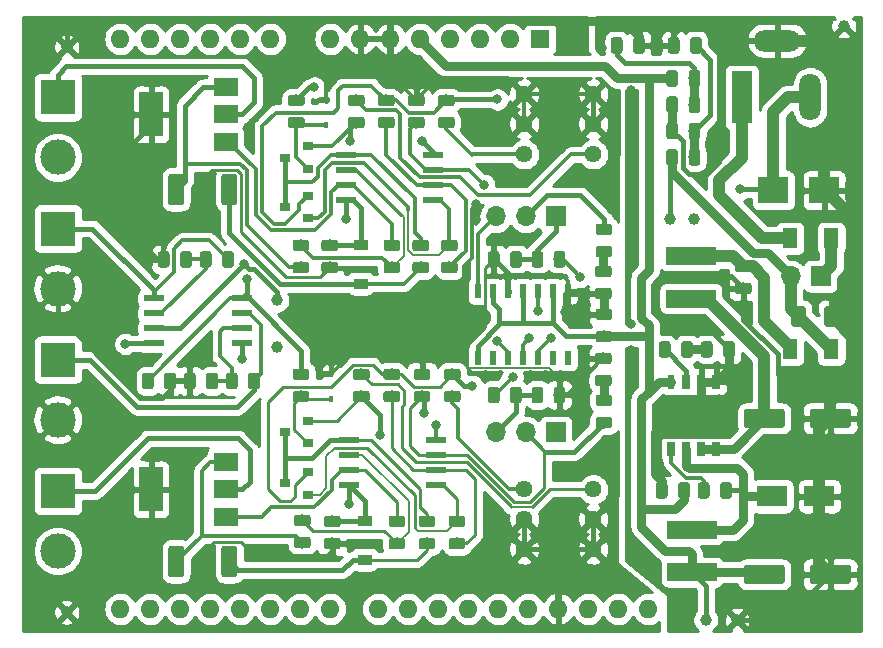
<source format=gbr>
G04 #@! TF.GenerationSoftware,KiCad,Pcbnew,5.1.3-ffb9f22~84~ubuntu19.04.1*
G04 #@! TF.CreationDate,2019-08-06T17:14:25+02:00*
G04 #@! TF.ProjectId,420-transmitter,3432302d-7472-4616-9e73-6d6974746572,rev?*
G04 #@! TF.SameCoordinates,Original*
G04 #@! TF.FileFunction,Copper,L1,Top*
G04 #@! TF.FilePolarity,Positive*
%FSLAX46Y46*%
G04 Gerber Fmt 4.6, Leading zero omitted, Abs format (unit mm)*
G04 Created by KiCad (PCBNEW 5.1.3-ffb9f22~84~ubuntu19.04.1) date 2019-08-06 17:14:25*
%MOMM*%
%LPD*%
G04 APERTURE LIST*
%ADD10O,1.600000X1.600000*%
%ADD11R,1.600000X1.600000*%
%ADD12R,1.300000X1.700000*%
%ADD13C,0.100000*%
%ADD14C,0.975000*%
%ADD15R,4.200000X1.500000*%
%ADD16C,3.000000*%
%ADD17R,3.000000X3.000000*%
%ADD18C,1.440000*%
%ADD19O,1.700000X1.700000*%
%ADD20R,1.700000X1.700000*%
%ADD21R,0.599440X1.198880*%
%ADD22O,4.000000X1.800000*%
%ADD23O,1.800000X4.000000*%
%ADD24R,1.800000X4.400000*%
%ADD25R,2.000000X1.500000*%
%ADD26R,2.000000X3.800000*%
%ADD27R,0.900000X0.800000*%
%ADD28R,2.500000X2.300000*%
%ADD29C,1.250000*%
%ADD30R,2.500000X1.800000*%
%ADD31R,1.750000X0.550000*%
%ADD32C,1.350000*%
%ADD33R,1.200000X0.900000*%
%ADD34R,0.450000X0.600000*%
%ADD35C,1.600000*%
%ADD36R,0.650000X1.310000*%
%ADD37R,0.600000X1.310000*%
%ADD38R,1.500000X1.325000*%
%ADD39C,1.000000*%
%ADD40C,0.800000*%
%ADD41C,1.016000*%
%ADD42C,0.762000*%
%ADD43C,0.400000*%
%ADD44C,0.300000*%
%ADD45C,0.250000*%
%ADD46C,0.200000*%
%ADD47C,0.254000*%
%ADD48C,0.025400*%
G04 APERTURE END LIST*
D10*
X191461200Y-105029000D03*
X188921200Y-105029000D03*
D11*
X182321200Y-56769000D03*
D10*
X151841200Y-105029000D03*
X179781200Y-56769000D03*
X154381200Y-105029000D03*
X177241200Y-56769000D03*
X156921200Y-105029000D03*
X174701200Y-56769000D03*
X159461200Y-105029000D03*
X172161200Y-56769000D03*
X162001200Y-105029000D03*
X169621200Y-56769000D03*
X164541200Y-105029000D03*
X167081200Y-56769000D03*
X168601200Y-105029000D03*
X164541200Y-56769000D03*
X171141200Y-105029000D03*
X159461200Y-56769000D03*
X173681200Y-105029000D03*
X156921200Y-56769000D03*
X176221200Y-105029000D03*
X154381200Y-56769000D03*
X178761200Y-105029000D03*
X151841200Y-56769000D03*
X181301200Y-105029000D03*
X149301200Y-56769000D03*
X183841200Y-105029000D03*
X146761200Y-56769000D03*
X186381200Y-105029000D03*
X146761200Y-105029000D03*
X149301200Y-105029000D03*
D12*
X206966000Y-83058000D03*
X203466000Y-83058000D03*
D13*
G36*
X188141142Y-85210974D02*
G01*
X188164803Y-85214484D01*
X188188007Y-85220296D01*
X188210529Y-85228354D01*
X188232153Y-85238582D01*
X188252670Y-85250879D01*
X188271883Y-85265129D01*
X188289607Y-85281193D01*
X188305671Y-85298917D01*
X188319921Y-85318130D01*
X188332218Y-85338647D01*
X188342446Y-85360271D01*
X188350504Y-85382793D01*
X188356316Y-85405997D01*
X188359826Y-85429658D01*
X188361000Y-85453550D01*
X188361000Y-85941050D01*
X188359826Y-85964942D01*
X188356316Y-85988603D01*
X188350504Y-86011807D01*
X188342446Y-86034329D01*
X188332218Y-86055953D01*
X188319921Y-86076470D01*
X188305671Y-86095683D01*
X188289607Y-86113407D01*
X188271883Y-86129471D01*
X188252670Y-86143721D01*
X188232153Y-86156018D01*
X188210529Y-86166246D01*
X188188007Y-86174304D01*
X188164803Y-86180116D01*
X188141142Y-86183626D01*
X188117250Y-86184800D01*
X187204750Y-86184800D01*
X187180858Y-86183626D01*
X187157197Y-86180116D01*
X187133993Y-86174304D01*
X187111471Y-86166246D01*
X187089847Y-86156018D01*
X187069330Y-86143721D01*
X187050117Y-86129471D01*
X187032393Y-86113407D01*
X187016329Y-86095683D01*
X187002079Y-86076470D01*
X186989782Y-86055953D01*
X186979554Y-86034329D01*
X186971496Y-86011807D01*
X186965684Y-85988603D01*
X186962174Y-85964942D01*
X186961000Y-85941050D01*
X186961000Y-85453550D01*
X186962174Y-85429658D01*
X186965684Y-85405997D01*
X186971496Y-85382793D01*
X186979554Y-85360271D01*
X186989782Y-85338647D01*
X187002079Y-85318130D01*
X187016329Y-85298917D01*
X187032393Y-85281193D01*
X187050117Y-85265129D01*
X187069330Y-85250879D01*
X187089847Y-85238582D01*
X187111471Y-85228354D01*
X187133993Y-85220296D01*
X187157197Y-85214484D01*
X187180858Y-85210974D01*
X187204750Y-85209800D01*
X188117250Y-85209800D01*
X188141142Y-85210974D01*
X188141142Y-85210974D01*
G37*
D14*
X187661000Y-85697300D03*
D13*
G36*
X188141142Y-83335974D02*
G01*
X188164803Y-83339484D01*
X188188007Y-83345296D01*
X188210529Y-83353354D01*
X188232153Y-83363582D01*
X188252670Y-83375879D01*
X188271883Y-83390129D01*
X188289607Y-83406193D01*
X188305671Y-83423917D01*
X188319921Y-83443130D01*
X188332218Y-83463647D01*
X188342446Y-83485271D01*
X188350504Y-83507793D01*
X188356316Y-83530997D01*
X188359826Y-83554658D01*
X188361000Y-83578550D01*
X188361000Y-84066050D01*
X188359826Y-84089942D01*
X188356316Y-84113603D01*
X188350504Y-84136807D01*
X188342446Y-84159329D01*
X188332218Y-84180953D01*
X188319921Y-84201470D01*
X188305671Y-84220683D01*
X188289607Y-84238407D01*
X188271883Y-84254471D01*
X188252670Y-84268721D01*
X188232153Y-84281018D01*
X188210529Y-84291246D01*
X188188007Y-84299304D01*
X188164803Y-84305116D01*
X188141142Y-84308626D01*
X188117250Y-84309800D01*
X187204750Y-84309800D01*
X187180858Y-84308626D01*
X187157197Y-84305116D01*
X187133993Y-84299304D01*
X187111471Y-84291246D01*
X187089847Y-84281018D01*
X187069330Y-84268721D01*
X187050117Y-84254471D01*
X187032393Y-84238407D01*
X187016329Y-84220683D01*
X187002079Y-84201470D01*
X186989782Y-84180953D01*
X186979554Y-84159329D01*
X186971496Y-84136807D01*
X186965684Y-84113603D01*
X186962174Y-84089942D01*
X186961000Y-84066050D01*
X186961000Y-83578550D01*
X186962174Y-83554658D01*
X186965684Y-83530997D01*
X186971496Y-83507793D01*
X186979554Y-83485271D01*
X186989782Y-83463647D01*
X187002079Y-83443130D01*
X187016329Y-83423917D01*
X187032393Y-83406193D01*
X187050117Y-83390129D01*
X187069330Y-83375879D01*
X187089847Y-83363582D01*
X187111471Y-83353354D01*
X187133993Y-83345296D01*
X187157197Y-83339484D01*
X187180858Y-83335974D01*
X187204750Y-83334800D01*
X188117250Y-83334800D01*
X188141142Y-83335974D01*
X188141142Y-83335974D01*
G37*
D14*
X187661000Y-83822300D03*
D13*
G36*
X188141142Y-75969974D02*
G01*
X188164803Y-75973484D01*
X188188007Y-75979296D01*
X188210529Y-75987354D01*
X188232153Y-75997582D01*
X188252670Y-76009879D01*
X188271883Y-76024129D01*
X188289607Y-76040193D01*
X188305671Y-76057917D01*
X188319921Y-76077130D01*
X188332218Y-76097647D01*
X188342446Y-76119271D01*
X188350504Y-76141793D01*
X188356316Y-76164997D01*
X188359826Y-76188658D01*
X188361000Y-76212550D01*
X188361000Y-76700050D01*
X188359826Y-76723942D01*
X188356316Y-76747603D01*
X188350504Y-76770807D01*
X188342446Y-76793329D01*
X188332218Y-76814953D01*
X188319921Y-76835470D01*
X188305671Y-76854683D01*
X188289607Y-76872407D01*
X188271883Y-76888471D01*
X188252670Y-76902721D01*
X188232153Y-76915018D01*
X188210529Y-76925246D01*
X188188007Y-76933304D01*
X188164803Y-76939116D01*
X188141142Y-76942626D01*
X188117250Y-76943800D01*
X187204750Y-76943800D01*
X187180858Y-76942626D01*
X187157197Y-76939116D01*
X187133993Y-76933304D01*
X187111471Y-76925246D01*
X187089847Y-76915018D01*
X187069330Y-76902721D01*
X187050117Y-76888471D01*
X187032393Y-76872407D01*
X187016329Y-76854683D01*
X187002079Y-76835470D01*
X186989782Y-76814953D01*
X186979554Y-76793329D01*
X186971496Y-76770807D01*
X186965684Y-76747603D01*
X186962174Y-76723942D01*
X186961000Y-76700050D01*
X186961000Y-76212550D01*
X186962174Y-76188658D01*
X186965684Y-76164997D01*
X186971496Y-76141793D01*
X186979554Y-76119271D01*
X186989782Y-76097647D01*
X187002079Y-76077130D01*
X187016329Y-76057917D01*
X187032393Y-76040193D01*
X187050117Y-76024129D01*
X187069330Y-76009879D01*
X187089847Y-75997582D01*
X187111471Y-75987354D01*
X187133993Y-75979296D01*
X187157197Y-75973484D01*
X187180858Y-75969974D01*
X187204750Y-75968800D01*
X188117250Y-75968800D01*
X188141142Y-75969974D01*
X188141142Y-75969974D01*
G37*
D14*
X187661000Y-76456300D03*
D13*
G36*
X188141142Y-77844974D02*
G01*
X188164803Y-77848484D01*
X188188007Y-77854296D01*
X188210529Y-77862354D01*
X188232153Y-77872582D01*
X188252670Y-77884879D01*
X188271883Y-77899129D01*
X188289607Y-77915193D01*
X188305671Y-77932917D01*
X188319921Y-77952130D01*
X188332218Y-77972647D01*
X188342446Y-77994271D01*
X188350504Y-78016793D01*
X188356316Y-78039997D01*
X188359826Y-78063658D01*
X188361000Y-78087550D01*
X188361000Y-78575050D01*
X188359826Y-78598942D01*
X188356316Y-78622603D01*
X188350504Y-78645807D01*
X188342446Y-78668329D01*
X188332218Y-78689953D01*
X188319921Y-78710470D01*
X188305671Y-78729683D01*
X188289607Y-78747407D01*
X188271883Y-78763471D01*
X188252670Y-78777721D01*
X188232153Y-78790018D01*
X188210529Y-78800246D01*
X188188007Y-78808304D01*
X188164803Y-78814116D01*
X188141142Y-78817626D01*
X188117250Y-78818800D01*
X187204750Y-78818800D01*
X187180858Y-78817626D01*
X187157197Y-78814116D01*
X187133993Y-78808304D01*
X187111471Y-78800246D01*
X187089847Y-78790018D01*
X187069330Y-78777721D01*
X187050117Y-78763471D01*
X187032393Y-78747407D01*
X187016329Y-78729683D01*
X187002079Y-78710470D01*
X186989782Y-78689953D01*
X186979554Y-78668329D01*
X186971496Y-78645807D01*
X186965684Y-78622603D01*
X186962174Y-78598942D01*
X186961000Y-78575050D01*
X186961000Y-78087550D01*
X186962174Y-78063658D01*
X186965684Y-78039997D01*
X186971496Y-78016793D01*
X186979554Y-77994271D01*
X186989782Y-77972647D01*
X187002079Y-77952130D01*
X187016329Y-77932917D01*
X187032393Y-77915193D01*
X187050117Y-77899129D01*
X187069330Y-77884879D01*
X187089847Y-77872582D01*
X187111471Y-77862354D01*
X187133993Y-77854296D01*
X187157197Y-77848484D01*
X187180858Y-77844974D01*
X187204750Y-77843800D01*
X188117250Y-77843800D01*
X188141142Y-77844974D01*
X188141142Y-77844974D01*
G37*
D14*
X187661000Y-78331300D03*
D13*
G36*
X189068142Y-56629174D02*
G01*
X189091803Y-56632684D01*
X189115007Y-56638496D01*
X189137529Y-56646554D01*
X189159153Y-56656782D01*
X189179670Y-56669079D01*
X189198883Y-56683329D01*
X189216607Y-56699393D01*
X189232671Y-56717117D01*
X189246921Y-56736330D01*
X189259218Y-56756847D01*
X189269446Y-56778471D01*
X189277504Y-56800993D01*
X189283316Y-56824197D01*
X189286826Y-56847858D01*
X189288000Y-56871750D01*
X189288000Y-57784250D01*
X189286826Y-57808142D01*
X189283316Y-57831803D01*
X189277504Y-57855007D01*
X189269446Y-57877529D01*
X189259218Y-57899153D01*
X189246921Y-57919670D01*
X189232671Y-57938883D01*
X189216607Y-57956607D01*
X189198883Y-57972671D01*
X189179670Y-57986921D01*
X189159153Y-57999218D01*
X189137529Y-58009446D01*
X189115007Y-58017504D01*
X189091803Y-58023316D01*
X189068142Y-58026826D01*
X189044250Y-58028000D01*
X188556750Y-58028000D01*
X188532858Y-58026826D01*
X188509197Y-58023316D01*
X188485993Y-58017504D01*
X188463471Y-58009446D01*
X188441847Y-57999218D01*
X188421330Y-57986921D01*
X188402117Y-57972671D01*
X188384393Y-57956607D01*
X188368329Y-57938883D01*
X188354079Y-57919670D01*
X188341782Y-57899153D01*
X188331554Y-57877529D01*
X188323496Y-57855007D01*
X188317684Y-57831803D01*
X188314174Y-57808142D01*
X188313000Y-57784250D01*
X188313000Y-56871750D01*
X188314174Y-56847858D01*
X188317684Y-56824197D01*
X188323496Y-56800993D01*
X188331554Y-56778471D01*
X188341782Y-56756847D01*
X188354079Y-56736330D01*
X188368329Y-56717117D01*
X188384393Y-56699393D01*
X188402117Y-56683329D01*
X188421330Y-56669079D01*
X188441847Y-56656782D01*
X188463471Y-56646554D01*
X188485993Y-56638496D01*
X188509197Y-56632684D01*
X188532858Y-56629174D01*
X188556750Y-56628000D01*
X189044250Y-56628000D01*
X189068142Y-56629174D01*
X189068142Y-56629174D01*
G37*
D14*
X188800500Y-57328000D03*
D13*
G36*
X190943142Y-56629174D02*
G01*
X190966803Y-56632684D01*
X190990007Y-56638496D01*
X191012529Y-56646554D01*
X191034153Y-56656782D01*
X191054670Y-56669079D01*
X191073883Y-56683329D01*
X191091607Y-56699393D01*
X191107671Y-56717117D01*
X191121921Y-56736330D01*
X191134218Y-56756847D01*
X191144446Y-56778471D01*
X191152504Y-56800993D01*
X191158316Y-56824197D01*
X191161826Y-56847858D01*
X191163000Y-56871750D01*
X191163000Y-57784250D01*
X191161826Y-57808142D01*
X191158316Y-57831803D01*
X191152504Y-57855007D01*
X191144446Y-57877529D01*
X191134218Y-57899153D01*
X191121921Y-57919670D01*
X191107671Y-57938883D01*
X191091607Y-57956607D01*
X191073883Y-57972671D01*
X191054670Y-57986921D01*
X191034153Y-57999218D01*
X191012529Y-58009446D01*
X190990007Y-58017504D01*
X190966803Y-58023316D01*
X190943142Y-58026826D01*
X190919250Y-58028000D01*
X190431750Y-58028000D01*
X190407858Y-58026826D01*
X190384197Y-58023316D01*
X190360993Y-58017504D01*
X190338471Y-58009446D01*
X190316847Y-57999218D01*
X190296330Y-57986921D01*
X190277117Y-57972671D01*
X190259393Y-57956607D01*
X190243329Y-57938883D01*
X190229079Y-57919670D01*
X190216782Y-57899153D01*
X190206554Y-57877529D01*
X190198496Y-57855007D01*
X190192684Y-57831803D01*
X190189174Y-57808142D01*
X190188000Y-57784250D01*
X190188000Y-56871750D01*
X190189174Y-56847858D01*
X190192684Y-56824197D01*
X190198496Y-56800993D01*
X190206554Y-56778471D01*
X190216782Y-56756847D01*
X190229079Y-56736330D01*
X190243329Y-56717117D01*
X190259393Y-56699393D01*
X190277117Y-56683329D01*
X190296330Y-56669079D01*
X190316847Y-56656782D01*
X190338471Y-56646554D01*
X190360993Y-56638496D01*
X190384197Y-56632684D01*
X190407858Y-56629174D01*
X190431750Y-56628000D01*
X190919250Y-56628000D01*
X190943142Y-56629174D01*
X190943142Y-56629174D01*
G37*
D14*
X190675500Y-57328000D03*
D13*
G36*
X195769142Y-56629174D02*
G01*
X195792803Y-56632684D01*
X195816007Y-56638496D01*
X195838529Y-56646554D01*
X195860153Y-56656782D01*
X195880670Y-56669079D01*
X195899883Y-56683329D01*
X195917607Y-56699393D01*
X195933671Y-56717117D01*
X195947921Y-56736330D01*
X195960218Y-56756847D01*
X195970446Y-56778471D01*
X195978504Y-56800993D01*
X195984316Y-56824197D01*
X195987826Y-56847858D01*
X195989000Y-56871750D01*
X195989000Y-57784250D01*
X195987826Y-57808142D01*
X195984316Y-57831803D01*
X195978504Y-57855007D01*
X195970446Y-57877529D01*
X195960218Y-57899153D01*
X195947921Y-57919670D01*
X195933671Y-57938883D01*
X195917607Y-57956607D01*
X195899883Y-57972671D01*
X195880670Y-57986921D01*
X195860153Y-57999218D01*
X195838529Y-58009446D01*
X195816007Y-58017504D01*
X195792803Y-58023316D01*
X195769142Y-58026826D01*
X195745250Y-58028000D01*
X195257750Y-58028000D01*
X195233858Y-58026826D01*
X195210197Y-58023316D01*
X195186993Y-58017504D01*
X195164471Y-58009446D01*
X195142847Y-57999218D01*
X195122330Y-57986921D01*
X195103117Y-57972671D01*
X195085393Y-57956607D01*
X195069329Y-57938883D01*
X195055079Y-57919670D01*
X195042782Y-57899153D01*
X195032554Y-57877529D01*
X195024496Y-57855007D01*
X195018684Y-57831803D01*
X195015174Y-57808142D01*
X195014000Y-57784250D01*
X195014000Y-56871750D01*
X195015174Y-56847858D01*
X195018684Y-56824197D01*
X195024496Y-56800993D01*
X195032554Y-56778471D01*
X195042782Y-56756847D01*
X195055079Y-56736330D01*
X195069329Y-56717117D01*
X195085393Y-56699393D01*
X195103117Y-56683329D01*
X195122330Y-56669079D01*
X195142847Y-56656782D01*
X195164471Y-56646554D01*
X195186993Y-56638496D01*
X195210197Y-56632684D01*
X195233858Y-56629174D01*
X195257750Y-56628000D01*
X195745250Y-56628000D01*
X195769142Y-56629174D01*
X195769142Y-56629174D01*
G37*
D14*
X195501500Y-57328000D03*
D13*
G36*
X193894142Y-56629174D02*
G01*
X193917803Y-56632684D01*
X193941007Y-56638496D01*
X193963529Y-56646554D01*
X193985153Y-56656782D01*
X194005670Y-56669079D01*
X194024883Y-56683329D01*
X194042607Y-56699393D01*
X194058671Y-56717117D01*
X194072921Y-56736330D01*
X194085218Y-56756847D01*
X194095446Y-56778471D01*
X194103504Y-56800993D01*
X194109316Y-56824197D01*
X194112826Y-56847858D01*
X194114000Y-56871750D01*
X194114000Y-57784250D01*
X194112826Y-57808142D01*
X194109316Y-57831803D01*
X194103504Y-57855007D01*
X194095446Y-57877529D01*
X194085218Y-57899153D01*
X194072921Y-57919670D01*
X194058671Y-57938883D01*
X194042607Y-57956607D01*
X194024883Y-57972671D01*
X194005670Y-57986921D01*
X193985153Y-57999218D01*
X193963529Y-58009446D01*
X193941007Y-58017504D01*
X193917803Y-58023316D01*
X193894142Y-58026826D01*
X193870250Y-58028000D01*
X193382750Y-58028000D01*
X193358858Y-58026826D01*
X193335197Y-58023316D01*
X193311993Y-58017504D01*
X193289471Y-58009446D01*
X193267847Y-57999218D01*
X193247330Y-57986921D01*
X193228117Y-57972671D01*
X193210393Y-57956607D01*
X193194329Y-57938883D01*
X193180079Y-57919670D01*
X193167782Y-57899153D01*
X193157554Y-57877529D01*
X193149496Y-57855007D01*
X193143684Y-57831803D01*
X193140174Y-57808142D01*
X193139000Y-57784250D01*
X193139000Y-56871750D01*
X193140174Y-56847858D01*
X193143684Y-56824197D01*
X193149496Y-56800993D01*
X193157554Y-56778471D01*
X193167782Y-56756847D01*
X193180079Y-56736330D01*
X193194329Y-56717117D01*
X193210393Y-56699393D01*
X193228117Y-56683329D01*
X193247330Y-56669079D01*
X193267847Y-56656782D01*
X193289471Y-56646554D01*
X193311993Y-56638496D01*
X193335197Y-56632684D01*
X193358858Y-56629174D01*
X193382750Y-56628000D01*
X193870250Y-56628000D01*
X193894142Y-56629174D01*
X193894142Y-56629174D01*
G37*
D14*
X193626500Y-57328000D03*
D15*
X195199000Y-101926800D03*
X195199000Y-98326800D03*
X195072000Y-78762000D03*
X195072000Y-75162000D03*
D16*
X141478000Y-77910266D03*
D17*
X141478000Y-72830266D03*
D16*
X141478000Y-66802000D03*
D17*
X141478000Y-61722000D03*
D16*
X141478000Y-100126800D03*
D17*
X141478000Y-95046800D03*
D16*
X141478000Y-89018532D03*
D17*
X141478000Y-83938532D03*
D18*
X180970000Y-66548000D03*
X180970000Y-64008000D03*
X180970000Y-61468000D03*
X186812000Y-66548000D03*
X186812000Y-64008000D03*
X186812000Y-61468000D03*
X180970000Y-94920000D03*
X180970000Y-97460000D03*
X180970000Y-100000000D03*
X186812000Y-94920000D03*
X186812000Y-97460000D03*
X186812000Y-100000000D03*
D19*
X203526000Y-76882000D03*
D20*
X206066000Y-76882000D03*
D21*
X177038000Y-83748880D03*
X178308000Y-83748880D03*
X179578000Y-83748880D03*
X180848000Y-83748880D03*
X182118000Y-83748880D03*
X183388000Y-83748880D03*
X184658000Y-83748880D03*
X184658000Y-78150720D03*
X183388000Y-78150720D03*
X182118000Y-78150720D03*
X180848000Y-78150720D03*
X179578000Y-78150720D03*
X178308000Y-78150720D03*
X177038000Y-78150720D03*
D22*
X202390000Y-56922000D03*
D23*
X205190000Y-61722000D03*
D24*
X199390000Y-61722000D03*
D25*
X155677000Y-65469800D03*
X155677000Y-60869800D03*
X155677000Y-63169800D03*
D26*
X149377000Y-63169800D03*
D25*
X155677000Y-97219800D03*
X155677000Y-92619800D03*
X155677000Y-94919800D03*
D26*
X149377000Y-94919800D03*
D27*
X160686000Y-71024000D03*
X162686000Y-70074000D03*
X162686000Y-71974000D03*
X160686000Y-94411800D03*
X162686000Y-93461800D03*
X162686000Y-95361800D03*
X160686000Y-66833000D03*
X162686000Y-65883000D03*
X162686000Y-67783000D03*
X160686000Y-90074000D03*
X162686000Y-89124000D03*
X162686000Y-91024000D03*
D28*
X202066000Y-69596000D03*
X206366000Y-69596000D03*
D13*
G36*
X207385504Y-79390204D02*
G01*
X207409773Y-79393804D01*
X207433571Y-79399765D01*
X207456671Y-79408030D01*
X207478849Y-79418520D01*
X207499893Y-79431133D01*
X207519598Y-79445747D01*
X207537777Y-79462223D01*
X207554253Y-79480402D01*
X207568867Y-79500107D01*
X207581480Y-79521151D01*
X207591970Y-79543329D01*
X207600235Y-79566429D01*
X207606196Y-79590227D01*
X207609796Y-79614496D01*
X207611000Y-79639000D01*
X207611000Y-80889000D01*
X207609796Y-80913504D01*
X207606196Y-80937773D01*
X207600235Y-80961571D01*
X207591970Y-80984671D01*
X207581480Y-81006849D01*
X207568867Y-81027893D01*
X207554253Y-81047598D01*
X207537777Y-81065777D01*
X207519598Y-81082253D01*
X207499893Y-81096867D01*
X207478849Y-81109480D01*
X207456671Y-81119970D01*
X207433571Y-81128235D01*
X207409773Y-81134196D01*
X207385504Y-81137796D01*
X207361000Y-81139000D01*
X206611000Y-81139000D01*
X206586496Y-81137796D01*
X206562227Y-81134196D01*
X206538429Y-81128235D01*
X206515329Y-81119970D01*
X206493151Y-81109480D01*
X206472107Y-81096867D01*
X206452402Y-81082253D01*
X206434223Y-81065777D01*
X206417747Y-81047598D01*
X206403133Y-81027893D01*
X206390520Y-81006849D01*
X206380030Y-80984671D01*
X206371765Y-80961571D01*
X206365804Y-80937773D01*
X206362204Y-80913504D01*
X206361000Y-80889000D01*
X206361000Y-79639000D01*
X206362204Y-79614496D01*
X206365804Y-79590227D01*
X206371765Y-79566429D01*
X206380030Y-79543329D01*
X206390520Y-79521151D01*
X206403133Y-79500107D01*
X206417747Y-79480402D01*
X206434223Y-79462223D01*
X206452402Y-79445747D01*
X206472107Y-79431133D01*
X206493151Y-79418520D01*
X206515329Y-79408030D01*
X206538429Y-79399765D01*
X206562227Y-79393804D01*
X206586496Y-79390204D01*
X206611000Y-79389000D01*
X207361000Y-79389000D01*
X207385504Y-79390204D01*
X207385504Y-79390204D01*
G37*
D29*
X206986000Y-80264000D03*
D13*
G36*
X204585504Y-79390204D02*
G01*
X204609773Y-79393804D01*
X204633571Y-79399765D01*
X204656671Y-79408030D01*
X204678849Y-79418520D01*
X204699893Y-79431133D01*
X204719598Y-79445747D01*
X204737777Y-79462223D01*
X204754253Y-79480402D01*
X204768867Y-79500107D01*
X204781480Y-79521151D01*
X204791970Y-79543329D01*
X204800235Y-79566429D01*
X204806196Y-79590227D01*
X204809796Y-79614496D01*
X204811000Y-79639000D01*
X204811000Y-80889000D01*
X204809796Y-80913504D01*
X204806196Y-80937773D01*
X204800235Y-80961571D01*
X204791970Y-80984671D01*
X204781480Y-81006849D01*
X204768867Y-81027893D01*
X204754253Y-81047598D01*
X204737777Y-81065777D01*
X204719598Y-81082253D01*
X204699893Y-81096867D01*
X204678849Y-81109480D01*
X204656671Y-81119970D01*
X204633571Y-81128235D01*
X204609773Y-81134196D01*
X204585504Y-81137796D01*
X204561000Y-81139000D01*
X203811000Y-81139000D01*
X203786496Y-81137796D01*
X203762227Y-81134196D01*
X203738429Y-81128235D01*
X203715329Y-81119970D01*
X203693151Y-81109480D01*
X203672107Y-81096867D01*
X203652402Y-81082253D01*
X203634223Y-81065777D01*
X203617747Y-81047598D01*
X203603133Y-81027893D01*
X203590520Y-81006849D01*
X203580030Y-80984671D01*
X203571765Y-80961571D01*
X203565804Y-80937773D01*
X203562204Y-80913504D01*
X203561000Y-80889000D01*
X203561000Y-79639000D01*
X203562204Y-79614496D01*
X203565804Y-79590227D01*
X203571765Y-79566429D01*
X203580030Y-79543329D01*
X203590520Y-79521151D01*
X203603133Y-79500107D01*
X203617747Y-79480402D01*
X203634223Y-79462223D01*
X203652402Y-79445747D01*
X203672107Y-79431133D01*
X203693151Y-79418520D01*
X203715329Y-79408030D01*
X203738429Y-79399765D01*
X203762227Y-79393804D01*
X203786496Y-79390204D01*
X203811000Y-79389000D01*
X204561000Y-79389000D01*
X204585504Y-79390204D01*
X204585504Y-79390204D01*
G37*
D29*
X204186000Y-80264000D03*
D13*
G36*
X193762142Y-61642674D02*
G01*
X193785803Y-61646184D01*
X193809007Y-61651996D01*
X193831529Y-61660054D01*
X193853153Y-61670282D01*
X193873670Y-61682579D01*
X193892883Y-61696829D01*
X193910607Y-61712893D01*
X193926671Y-61730617D01*
X193940921Y-61749830D01*
X193953218Y-61770347D01*
X193963446Y-61791971D01*
X193971504Y-61814493D01*
X193977316Y-61837697D01*
X193980826Y-61861358D01*
X193982000Y-61885250D01*
X193982000Y-62797750D01*
X193980826Y-62821642D01*
X193977316Y-62845303D01*
X193971504Y-62868507D01*
X193963446Y-62891029D01*
X193953218Y-62912653D01*
X193940921Y-62933170D01*
X193926671Y-62952383D01*
X193910607Y-62970107D01*
X193892883Y-62986171D01*
X193873670Y-63000421D01*
X193853153Y-63012718D01*
X193831529Y-63022946D01*
X193809007Y-63031004D01*
X193785803Y-63036816D01*
X193762142Y-63040326D01*
X193738250Y-63041500D01*
X193250750Y-63041500D01*
X193226858Y-63040326D01*
X193203197Y-63036816D01*
X193179993Y-63031004D01*
X193157471Y-63022946D01*
X193135847Y-63012718D01*
X193115330Y-63000421D01*
X193096117Y-62986171D01*
X193078393Y-62970107D01*
X193062329Y-62952383D01*
X193048079Y-62933170D01*
X193035782Y-62912653D01*
X193025554Y-62891029D01*
X193017496Y-62868507D01*
X193011684Y-62845303D01*
X193008174Y-62821642D01*
X193007000Y-62797750D01*
X193007000Y-61885250D01*
X193008174Y-61861358D01*
X193011684Y-61837697D01*
X193017496Y-61814493D01*
X193025554Y-61791971D01*
X193035782Y-61770347D01*
X193048079Y-61749830D01*
X193062329Y-61730617D01*
X193078393Y-61712893D01*
X193096117Y-61696829D01*
X193115330Y-61682579D01*
X193135847Y-61670282D01*
X193157471Y-61660054D01*
X193179993Y-61651996D01*
X193203197Y-61646184D01*
X193226858Y-61642674D01*
X193250750Y-61641500D01*
X193738250Y-61641500D01*
X193762142Y-61642674D01*
X193762142Y-61642674D01*
G37*
D14*
X193494500Y-62341500D03*
D13*
G36*
X195637142Y-61642674D02*
G01*
X195660803Y-61646184D01*
X195684007Y-61651996D01*
X195706529Y-61660054D01*
X195728153Y-61670282D01*
X195748670Y-61682579D01*
X195767883Y-61696829D01*
X195785607Y-61712893D01*
X195801671Y-61730617D01*
X195815921Y-61749830D01*
X195828218Y-61770347D01*
X195838446Y-61791971D01*
X195846504Y-61814493D01*
X195852316Y-61837697D01*
X195855826Y-61861358D01*
X195857000Y-61885250D01*
X195857000Y-62797750D01*
X195855826Y-62821642D01*
X195852316Y-62845303D01*
X195846504Y-62868507D01*
X195838446Y-62891029D01*
X195828218Y-62912653D01*
X195815921Y-62933170D01*
X195801671Y-62952383D01*
X195785607Y-62970107D01*
X195767883Y-62986171D01*
X195748670Y-63000421D01*
X195728153Y-63012718D01*
X195706529Y-63022946D01*
X195684007Y-63031004D01*
X195660803Y-63036816D01*
X195637142Y-63040326D01*
X195613250Y-63041500D01*
X195125750Y-63041500D01*
X195101858Y-63040326D01*
X195078197Y-63036816D01*
X195054993Y-63031004D01*
X195032471Y-63022946D01*
X195010847Y-63012718D01*
X194990330Y-63000421D01*
X194971117Y-62986171D01*
X194953393Y-62970107D01*
X194937329Y-62952383D01*
X194923079Y-62933170D01*
X194910782Y-62912653D01*
X194900554Y-62891029D01*
X194892496Y-62868507D01*
X194886684Y-62845303D01*
X194883174Y-62821642D01*
X194882000Y-62797750D01*
X194882000Y-61885250D01*
X194883174Y-61861358D01*
X194886684Y-61837697D01*
X194892496Y-61814493D01*
X194900554Y-61791971D01*
X194910782Y-61770347D01*
X194923079Y-61749830D01*
X194937329Y-61730617D01*
X194953393Y-61712893D01*
X194971117Y-61696829D01*
X194990330Y-61682579D01*
X195010847Y-61670282D01*
X195032471Y-61660054D01*
X195054993Y-61651996D01*
X195078197Y-61646184D01*
X195101858Y-61642674D01*
X195125750Y-61641500D01*
X195613250Y-61641500D01*
X195637142Y-61642674D01*
X195637142Y-61642674D01*
G37*
D14*
X195369500Y-62341500D03*
D30*
X205962000Y-95504000D03*
X201962000Y-95504000D03*
D31*
X157040000Y-78745000D03*
X157040000Y-80015000D03*
X157040000Y-81285000D03*
X157040000Y-82555000D03*
X149640000Y-82555000D03*
X149640000Y-81285000D03*
X149640000Y-80015000D03*
X149640000Y-78745000D03*
X165845000Y-70408800D03*
X165845000Y-69138800D03*
X165845000Y-67868800D03*
X165845000Y-66598800D03*
X173245000Y-66598800D03*
X173245000Y-67868800D03*
X173245000Y-69138800D03*
X173245000Y-70408800D03*
D13*
G36*
X156446505Y-68196004D02*
G01*
X156470773Y-68199604D01*
X156494572Y-68205565D01*
X156517671Y-68213830D01*
X156539850Y-68224320D01*
X156560893Y-68236932D01*
X156580599Y-68251547D01*
X156598777Y-68268023D01*
X156615253Y-68286201D01*
X156629868Y-68305907D01*
X156642480Y-68326950D01*
X156652970Y-68349129D01*
X156661235Y-68372228D01*
X156667196Y-68396027D01*
X156670796Y-68420295D01*
X156672000Y-68444799D01*
X156672000Y-70594801D01*
X156670796Y-70619305D01*
X156667196Y-70643573D01*
X156661235Y-70667372D01*
X156652970Y-70690471D01*
X156642480Y-70712650D01*
X156629868Y-70733693D01*
X156615253Y-70753399D01*
X156598777Y-70771577D01*
X156580599Y-70788053D01*
X156560893Y-70802668D01*
X156539850Y-70815280D01*
X156517671Y-70825770D01*
X156494572Y-70834035D01*
X156470773Y-70839996D01*
X156446505Y-70843596D01*
X156422001Y-70844800D01*
X155571999Y-70844800D01*
X155547495Y-70843596D01*
X155523227Y-70839996D01*
X155499428Y-70834035D01*
X155476329Y-70825770D01*
X155454150Y-70815280D01*
X155433107Y-70802668D01*
X155413401Y-70788053D01*
X155395223Y-70771577D01*
X155378747Y-70753399D01*
X155364132Y-70733693D01*
X155351520Y-70712650D01*
X155341030Y-70690471D01*
X155332765Y-70667372D01*
X155326804Y-70643573D01*
X155323204Y-70619305D01*
X155322000Y-70594801D01*
X155322000Y-68444799D01*
X155323204Y-68420295D01*
X155326804Y-68396027D01*
X155332765Y-68372228D01*
X155341030Y-68349129D01*
X155351520Y-68326950D01*
X155364132Y-68305907D01*
X155378747Y-68286201D01*
X155395223Y-68268023D01*
X155413401Y-68251547D01*
X155433107Y-68236932D01*
X155454150Y-68224320D01*
X155476329Y-68213830D01*
X155499428Y-68205565D01*
X155523227Y-68199604D01*
X155547495Y-68196004D01*
X155571999Y-68194800D01*
X156422001Y-68194800D01*
X156446505Y-68196004D01*
X156446505Y-68196004D01*
G37*
D32*
X155997000Y-69519800D03*
D13*
G36*
X151946505Y-68196004D02*
G01*
X151970773Y-68199604D01*
X151994572Y-68205565D01*
X152017671Y-68213830D01*
X152039850Y-68224320D01*
X152060893Y-68236932D01*
X152080599Y-68251547D01*
X152098777Y-68268023D01*
X152115253Y-68286201D01*
X152129868Y-68305907D01*
X152142480Y-68326950D01*
X152152970Y-68349129D01*
X152161235Y-68372228D01*
X152167196Y-68396027D01*
X152170796Y-68420295D01*
X152172000Y-68444799D01*
X152172000Y-70594801D01*
X152170796Y-70619305D01*
X152167196Y-70643573D01*
X152161235Y-70667372D01*
X152152970Y-70690471D01*
X152142480Y-70712650D01*
X152129868Y-70733693D01*
X152115253Y-70753399D01*
X152098777Y-70771577D01*
X152080599Y-70788053D01*
X152060893Y-70802668D01*
X152039850Y-70815280D01*
X152017671Y-70825770D01*
X151994572Y-70834035D01*
X151970773Y-70839996D01*
X151946505Y-70843596D01*
X151922001Y-70844800D01*
X151071999Y-70844800D01*
X151047495Y-70843596D01*
X151023227Y-70839996D01*
X150999428Y-70834035D01*
X150976329Y-70825770D01*
X150954150Y-70815280D01*
X150933107Y-70802668D01*
X150913401Y-70788053D01*
X150895223Y-70771577D01*
X150878747Y-70753399D01*
X150864132Y-70733693D01*
X150851520Y-70712650D01*
X150841030Y-70690471D01*
X150832765Y-70667372D01*
X150826804Y-70643573D01*
X150823204Y-70619305D01*
X150822000Y-70594801D01*
X150822000Y-68444799D01*
X150823204Y-68420295D01*
X150826804Y-68396027D01*
X150832765Y-68372228D01*
X150841030Y-68349129D01*
X150851520Y-68326950D01*
X150864132Y-68305907D01*
X150878747Y-68286201D01*
X150895223Y-68268023D01*
X150913401Y-68251547D01*
X150933107Y-68236932D01*
X150954150Y-68224320D01*
X150976329Y-68213830D01*
X150999428Y-68205565D01*
X151023227Y-68199604D01*
X151047495Y-68196004D01*
X151071999Y-68194800D01*
X151922001Y-68194800D01*
X151946505Y-68196004D01*
X151946505Y-68196004D01*
G37*
D32*
X151497000Y-69519800D03*
D13*
G36*
X151243142Y-85031174D02*
G01*
X151266803Y-85034684D01*
X151290007Y-85040496D01*
X151312529Y-85048554D01*
X151334153Y-85058782D01*
X151354670Y-85071079D01*
X151373883Y-85085329D01*
X151391607Y-85101393D01*
X151407671Y-85119117D01*
X151421921Y-85138330D01*
X151434218Y-85158847D01*
X151444446Y-85180471D01*
X151452504Y-85202993D01*
X151458316Y-85226197D01*
X151461826Y-85249858D01*
X151463000Y-85273750D01*
X151463000Y-86186250D01*
X151461826Y-86210142D01*
X151458316Y-86233803D01*
X151452504Y-86257007D01*
X151444446Y-86279529D01*
X151434218Y-86301153D01*
X151421921Y-86321670D01*
X151407671Y-86340883D01*
X151391607Y-86358607D01*
X151373883Y-86374671D01*
X151354670Y-86388921D01*
X151334153Y-86401218D01*
X151312529Y-86411446D01*
X151290007Y-86419504D01*
X151266803Y-86425316D01*
X151243142Y-86428826D01*
X151219250Y-86430000D01*
X150731750Y-86430000D01*
X150707858Y-86428826D01*
X150684197Y-86425316D01*
X150660993Y-86419504D01*
X150638471Y-86411446D01*
X150616847Y-86401218D01*
X150596330Y-86388921D01*
X150577117Y-86374671D01*
X150559393Y-86358607D01*
X150543329Y-86340883D01*
X150529079Y-86321670D01*
X150516782Y-86301153D01*
X150506554Y-86279529D01*
X150498496Y-86257007D01*
X150492684Y-86233803D01*
X150489174Y-86210142D01*
X150488000Y-86186250D01*
X150488000Y-85273750D01*
X150489174Y-85249858D01*
X150492684Y-85226197D01*
X150498496Y-85202993D01*
X150506554Y-85180471D01*
X150516782Y-85158847D01*
X150529079Y-85138330D01*
X150543329Y-85119117D01*
X150559393Y-85101393D01*
X150577117Y-85085329D01*
X150596330Y-85071079D01*
X150616847Y-85058782D01*
X150638471Y-85048554D01*
X150660993Y-85040496D01*
X150684197Y-85034684D01*
X150707858Y-85031174D01*
X150731750Y-85030000D01*
X151219250Y-85030000D01*
X151243142Y-85031174D01*
X151243142Y-85031174D01*
G37*
D14*
X150975500Y-85730000D03*
D13*
G36*
X149368142Y-85031174D02*
G01*
X149391803Y-85034684D01*
X149415007Y-85040496D01*
X149437529Y-85048554D01*
X149459153Y-85058782D01*
X149479670Y-85071079D01*
X149498883Y-85085329D01*
X149516607Y-85101393D01*
X149532671Y-85119117D01*
X149546921Y-85138330D01*
X149559218Y-85158847D01*
X149569446Y-85180471D01*
X149577504Y-85202993D01*
X149583316Y-85226197D01*
X149586826Y-85249858D01*
X149588000Y-85273750D01*
X149588000Y-86186250D01*
X149586826Y-86210142D01*
X149583316Y-86233803D01*
X149577504Y-86257007D01*
X149569446Y-86279529D01*
X149559218Y-86301153D01*
X149546921Y-86321670D01*
X149532671Y-86340883D01*
X149516607Y-86358607D01*
X149498883Y-86374671D01*
X149479670Y-86388921D01*
X149459153Y-86401218D01*
X149437529Y-86411446D01*
X149415007Y-86419504D01*
X149391803Y-86425316D01*
X149368142Y-86428826D01*
X149344250Y-86430000D01*
X148856750Y-86430000D01*
X148832858Y-86428826D01*
X148809197Y-86425316D01*
X148785993Y-86419504D01*
X148763471Y-86411446D01*
X148741847Y-86401218D01*
X148721330Y-86388921D01*
X148702117Y-86374671D01*
X148684393Y-86358607D01*
X148668329Y-86340883D01*
X148654079Y-86321670D01*
X148641782Y-86301153D01*
X148631554Y-86279529D01*
X148623496Y-86257007D01*
X148617684Y-86233803D01*
X148614174Y-86210142D01*
X148613000Y-86186250D01*
X148613000Y-85273750D01*
X148614174Y-85249858D01*
X148617684Y-85226197D01*
X148623496Y-85202993D01*
X148631554Y-85180471D01*
X148641782Y-85158847D01*
X148654079Y-85138330D01*
X148668329Y-85119117D01*
X148684393Y-85101393D01*
X148702117Y-85085329D01*
X148721330Y-85071079D01*
X148741847Y-85058782D01*
X148763471Y-85048554D01*
X148785993Y-85040496D01*
X148809197Y-85034684D01*
X148832858Y-85031174D01*
X148856750Y-85030000D01*
X149344250Y-85030000D01*
X149368142Y-85031174D01*
X149368142Y-85031174D01*
G37*
D14*
X149100500Y-85730000D03*
D13*
G36*
X152924142Y-85031174D02*
G01*
X152947803Y-85034684D01*
X152971007Y-85040496D01*
X152993529Y-85048554D01*
X153015153Y-85058782D01*
X153035670Y-85071079D01*
X153054883Y-85085329D01*
X153072607Y-85101393D01*
X153088671Y-85119117D01*
X153102921Y-85138330D01*
X153115218Y-85158847D01*
X153125446Y-85180471D01*
X153133504Y-85202993D01*
X153139316Y-85226197D01*
X153142826Y-85249858D01*
X153144000Y-85273750D01*
X153144000Y-86186250D01*
X153142826Y-86210142D01*
X153139316Y-86233803D01*
X153133504Y-86257007D01*
X153125446Y-86279529D01*
X153115218Y-86301153D01*
X153102921Y-86321670D01*
X153088671Y-86340883D01*
X153072607Y-86358607D01*
X153054883Y-86374671D01*
X153035670Y-86388921D01*
X153015153Y-86401218D01*
X152993529Y-86411446D01*
X152971007Y-86419504D01*
X152947803Y-86425316D01*
X152924142Y-86428826D01*
X152900250Y-86430000D01*
X152412750Y-86430000D01*
X152388858Y-86428826D01*
X152365197Y-86425316D01*
X152341993Y-86419504D01*
X152319471Y-86411446D01*
X152297847Y-86401218D01*
X152277330Y-86388921D01*
X152258117Y-86374671D01*
X152240393Y-86358607D01*
X152224329Y-86340883D01*
X152210079Y-86321670D01*
X152197782Y-86301153D01*
X152187554Y-86279529D01*
X152179496Y-86257007D01*
X152173684Y-86233803D01*
X152170174Y-86210142D01*
X152169000Y-86186250D01*
X152169000Y-85273750D01*
X152170174Y-85249858D01*
X152173684Y-85226197D01*
X152179496Y-85202993D01*
X152187554Y-85180471D01*
X152197782Y-85158847D01*
X152210079Y-85138330D01*
X152224329Y-85119117D01*
X152240393Y-85101393D01*
X152258117Y-85085329D01*
X152277330Y-85071079D01*
X152297847Y-85058782D01*
X152319471Y-85048554D01*
X152341993Y-85040496D01*
X152365197Y-85034684D01*
X152388858Y-85031174D01*
X152412750Y-85030000D01*
X152900250Y-85030000D01*
X152924142Y-85031174D01*
X152924142Y-85031174D01*
G37*
D14*
X152656500Y-85730000D03*
D13*
G36*
X154799142Y-85031174D02*
G01*
X154822803Y-85034684D01*
X154846007Y-85040496D01*
X154868529Y-85048554D01*
X154890153Y-85058782D01*
X154910670Y-85071079D01*
X154929883Y-85085329D01*
X154947607Y-85101393D01*
X154963671Y-85119117D01*
X154977921Y-85138330D01*
X154990218Y-85158847D01*
X155000446Y-85180471D01*
X155008504Y-85202993D01*
X155014316Y-85226197D01*
X155017826Y-85249858D01*
X155019000Y-85273750D01*
X155019000Y-86186250D01*
X155017826Y-86210142D01*
X155014316Y-86233803D01*
X155008504Y-86257007D01*
X155000446Y-86279529D01*
X154990218Y-86301153D01*
X154977921Y-86321670D01*
X154963671Y-86340883D01*
X154947607Y-86358607D01*
X154929883Y-86374671D01*
X154910670Y-86388921D01*
X154890153Y-86401218D01*
X154868529Y-86411446D01*
X154846007Y-86419504D01*
X154822803Y-86425316D01*
X154799142Y-86428826D01*
X154775250Y-86430000D01*
X154287750Y-86430000D01*
X154263858Y-86428826D01*
X154240197Y-86425316D01*
X154216993Y-86419504D01*
X154194471Y-86411446D01*
X154172847Y-86401218D01*
X154152330Y-86388921D01*
X154133117Y-86374671D01*
X154115393Y-86358607D01*
X154099329Y-86340883D01*
X154085079Y-86321670D01*
X154072782Y-86301153D01*
X154062554Y-86279529D01*
X154054496Y-86257007D01*
X154048684Y-86233803D01*
X154045174Y-86210142D01*
X154044000Y-86186250D01*
X154044000Y-85273750D01*
X154045174Y-85249858D01*
X154048684Y-85226197D01*
X154054496Y-85202993D01*
X154062554Y-85180471D01*
X154072782Y-85158847D01*
X154085079Y-85138330D01*
X154099329Y-85119117D01*
X154115393Y-85101393D01*
X154133117Y-85085329D01*
X154152330Y-85071079D01*
X154172847Y-85058782D01*
X154194471Y-85048554D01*
X154216993Y-85040496D01*
X154240197Y-85034684D01*
X154263858Y-85031174D01*
X154287750Y-85030000D01*
X154775250Y-85030000D01*
X154799142Y-85031174D01*
X154799142Y-85031174D01*
G37*
D14*
X154531500Y-85730000D03*
D13*
G36*
X156480142Y-85031174D02*
G01*
X156503803Y-85034684D01*
X156527007Y-85040496D01*
X156549529Y-85048554D01*
X156571153Y-85058782D01*
X156591670Y-85071079D01*
X156610883Y-85085329D01*
X156628607Y-85101393D01*
X156644671Y-85119117D01*
X156658921Y-85138330D01*
X156671218Y-85158847D01*
X156681446Y-85180471D01*
X156689504Y-85202993D01*
X156695316Y-85226197D01*
X156698826Y-85249858D01*
X156700000Y-85273750D01*
X156700000Y-86186250D01*
X156698826Y-86210142D01*
X156695316Y-86233803D01*
X156689504Y-86257007D01*
X156681446Y-86279529D01*
X156671218Y-86301153D01*
X156658921Y-86321670D01*
X156644671Y-86340883D01*
X156628607Y-86358607D01*
X156610883Y-86374671D01*
X156591670Y-86388921D01*
X156571153Y-86401218D01*
X156549529Y-86411446D01*
X156527007Y-86419504D01*
X156503803Y-86425316D01*
X156480142Y-86428826D01*
X156456250Y-86430000D01*
X155968750Y-86430000D01*
X155944858Y-86428826D01*
X155921197Y-86425316D01*
X155897993Y-86419504D01*
X155875471Y-86411446D01*
X155853847Y-86401218D01*
X155833330Y-86388921D01*
X155814117Y-86374671D01*
X155796393Y-86358607D01*
X155780329Y-86340883D01*
X155766079Y-86321670D01*
X155753782Y-86301153D01*
X155743554Y-86279529D01*
X155735496Y-86257007D01*
X155729684Y-86233803D01*
X155726174Y-86210142D01*
X155725000Y-86186250D01*
X155725000Y-85273750D01*
X155726174Y-85249858D01*
X155729684Y-85226197D01*
X155735496Y-85202993D01*
X155743554Y-85180471D01*
X155753782Y-85158847D01*
X155766079Y-85138330D01*
X155780329Y-85119117D01*
X155796393Y-85101393D01*
X155814117Y-85085329D01*
X155833330Y-85071079D01*
X155853847Y-85058782D01*
X155875471Y-85048554D01*
X155897993Y-85040496D01*
X155921197Y-85034684D01*
X155944858Y-85031174D01*
X155968750Y-85030000D01*
X156456250Y-85030000D01*
X156480142Y-85031174D01*
X156480142Y-85031174D01*
G37*
D14*
X156212500Y-85730000D03*
D13*
G36*
X158355142Y-85031174D02*
G01*
X158378803Y-85034684D01*
X158402007Y-85040496D01*
X158424529Y-85048554D01*
X158446153Y-85058782D01*
X158466670Y-85071079D01*
X158485883Y-85085329D01*
X158503607Y-85101393D01*
X158519671Y-85119117D01*
X158533921Y-85138330D01*
X158546218Y-85158847D01*
X158556446Y-85180471D01*
X158564504Y-85202993D01*
X158570316Y-85226197D01*
X158573826Y-85249858D01*
X158575000Y-85273750D01*
X158575000Y-86186250D01*
X158573826Y-86210142D01*
X158570316Y-86233803D01*
X158564504Y-86257007D01*
X158556446Y-86279529D01*
X158546218Y-86301153D01*
X158533921Y-86321670D01*
X158519671Y-86340883D01*
X158503607Y-86358607D01*
X158485883Y-86374671D01*
X158466670Y-86388921D01*
X158446153Y-86401218D01*
X158424529Y-86411446D01*
X158402007Y-86419504D01*
X158378803Y-86425316D01*
X158355142Y-86428826D01*
X158331250Y-86430000D01*
X157843750Y-86430000D01*
X157819858Y-86428826D01*
X157796197Y-86425316D01*
X157772993Y-86419504D01*
X157750471Y-86411446D01*
X157728847Y-86401218D01*
X157708330Y-86388921D01*
X157689117Y-86374671D01*
X157671393Y-86358607D01*
X157655329Y-86340883D01*
X157641079Y-86321670D01*
X157628782Y-86301153D01*
X157618554Y-86279529D01*
X157610496Y-86257007D01*
X157604684Y-86233803D01*
X157601174Y-86210142D01*
X157600000Y-86186250D01*
X157600000Y-85273750D01*
X157601174Y-85249858D01*
X157604684Y-85226197D01*
X157610496Y-85202993D01*
X157618554Y-85180471D01*
X157628782Y-85158847D01*
X157641079Y-85138330D01*
X157655329Y-85119117D01*
X157671393Y-85101393D01*
X157689117Y-85085329D01*
X157708330Y-85071079D01*
X157728847Y-85058782D01*
X157750471Y-85048554D01*
X157772993Y-85040496D01*
X157796197Y-85034684D01*
X157819858Y-85031174D01*
X157843750Y-85030000D01*
X158331250Y-85030000D01*
X158355142Y-85031174D01*
X158355142Y-85031174D01*
G37*
D14*
X158087500Y-85730000D03*
D13*
G36*
X156446505Y-99692004D02*
G01*
X156470773Y-99695604D01*
X156494572Y-99701565D01*
X156517671Y-99709830D01*
X156539850Y-99720320D01*
X156560893Y-99732932D01*
X156580599Y-99747547D01*
X156598777Y-99764023D01*
X156615253Y-99782201D01*
X156629868Y-99801907D01*
X156642480Y-99822950D01*
X156652970Y-99845129D01*
X156661235Y-99868228D01*
X156667196Y-99892027D01*
X156670796Y-99916295D01*
X156672000Y-99940799D01*
X156672000Y-102090801D01*
X156670796Y-102115305D01*
X156667196Y-102139573D01*
X156661235Y-102163372D01*
X156652970Y-102186471D01*
X156642480Y-102208650D01*
X156629868Y-102229693D01*
X156615253Y-102249399D01*
X156598777Y-102267577D01*
X156580599Y-102284053D01*
X156560893Y-102298668D01*
X156539850Y-102311280D01*
X156517671Y-102321770D01*
X156494572Y-102330035D01*
X156470773Y-102335996D01*
X156446505Y-102339596D01*
X156422001Y-102340800D01*
X155571999Y-102340800D01*
X155547495Y-102339596D01*
X155523227Y-102335996D01*
X155499428Y-102330035D01*
X155476329Y-102321770D01*
X155454150Y-102311280D01*
X155433107Y-102298668D01*
X155413401Y-102284053D01*
X155395223Y-102267577D01*
X155378747Y-102249399D01*
X155364132Y-102229693D01*
X155351520Y-102208650D01*
X155341030Y-102186471D01*
X155332765Y-102163372D01*
X155326804Y-102139573D01*
X155323204Y-102115305D01*
X155322000Y-102090801D01*
X155322000Y-99940799D01*
X155323204Y-99916295D01*
X155326804Y-99892027D01*
X155332765Y-99868228D01*
X155341030Y-99845129D01*
X155351520Y-99822950D01*
X155364132Y-99801907D01*
X155378747Y-99782201D01*
X155395223Y-99764023D01*
X155413401Y-99747547D01*
X155433107Y-99732932D01*
X155454150Y-99720320D01*
X155476329Y-99709830D01*
X155499428Y-99701565D01*
X155523227Y-99695604D01*
X155547495Y-99692004D01*
X155571999Y-99690800D01*
X156422001Y-99690800D01*
X156446505Y-99692004D01*
X156446505Y-99692004D01*
G37*
D32*
X155997000Y-101015800D03*
D13*
G36*
X151946505Y-99692004D02*
G01*
X151970773Y-99695604D01*
X151994572Y-99701565D01*
X152017671Y-99709830D01*
X152039850Y-99720320D01*
X152060893Y-99732932D01*
X152080599Y-99747547D01*
X152098777Y-99764023D01*
X152115253Y-99782201D01*
X152129868Y-99801907D01*
X152142480Y-99822950D01*
X152152970Y-99845129D01*
X152161235Y-99868228D01*
X152167196Y-99892027D01*
X152170796Y-99916295D01*
X152172000Y-99940799D01*
X152172000Y-102090801D01*
X152170796Y-102115305D01*
X152167196Y-102139573D01*
X152161235Y-102163372D01*
X152152970Y-102186471D01*
X152142480Y-102208650D01*
X152129868Y-102229693D01*
X152115253Y-102249399D01*
X152098777Y-102267577D01*
X152080599Y-102284053D01*
X152060893Y-102298668D01*
X152039850Y-102311280D01*
X152017671Y-102321770D01*
X151994572Y-102330035D01*
X151970773Y-102335996D01*
X151946505Y-102339596D01*
X151922001Y-102340800D01*
X151071999Y-102340800D01*
X151047495Y-102339596D01*
X151023227Y-102335996D01*
X150999428Y-102330035D01*
X150976329Y-102321770D01*
X150954150Y-102311280D01*
X150933107Y-102298668D01*
X150913401Y-102284053D01*
X150895223Y-102267577D01*
X150878747Y-102249399D01*
X150864132Y-102229693D01*
X150851520Y-102208650D01*
X150841030Y-102186471D01*
X150832765Y-102163372D01*
X150826804Y-102139573D01*
X150823204Y-102115305D01*
X150822000Y-102090801D01*
X150822000Y-99940799D01*
X150823204Y-99916295D01*
X150826804Y-99892027D01*
X150832765Y-99868228D01*
X150841030Y-99845129D01*
X150851520Y-99822950D01*
X150864132Y-99801907D01*
X150878747Y-99782201D01*
X150895223Y-99764023D01*
X150913401Y-99747547D01*
X150933107Y-99732932D01*
X150954150Y-99720320D01*
X150976329Y-99709830D01*
X150999428Y-99701565D01*
X151023227Y-99695604D01*
X151047495Y-99692004D01*
X151071999Y-99690800D01*
X151922001Y-99690800D01*
X151946505Y-99692004D01*
X151946505Y-99692004D01*
G37*
D32*
X151497000Y-101015800D03*
D13*
G36*
X162146142Y-61492174D02*
G01*
X162169803Y-61495684D01*
X162193007Y-61501496D01*
X162215529Y-61509554D01*
X162237153Y-61519782D01*
X162257670Y-61532079D01*
X162276883Y-61546329D01*
X162294607Y-61562393D01*
X162310671Y-61580117D01*
X162324921Y-61599330D01*
X162337218Y-61619847D01*
X162347446Y-61641471D01*
X162355504Y-61663993D01*
X162361316Y-61687197D01*
X162364826Y-61710858D01*
X162366000Y-61734750D01*
X162366000Y-62222250D01*
X162364826Y-62246142D01*
X162361316Y-62269803D01*
X162355504Y-62293007D01*
X162347446Y-62315529D01*
X162337218Y-62337153D01*
X162324921Y-62357670D01*
X162310671Y-62376883D01*
X162294607Y-62394607D01*
X162276883Y-62410671D01*
X162257670Y-62424921D01*
X162237153Y-62437218D01*
X162215529Y-62447446D01*
X162193007Y-62455504D01*
X162169803Y-62461316D01*
X162146142Y-62464826D01*
X162122250Y-62466000D01*
X161209750Y-62466000D01*
X161185858Y-62464826D01*
X161162197Y-62461316D01*
X161138993Y-62455504D01*
X161116471Y-62447446D01*
X161094847Y-62437218D01*
X161074330Y-62424921D01*
X161055117Y-62410671D01*
X161037393Y-62394607D01*
X161021329Y-62376883D01*
X161007079Y-62357670D01*
X160994782Y-62337153D01*
X160984554Y-62315529D01*
X160976496Y-62293007D01*
X160970684Y-62269803D01*
X160967174Y-62246142D01*
X160966000Y-62222250D01*
X160966000Y-61734750D01*
X160967174Y-61710858D01*
X160970684Y-61687197D01*
X160976496Y-61663993D01*
X160984554Y-61641471D01*
X160994782Y-61619847D01*
X161007079Y-61599330D01*
X161021329Y-61580117D01*
X161037393Y-61562393D01*
X161055117Y-61546329D01*
X161074330Y-61532079D01*
X161094847Y-61519782D01*
X161116471Y-61509554D01*
X161138993Y-61501496D01*
X161162197Y-61495684D01*
X161185858Y-61492174D01*
X161209750Y-61491000D01*
X162122250Y-61491000D01*
X162146142Y-61492174D01*
X162146142Y-61492174D01*
G37*
D14*
X161666000Y-61978500D03*
D13*
G36*
X162146142Y-63367174D02*
G01*
X162169803Y-63370684D01*
X162193007Y-63376496D01*
X162215529Y-63384554D01*
X162237153Y-63394782D01*
X162257670Y-63407079D01*
X162276883Y-63421329D01*
X162294607Y-63437393D01*
X162310671Y-63455117D01*
X162324921Y-63474330D01*
X162337218Y-63494847D01*
X162347446Y-63516471D01*
X162355504Y-63538993D01*
X162361316Y-63562197D01*
X162364826Y-63585858D01*
X162366000Y-63609750D01*
X162366000Y-64097250D01*
X162364826Y-64121142D01*
X162361316Y-64144803D01*
X162355504Y-64168007D01*
X162347446Y-64190529D01*
X162337218Y-64212153D01*
X162324921Y-64232670D01*
X162310671Y-64251883D01*
X162294607Y-64269607D01*
X162276883Y-64285671D01*
X162257670Y-64299921D01*
X162237153Y-64312218D01*
X162215529Y-64322446D01*
X162193007Y-64330504D01*
X162169803Y-64336316D01*
X162146142Y-64339826D01*
X162122250Y-64341000D01*
X161209750Y-64341000D01*
X161185858Y-64339826D01*
X161162197Y-64336316D01*
X161138993Y-64330504D01*
X161116471Y-64322446D01*
X161094847Y-64312218D01*
X161074330Y-64299921D01*
X161055117Y-64285671D01*
X161037393Y-64269607D01*
X161021329Y-64251883D01*
X161007079Y-64232670D01*
X160994782Y-64212153D01*
X160984554Y-64190529D01*
X160976496Y-64168007D01*
X160970684Y-64144803D01*
X160967174Y-64121142D01*
X160966000Y-64097250D01*
X160966000Y-63609750D01*
X160967174Y-63585858D01*
X160970684Y-63562197D01*
X160976496Y-63538993D01*
X160984554Y-63516471D01*
X160994782Y-63494847D01*
X161007079Y-63474330D01*
X161021329Y-63455117D01*
X161037393Y-63437393D01*
X161055117Y-63421329D01*
X161074330Y-63407079D01*
X161094847Y-63394782D01*
X161116471Y-63384554D01*
X161138993Y-63376496D01*
X161162197Y-63370684D01*
X161185858Y-63367174D01*
X161209750Y-63366000D01*
X162122250Y-63366000D01*
X162146142Y-63367174D01*
X162146142Y-63367174D01*
G37*
D14*
X161666000Y-63853500D03*
D13*
G36*
X167228142Y-61492174D02*
G01*
X167251803Y-61495684D01*
X167275007Y-61501496D01*
X167297529Y-61509554D01*
X167319153Y-61519782D01*
X167339670Y-61532079D01*
X167358883Y-61546329D01*
X167376607Y-61562393D01*
X167392671Y-61580117D01*
X167406921Y-61599330D01*
X167419218Y-61619847D01*
X167429446Y-61641471D01*
X167437504Y-61663993D01*
X167443316Y-61687197D01*
X167446826Y-61710858D01*
X167448000Y-61734750D01*
X167448000Y-62222250D01*
X167446826Y-62246142D01*
X167443316Y-62269803D01*
X167437504Y-62293007D01*
X167429446Y-62315529D01*
X167419218Y-62337153D01*
X167406921Y-62357670D01*
X167392671Y-62376883D01*
X167376607Y-62394607D01*
X167358883Y-62410671D01*
X167339670Y-62424921D01*
X167319153Y-62437218D01*
X167297529Y-62447446D01*
X167275007Y-62455504D01*
X167251803Y-62461316D01*
X167228142Y-62464826D01*
X167204250Y-62466000D01*
X166291750Y-62466000D01*
X166267858Y-62464826D01*
X166244197Y-62461316D01*
X166220993Y-62455504D01*
X166198471Y-62447446D01*
X166176847Y-62437218D01*
X166156330Y-62424921D01*
X166137117Y-62410671D01*
X166119393Y-62394607D01*
X166103329Y-62376883D01*
X166089079Y-62357670D01*
X166076782Y-62337153D01*
X166066554Y-62315529D01*
X166058496Y-62293007D01*
X166052684Y-62269803D01*
X166049174Y-62246142D01*
X166048000Y-62222250D01*
X166048000Y-61734750D01*
X166049174Y-61710858D01*
X166052684Y-61687197D01*
X166058496Y-61663993D01*
X166066554Y-61641471D01*
X166076782Y-61619847D01*
X166089079Y-61599330D01*
X166103329Y-61580117D01*
X166119393Y-61562393D01*
X166137117Y-61546329D01*
X166156330Y-61532079D01*
X166176847Y-61519782D01*
X166198471Y-61509554D01*
X166220993Y-61501496D01*
X166244197Y-61495684D01*
X166267858Y-61492174D01*
X166291750Y-61491000D01*
X167204250Y-61491000D01*
X167228142Y-61492174D01*
X167228142Y-61492174D01*
G37*
D14*
X166748000Y-61978500D03*
D13*
G36*
X167228142Y-63367174D02*
G01*
X167251803Y-63370684D01*
X167275007Y-63376496D01*
X167297529Y-63384554D01*
X167319153Y-63394782D01*
X167339670Y-63407079D01*
X167358883Y-63421329D01*
X167376607Y-63437393D01*
X167392671Y-63455117D01*
X167406921Y-63474330D01*
X167419218Y-63494847D01*
X167429446Y-63516471D01*
X167437504Y-63538993D01*
X167443316Y-63562197D01*
X167446826Y-63585858D01*
X167448000Y-63609750D01*
X167448000Y-64097250D01*
X167446826Y-64121142D01*
X167443316Y-64144803D01*
X167437504Y-64168007D01*
X167429446Y-64190529D01*
X167419218Y-64212153D01*
X167406921Y-64232670D01*
X167392671Y-64251883D01*
X167376607Y-64269607D01*
X167358883Y-64285671D01*
X167339670Y-64299921D01*
X167319153Y-64312218D01*
X167297529Y-64322446D01*
X167275007Y-64330504D01*
X167251803Y-64336316D01*
X167228142Y-64339826D01*
X167204250Y-64341000D01*
X166291750Y-64341000D01*
X166267858Y-64339826D01*
X166244197Y-64336316D01*
X166220993Y-64330504D01*
X166198471Y-64322446D01*
X166176847Y-64312218D01*
X166156330Y-64299921D01*
X166137117Y-64285671D01*
X166119393Y-64269607D01*
X166103329Y-64251883D01*
X166089079Y-64232670D01*
X166076782Y-64212153D01*
X166066554Y-64190529D01*
X166058496Y-64168007D01*
X166052684Y-64144803D01*
X166049174Y-64121142D01*
X166048000Y-64097250D01*
X166048000Y-63609750D01*
X166049174Y-63585858D01*
X166052684Y-63562197D01*
X166058496Y-63538993D01*
X166066554Y-63516471D01*
X166076782Y-63494847D01*
X166089079Y-63474330D01*
X166103329Y-63455117D01*
X166119393Y-63437393D01*
X166137117Y-63421329D01*
X166156330Y-63407079D01*
X166176847Y-63394782D01*
X166198471Y-63384554D01*
X166220993Y-63376496D01*
X166244197Y-63370684D01*
X166267858Y-63367174D01*
X166291750Y-63366000D01*
X167204250Y-63366000D01*
X167228142Y-63367174D01*
X167228142Y-63367174D01*
G37*
D14*
X166748000Y-63853500D03*
D13*
G36*
X169769142Y-63367174D02*
G01*
X169792803Y-63370684D01*
X169816007Y-63376496D01*
X169838529Y-63384554D01*
X169860153Y-63394782D01*
X169880670Y-63407079D01*
X169899883Y-63421329D01*
X169917607Y-63437393D01*
X169933671Y-63455117D01*
X169947921Y-63474330D01*
X169960218Y-63494847D01*
X169970446Y-63516471D01*
X169978504Y-63538993D01*
X169984316Y-63562197D01*
X169987826Y-63585858D01*
X169989000Y-63609750D01*
X169989000Y-64097250D01*
X169987826Y-64121142D01*
X169984316Y-64144803D01*
X169978504Y-64168007D01*
X169970446Y-64190529D01*
X169960218Y-64212153D01*
X169947921Y-64232670D01*
X169933671Y-64251883D01*
X169917607Y-64269607D01*
X169899883Y-64285671D01*
X169880670Y-64299921D01*
X169860153Y-64312218D01*
X169838529Y-64322446D01*
X169816007Y-64330504D01*
X169792803Y-64336316D01*
X169769142Y-64339826D01*
X169745250Y-64341000D01*
X168832750Y-64341000D01*
X168808858Y-64339826D01*
X168785197Y-64336316D01*
X168761993Y-64330504D01*
X168739471Y-64322446D01*
X168717847Y-64312218D01*
X168697330Y-64299921D01*
X168678117Y-64285671D01*
X168660393Y-64269607D01*
X168644329Y-64251883D01*
X168630079Y-64232670D01*
X168617782Y-64212153D01*
X168607554Y-64190529D01*
X168599496Y-64168007D01*
X168593684Y-64144803D01*
X168590174Y-64121142D01*
X168589000Y-64097250D01*
X168589000Y-63609750D01*
X168590174Y-63585858D01*
X168593684Y-63562197D01*
X168599496Y-63538993D01*
X168607554Y-63516471D01*
X168617782Y-63494847D01*
X168630079Y-63474330D01*
X168644329Y-63455117D01*
X168660393Y-63437393D01*
X168678117Y-63421329D01*
X168697330Y-63407079D01*
X168717847Y-63394782D01*
X168739471Y-63384554D01*
X168761993Y-63376496D01*
X168785197Y-63370684D01*
X168808858Y-63367174D01*
X168832750Y-63366000D01*
X169745250Y-63366000D01*
X169769142Y-63367174D01*
X169769142Y-63367174D01*
G37*
D14*
X169289000Y-63853500D03*
D13*
G36*
X169769142Y-61492174D02*
G01*
X169792803Y-61495684D01*
X169816007Y-61501496D01*
X169838529Y-61509554D01*
X169860153Y-61519782D01*
X169880670Y-61532079D01*
X169899883Y-61546329D01*
X169917607Y-61562393D01*
X169933671Y-61580117D01*
X169947921Y-61599330D01*
X169960218Y-61619847D01*
X169970446Y-61641471D01*
X169978504Y-61663993D01*
X169984316Y-61687197D01*
X169987826Y-61710858D01*
X169989000Y-61734750D01*
X169989000Y-62222250D01*
X169987826Y-62246142D01*
X169984316Y-62269803D01*
X169978504Y-62293007D01*
X169970446Y-62315529D01*
X169960218Y-62337153D01*
X169947921Y-62357670D01*
X169933671Y-62376883D01*
X169917607Y-62394607D01*
X169899883Y-62410671D01*
X169880670Y-62424921D01*
X169860153Y-62437218D01*
X169838529Y-62447446D01*
X169816007Y-62455504D01*
X169792803Y-62461316D01*
X169769142Y-62464826D01*
X169745250Y-62466000D01*
X168832750Y-62466000D01*
X168808858Y-62464826D01*
X168785197Y-62461316D01*
X168761993Y-62455504D01*
X168739471Y-62447446D01*
X168717847Y-62437218D01*
X168697330Y-62424921D01*
X168678117Y-62410671D01*
X168660393Y-62394607D01*
X168644329Y-62376883D01*
X168630079Y-62357670D01*
X168617782Y-62337153D01*
X168607554Y-62315529D01*
X168599496Y-62293007D01*
X168593684Y-62269803D01*
X168590174Y-62246142D01*
X168589000Y-62222250D01*
X168589000Y-61734750D01*
X168590174Y-61710858D01*
X168593684Y-61687197D01*
X168599496Y-61663993D01*
X168607554Y-61641471D01*
X168617782Y-61619847D01*
X168630079Y-61599330D01*
X168644329Y-61580117D01*
X168660393Y-61562393D01*
X168678117Y-61546329D01*
X168697330Y-61532079D01*
X168717847Y-61519782D01*
X168739471Y-61509554D01*
X168761993Y-61501496D01*
X168785197Y-61495684D01*
X168808858Y-61492174D01*
X168832750Y-61491000D01*
X169745250Y-61491000D01*
X169769142Y-61492174D01*
X169769142Y-61492174D01*
G37*
D14*
X169289000Y-61978500D03*
D13*
G36*
X172310142Y-63367174D02*
G01*
X172333803Y-63370684D01*
X172357007Y-63376496D01*
X172379529Y-63384554D01*
X172401153Y-63394782D01*
X172421670Y-63407079D01*
X172440883Y-63421329D01*
X172458607Y-63437393D01*
X172474671Y-63455117D01*
X172488921Y-63474330D01*
X172501218Y-63494847D01*
X172511446Y-63516471D01*
X172519504Y-63538993D01*
X172525316Y-63562197D01*
X172528826Y-63585858D01*
X172530000Y-63609750D01*
X172530000Y-64097250D01*
X172528826Y-64121142D01*
X172525316Y-64144803D01*
X172519504Y-64168007D01*
X172511446Y-64190529D01*
X172501218Y-64212153D01*
X172488921Y-64232670D01*
X172474671Y-64251883D01*
X172458607Y-64269607D01*
X172440883Y-64285671D01*
X172421670Y-64299921D01*
X172401153Y-64312218D01*
X172379529Y-64322446D01*
X172357007Y-64330504D01*
X172333803Y-64336316D01*
X172310142Y-64339826D01*
X172286250Y-64341000D01*
X171373750Y-64341000D01*
X171349858Y-64339826D01*
X171326197Y-64336316D01*
X171302993Y-64330504D01*
X171280471Y-64322446D01*
X171258847Y-64312218D01*
X171238330Y-64299921D01*
X171219117Y-64285671D01*
X171201393Y-64269607D01*
X171185329Y-64251883D01*
X171171079Y-64232670D01*
X171158782Y-64212153D01*
X171148554Y-64190529D01*
X171140496Y-64168007D01*
X171134684Y-64144803D01*
X171131174Y-64121142D01*
X171130000Y-64097250D01*
X171130000Y-63609750D01*
X171131174Y-63585858D01*
X171134684Y-63562197D01*
X171140496Y-63538993D01*
X171148554Y-63516471D01*
X171158782Y-63494847D01*
X171171079Y-63474330D01*
X171185329Y-63455117D01*
X171201393Y-63437393D01*
X171219117Y-63421329D01*
X171238330Y-63407079D01*
X171258847Y-63394782D01*
X171280471Y-63384554D01*
X171302993Y-63376496D01*
X171326197Y-63370684D01*
X171349858Y-63367174D01*
X171373750Y-63366000D01*
X172286250Y-63366000D01*
X172310142Y-63367174D01*
X172310142Y-63367174D01*
G37*
D14*
X171830000Y-63853500D03*
D13*
G36*
X172310142Y-61492174D02*
G01*
X172333803Y-61495684D01*
X172357007Y-61501496D01*
X172379529Y-61509554D01*
X172401153Y-61519782D01*
X172421670Y-61532079D01*
X172440883Y-61546329D01*
X172458607Y-61562393D01*
X172474671Y-61580117D01*
X172488921Y-61599330D01*
X172501218Y-61619847D01*
X172511446Y-61641471D01*
X172519504Y-61663993D01*
X172525316Y-61687197D01*
X172528826Y-61710858D01*
X172530000Y-61734750D01*
X172530000Y-62222250D01*
X172528826Y-62246142D01*
X172525316Y-62269803D01*
X172519504Y-62293007D01*
X172511446Y-62315529D01*
X172501218Y-62337153D01*
X172488921Y-62357670D01*
X172474671Y-62376883D01*
X172458607Y-62394607D01*
X172440883Y-62410671D01*
X172421670Y-62424921D01*
X172401153Y-62437218D01*
X172379529Y-62447446D01*
X172357007Y-62455504D01*
X172333803Y-62461316D01*
X172310142Y-62464826D01*
X172286250Y-62466000D01*
X171373750Y-62466000D01*
X171349858Y-62464826D01*
X171326197Y-62461316D01*
X171302993Y-62455504D01*
X171280471Y-62447446D01*
X171258847Y-62437218D01*
X171238330Y-62424921D01*
X171219117Y-62410671D01*
X171201393Y-62394607D01*
X171185329Y-62376883D01*
X171171079Y-62357670D01*
X171158782Y-62337153D01*
X171148554Y-62315529D01*
X171140496Y-62293007D01*
X171134684Y-62269803D01*
X171131174Y-62246142D01*
X171130000Y-62222250D01*
X171130000Y-61734750D01*
X171131174Y-61710858D01*
X171134684Y-61687197D01*
X171140496Y-61663993D01*
X171148554Y-61641471D01*
X171158782Y-61619847D01*
X171171079Y-61599330D01*
X171185329Y-61580117D01*
X171201393Y-61562393D01*
X171219117Y-61546329D01*
X171238330Y-61532079D01*
X171258847Y-61519782D01*
X171280471Y-61509554D01*
X171302993Y-61501496D01*
X171326197Y-61495684D01*
X171349858Y-61492174D01*
X171373750Y-61491000D01*
X172286250Y-61491000D01*
X172310142Y-61492174D01*
X172310142Y-61492174D01*
G37*
D14*
X171830000Y-61978500D03*
D13*
G36*
X174851142Y-63367174D02*
G01*
X174874803Y-63370684D01*
X174898007Y-63376496D01*
X174920529Y-63384554D01*
X174942153Y-63394782D01*
X174962670Y-63407079D01*
X174981883Y-63421329D01*
X174999607Y-63437393D01*
X175015671Y-63455117D01*
X175029921Y-63474330D01*
X175042218Y-63494847D01*
X175052446Y-63516471D01*
X175060504Y-63538993D01*
X175066316Y-63562197D01*
X175069826Y-63585858D01*
X175071000Y-63609750D01*
X175071000Y-64097250D01*
X175069826Y-64121142D01*
X175066316Y-64144803D01*
X175060504Y-64168007D01*
X175052446Y-64190529D01*
X175042218Y-64212153D01*
X175029921Y-64232670D01*
X175015671Y-64251883D01*
X174999607Y-64269607D01*
X174981883Y-64285671D01*
X174962670Y-64299921D01*
X174942153Y-64312218D01*
X174920529Y-64322446D01*
X174898007Y-64330504D01*
X174874803Y-64336316D01*
X174851142Y-64339826D01*
X174827250Y-64341000D01*
X173914750Y-64341000D01*
X173890858Y-64339826D01*
X173867197Y-64336316D01*
X173843993Y-64330504D01*
X173821471Y-64322446D01*
X173799847Y-64312218D01*
X173779330Y-64299921D01*
X173760117Y-64285671D01*
X173742393Y-64269607D01*
X173726329Y-64251883D01*
X173712079Y-64232670D01*
X173699782Y-64212153D01*
X173689554Y-64190529D01*
X173681496Y-64168007D01*
X173675684Y-64144803D01*
X173672174Y-64121142D01*
X173671000Y-64097250D01*
X173671000Y-63609750D01*
X173672174Y-63585858D01*
X173675684Y-63562197D01*
X173681496Y-63538993D01*
X173689554Y-63516471D01*
X173699782Y-63494847D01*
X173712079Y-63474330D01*
X173726329Y-63455117D01*
X173742393Y-63437393D01*
X173760117Y-63421329D01*
X173779330Y-63407079D01*
X173799847Y-63394782D01*
X173821471Y-63384554D01*
X173843993Y-63376496D01*
X173867197Y-63370684D01*
X173890858Y-63367174D01*
X173914750Y-63366000D01*
X174827250Y-63366000D01*
X174851142Y-63367174D01*
X174851142Y-63367174D01*
G37*
D14*
X174371000Y-63853500D03*
D13*
G36*
X174851142Y-61492174D02*
G01*
X174874803Y-61495684D01*
X174898007Y-61501496D01*
X174920529Y-61509554D01*
X174942153Y-61519782D01*
X174962670Y-61532079D01*
X174981883Y-61546329D01*
X174999607Y-61562393D01*
X175015671Y-61580117D01*
X175029921Y-61599330D01*
X175042218Y-61619847D01*
X175052446Y-61641471D01*
X175060504Y-61663993D01*
X175066316Y-61687197D01*
X175069826Y-61710858D01*
X175071000Y-61734750D01*
X175071000Y-62222250D01*
X175069826Y-62246142D01*
X175066316Y-62269803D01*
X175060504Y-62293007D01*
X175052446Y-62315529D01*
X175042218Y-62337153D01*
X175029921Y-62357670D01*
X175015671Y-62376883D01*
X174999607Y-62394607D01*
X174981883Y-62410671D01*
X174962670Y-62424921D01*
X174942153Y-62437218D01*
X174920529Y-62447446D01*
X174898007Y-62455504D01*
X174874803Y-62461316D01*
X174851142Y-62464826D01*
X174827250Y-62466000D01*
X173914750Y-62466000D01*
X173890858Y-62464826D01*
X173867197Y-62461316D01*
X173843993Y-62455504D01*
X173821471Y-62447446D01*
X173799847Y-62437218D01*
X173779330Y-62424921D01*
X173760117Y-62410671D01*
X173742393Y-62394607D01*
X173726329Y-62376883D01*
X173712079Y-62357670D01*
X173699782Y-62337153D01*
X173689554Y-62315529D01*
X173681496Y-62293007D01*
X173675684Y-62269803D01*
X173672174Y-62246142D01*
X173671000Y-62222250D01*
X173671000Y-61734750D01*
X173672174Y-61710858D01*
X173675684Y-61687197D01*
X173681496Y-61663993D01*
X173689554Y-61641471D01*
X173699782Y-61619847D01*
X173712079Y-61599330D01*
X173726329Y-61580117D01*
X173742393Y-61562393D01*
X173760117Y-61546329D01*
X173779330Y-61532079D01*
X173799847Y-61519782D01*
X173821471Y-61509554D01*
X173843993Y-61501496D01*
X173867197Y-61495684D01*
X173890858Y-61492174D01*
X173914750Y-61491000D01*
X174827250Y-61491000D01*
X174851142Y-61492174D01*
X174851142Y-61492174D01*
G37*
D14*
X174371000Y-61978500D03*
D13*
G36*
X162532142Y-73760174D02*
G01*
X162555803Y-73763684D01*
X162579007Y-73769496D01*
X162601529Y-73777554D01*
X162623153Y-73787782D01*
X162643670Y-73800079D01*
X162662883Y-73814329D01*
X162680607Y-73830393D01*
X162696671Y-73848117D01*
X162710921Y-73867330D01*
X162723218Y-73887847D01*
X162733446Y-73909471D01*
X162741504Y-73931993D01*
X162747316Y-73955197D01*
X162750826Y-73978858D01*
X162752000Y-74002750D01*
X162752000Y-74490250D01*
X162750826Y-74514142D01*
X162747316Y-74537803D01*
X162741504Y-74561007D01*
X162733446Y-74583529D01*
X162723218Y-74605153D01*
X162710921Y-74625670D01*
X162696671Y-74644883D01*
X162680607Y-74662607D01*
X162662883Y-74678671D01*
X162643670Y-74692921D01*
X162623153Y-74705218D01*
X162601529Y-74715446D01*
X162579007Y-74723504D01*
X162555803Y-74729316D01*
X162532142Y-74732826D01*
X162508250Y-74734000D01*
X161595750Y-74734000D01*
X161571858Y-74732826D01*
X161548197Y-74729316D01*
X161524993Y-74723504D01*
X161502471Y-74715446D01*
X161480847Y-74705218D01*
X161460330Y-74692921D01*
X161441117Y-74678671D01*
X161423393Y-74662607D01*
X161407329Y-74644883D01*
X161393079Y-74625670D01*
X161380782Y-74605153D01*
X161370554Y-74583529D01*
X161362496Y-74561007D01*
X161356684Y-74537803D01*
X161353174Y-74514142D01*
X161352000Y-74490250D01*
X161352000Y-74002750D01*
X161353174Y-73978858D01*
X161356684Y-73955197D01*
X161362496Y-73931993D01*
X161370554Y-73909471D01*
X161380782Y-73887847D01*
X161393079Y-73867330D01*
X161407329Y-73848117D01*
X161423393Y-73830393D01*
X161441117Y-73814329D01*
X161460330Y-73800079D01*
X161480847Y-73787782D01*
X161502471Y-73777554D01*
X161524993Y-73769496D01*
X161548197Y-73763684D01*
X161571858Y-73760174D01*
X161595750Y-73759000D01*
X162508250Y-73759000D01*
X162532142Y-73760174D01*
X162532142Y-73760174D01*
G37*
D14*
X162052000Y-74246500D03*
D13*
G36*
X162532142Y-75635174D02*
G01*
X162555803Y-75638684D01*
X162579007Y-75644496D01*
X162601529Y-75652554D01*
X162623153Y-75662782D01*
X162643670Y-75675079D01*
X162662883Y-75689329D01*
X162680607Y-75705393D01*
X162696671Y-75723117D01*
X162710921Y-75742330D01*
X162723218Y-75762847D01*
X162733446Y-75784471D01*
X162741504Y-75806993D01*
X162747316Y-75830197D01*
X162750826Y-75853858D01*
X162752000Y-75877750D01*
X162752000Y-76365250D01*
X162750826Y-76389142D01*
X162747316Y-76412803D01*
X162741504Y-76436007D01*
X162733446Y-76458529D01*
X162723218Y-76480153D01*
X162710921Y-76500670D01*
X162696671Y-76519883D01*
X162680607Y-76537607D01*
X162662883Y-76553671D01*
X162643670Y-76567921D01*
X162623153Y-76580218D01*
X162601529Y-76590446D01*
X162579007Y-76598504D01*
X162555803Y-76604316D01*
X162532142Y-76607826D01*
X162508250Y-76609000D01*
X161595750Y-76609000D01*
X161571858Y-76607826D01*
X161548197Y-76604316D01*
X161524993Y-76598504D01*
X161502471Y-76590446D01*
X161480847Y-76580218D01*
X161460330Y-76567921D01*
X161441117Y-76553671D01*
X161423393Y-76537607D01*
X161407329Y-76519883D01*
X161393079Y-76500670D01*
X161380782Y-76480153D01*
X161370554Y-76458529D01*
X161362496Y-76436007D01*
X161356684Y-76412803D01*
X161353174Y-76389142D01*
X161352000Y-76365250D01*
X161352000Y-75877750D01*
X161353174Y-75853858D01*
X161356684Y-75830197D01*
X161362496Y-75806993D01*
X161370554Y-75784471D01*
X161380782Y-75762847D01*
X161393079Y-75742330D01*
X161407329Y-75723117D01*
X161423393Y-75705393D01*
X161441117Y-75689329D01*
X161460330Y-75675079D01*
X161480847Y-75662782D01*
X161502471Y-75652554D01*
X161524993Y-75644496D01*
X161548197Y-75638684D01*
X161571858Y-75635174D01*
X161595750Y-75634000D01*
X162508250Y-75634000D01*
X162532142Y-75635174D01*
X162532142Y-75635174D01*
G37*
D14*
X162052000Y-76121500D03*
D13*
G36*
X164966742Y-75635174D02*
G01*
X164990403Y-75638684D01*
X165013607Y-75644496D01*
X165036129Y-75652554D01*
X165057753Y-75662782D01*
X165078270Y-75675079D01*
X165097483Y-75689329D01*
X165115207Y-75705393D01*
X165131271Y-75723117D01*
X165145521Y-75742330D01*
X165157818Y-75762847D01*
X165168046Y-75784471D01*
X165176104Y-75806993D01*
X165181916Y-75830197D01*
X165185426Y-75853858D01*
X165186600Y-75877750D01*
X165186600Y-76365250D01*
X165185426Y-76389142D01*
X165181916Y-76412803D01*
X165176104Y-76436007D01*
X165168046Y-76458529D01*
X165157818Y-76480153D01*
X165145521Y-76500670D01*
X165131271Y-76519883D01*
X165115207Y-76537607D01*
X165097483Y-76553671D01*
X165078270Y-76567921D01*
X165057753Y-76580218D01*
X165036129Y-76590446D01*
X165013607Y-76598504D01*
X164990403Y-76604316D01*
X164966742Y-76607826D01*
X164942850Y-76609000D01*
X164030350Y-76609000D01*
X164006458Y-76607826D01*
X163982797Y-76604316D01*
X163959593Y-76598504D01*
X163937071Y-76590446D01*
X163915447Y-76580218D01*
X163894930Y-76567921D01*
X163875717Y-76553671D01*
X163857993Y-76537607D01*
X163841929Y-76519883D01*
X163827679Y-76500670D01*
X163815382Y-76480153D01*
X163805154Y-76458529D01*
X163797096Y-76436007D01*
X163791284Y-76412803D01*
X163787774Y-76389142D01*
X163786600Y-76365250D01*
X163786600Y-75877750D01*
X163787774Y-75853858D01*
X163791284Y-75830197D01*
X163797096Y-75806993D01*
X163805154Y-75784471D01*
X163815382Y-75762847D01*
X163827679Y-75742330D01*
X163841929Y-75723117D01*
X163857993Y-75705393D01*
X163875717Y-75689329D01*
X163894930Y-75675079D01*
X163915447Y-75662782D01*
X163937071Y-75652554D01*
X163959593Y-75644496D01*
X163982797Y-75638684D01*
X164006458Y-75635174D01*
X164030350Y-75634000D01*
X164942850Y-75634000D01*
X164966742Y-75635174D01*
X164966742Y-75635174D01*
G37*
D14*
X164486600Y-76121500D03*
D13*
G36*
X164966742Y-73760174D02*
G01*
X164990403Y-73763684D01*
X165013607Y-73769496D01*
X165036129Y-73777554D01*
X165057753Y-73787782D01*
X165078270Y-73800079D01*
X165097483Y-73814329D01*
X165115207Y-73830393D01*
X165131271Y-73848117D01*
X165145521Y-73867330D01*
X165157818Y-73887847D01*
X165168046Y-73909471D01*
X165176104Y-73931993D01*
X165181916Y-73955197D01*
X165185426Y-73978858D01*
X165186600Y-74002750D01*
X165186600Y-74490250D01*
X165185426Y-74514142D01*
X165181916Y-74537803D01*
X165176104Y-74561007D01*
X165168046Y-74583529D01*
X165157818Y-74605153D01*
X165145521Y-74625670D01*
X165131271Y-74644883D01*
X165115207Y-74662607D01*
X165097483Y-74678671D01*
X165078270Y-74692921D01*
X165057753Y-74705218D01*
X165036129Y-74715446D01*
X165013607Y-74723504D01*
X164990403Y-74729316D01*
X164966742Y-74732826D01*
X164942850Y-74734000D01*
X164030350Y-74734000D01*
X164006458Y-74732826D01*
X163982797Y-74729316D01*
X163959593Y-74723504D01*
X163937071Y-74715446D01*
X163915447Y-74705218D01*
X163894930Y-74692921D01*
X163875717Y-74678671D01*
X163857993Y-74662607D01*
X163841929Y-74644883D01*
X163827679Y-74625670D01*
X163815382Y-74605153D01*
X163805154Y-74583529D01*
X163797096Y-74561007D01*
X163791284Y-74537803D01*
X163787774Y-74514142D01*
X163786600Y-74490250D01*
X163786600Y-74002750D01*
X163787774Y-73978858D01*
X163791284Y-73955197D01*
X163797096Y-73931993D01*
X163805154Y-73909471D01*
X163815382Y-73887847D01*
X163827679Y-73867330D01*
X163841929Y-73848117D01*
X163857993Y-73830393D01*
X163875717Y-73814329D01*
X163894930Y-73800079D01*
X163915447Y-73787782D01*
X163937071Y-73777554D01*
X163959593Y-73769496D01*
X163982797Y-73763684D01*
X164006458Y-73760174D01*
X164030350Y-73759000D01*
X164942850Y-73759000D01*
X164966742Y-73760174D01*
X164966742Y-73760174D01*
G37*
D14*
X164486600Y-74246500D03*
D33*
X167121200Y-77504000D03*
X167121200Y-74204000D03*
D13*
G36*
X170235942Y-73760174D02*
G01*
X170259603Y-73763684D01*
X170282807Y-73769496D01*
X170305329Y-73777554D01*
X170326953Y-73787782D01*
X170347470Y-73800079D01*
X170366683Y-73814329D01*
X170384407Y-73830393D01*
X170400471Y-73848117D01*
X170414721Y-73867330D01*
X170427018Y-73887847D01*
X170437246Y-73909471D01*
X170445304Y-73931993D01*
X170451116Y-73955197D01*
X170454626Y-73978858D01*
X170455800Y-74002750D01*
X170455800Y-74490250D01*
X170454626Y-74514142D01*
X170451116Y-74537803D01*
X170445304Y-74561007D01*
X170437246Y-74583529D01*
X170427018Y-74605153D01*
X170414721Y-74625670D01*
X170400471Y-74644883D01*
X170384407Y-74662607D01*
X170366683Y-74678671D01*
X170347470Y-74692921D01*
X170326953Y-74705218D01*
X170305329Y-74715446D01*
X170282807Y-74723504D01*
X170259603Y-74729316D01*
X170235942Y-74732826D01*
X170212050Y-74734000D01*
X169299550Y-74734000D01*
X169275658Y-74732826D01*
X169251997Y-74729316D01*
X169228793Y-74723504D01*
X169206271Y-74715446D01*
X169184647Y-74705218D01*
X169164130Y-74692921D01*
X169144917Y-74678671D01*
X169127193Y-74662607D01*
X169111129Y-74644883D01*
X169096879Y-74625670D01*
X169084582Y-74605153D01*
X169074354Y-74583529D01*
X169066296Y-74561007D01*
X169060484Y-74537803D01*
X169056974Y-74514142D01*
X169055800Y-74490250D01*
X169055800Y-74002750D01*
X169056974Y-73978858D01*
X169060484Y-73955197D01*
X169066296Y-73931993D01*
X169074354Y-73909471D01*
X169084582Y-73887847D01*
X169096879Y-73867330D01*
X169111129Y-73848117D01*
X169127193Y-73830393D01*
X169144917Y-73814329D01*
X169164130Y-73800079D01*
X169184647Y-73787782D01*
X169206271Y-73777554D01*
X169228793Y-73769496D01*
X169251997Y-73763684D01*
X169275658Y-73760174D01*
X169299550Y-73759000D01*
X170212050Y-73759000D01*
X170235942Y-73760174D01*
X170235942Y-73760174D01*
G37*
D14*
X169755800Y-74246500D03*
D13*
G36*
X170235942Y-75635174D02*
G01*
X170259603Y-75638684D01*
X170282807Y-75644496D01*
X170305329Y-75652554D01*
X170326953Y-75662782D01*
X170347470Y-75675079D01*
X170366683Y-75689329D01*
X170384407Y-75705393D01*
X170400471Y-75723117D01*
X170414721Y-75742330D01*
X170427018Y-75762847D01*
X170437246Y-75784471D01*
X170445304Y-75806993D01*
X170451116Y-75830197D01*
X170454626Y-75853858D01*
X170455800Y-75877750D01*
X170455800Y-76365250D01*
X170454626Y-76389142D01*
X170451116Y-76412803D01*
X170445304Y-76436007D01*
X170437246Y-76458529D01*
X170427018Y-76480153D01*
X170414721Y-76500670D01*
X170400471Y-76519883D01*
X170384407Y-76537607D01*
X170366683Y-76553671D01*
X170347470Y-76567921D01*
X170326953Y-76580218D01*
X170305329Y-76590446D01*
X170282807Y-76598504D01*
X170259603Y-76604316D01*
X170235942Y-76607826D01*
X170212050Y-76609000D01*
X169299550Y-76609000D01*
X169275658Y-76607826D01*
X169251997Y-76604316D01*
X169228793Y-76598504D01*
X169206271Y-76590446D01*
X169184647Y-76580218D01*
X169164130Y-76567921D01*
X169144917Y-76553671D01*
X169127193Y-76537607D01*
X169111129Y-76519883D01*
X169096879Y-76500670D01*
X169084582Y-76480153D01*
X169074354Y-76458529D01*
X169066296Y-76436007D01*
X169060484Y-76412803D01*
X169056974Y-76389142D01*
X169055800Y-76365250D01*
X169055800Y-75877750D01*
X169056974Y-75853858D01*
X169060484Y-75830197D01*
X169066296Y-75806993D01*
X169074354Y-75784471D01*
X169084582Y-75762847D01*
X169096879Y-75742330D01*
X169111129Y-75723117D01*
X169127193Y-75705393D01*
X169144917Y-75689329D01*
X169164130Y-75675079D01*
X169184647Y-75662782D01*
X169206271Y-75652554D01*
X169228793Y-75644496D01*
X169251997Y-75638684D01*
X169275658Y-75635174D01*
X169299550Y-75634000D01*
X170212050Y-75634000D01*
X170235942Y-75635174D01*
X170235942Y-75635174D01*
G37*
D14*
X169755800Y-76121500D03*
D13*
G36*
X172670542Y-75635174D02*
G01*
X172694203Y-75638684D01*
X172717407Y-75644496D01*
X172739929Y-75652554D01*
X172761553Y-75662782D01*
X172782070Y-75675079D01*
X172801283Y-75689329D01*
X172819007Y-75705393D01*
X172835071Y-75723117D01*
X172849321Y-75742330D01*
X172861618Y-75762847D01*
X172871846Y-75784471D01*
X172879904Y-75806993D01*
X172885716Y-75830197D01*
X172889226Y-75853858D01*
X172890400Y-75877750D01*
X172890400Y-76365250D01*
X172889226Y-76389142D01*
X172885716Y-76412803D01*
X172879904Y-76436007D01*
X172871846Y-76458529D01*
X172861618Y-76480153D01*
X172849321Y-76500670D01*
X172835071Y-76519883D01*
X172819007Y-76537607D01*
X172801283Y-76553671D01*
X172782070Y-76567921D01*
X172761553Y-76580218D01*
X172739929Y-76590446D01*
X172717407Y-76598504D01*
X172694203Y-76604316D01*
X172670542Y-76607826D01*
X172646650Y-76609000D01*
X171734150Y-76609000D01*
X171710258Y-76607826D01*
X171686597Y-76604316D01*
X171663393Y-76598504D01*
X171640871Y-76590446D01*
X171619247Y-76580218D01*
X171598730Y-76567921D01*
X171579517Y-76553671D01*
X171561793Y-76537607D01*
X171545729Y-76519883D01*
X171531479Y-76500670D01*
X171519182Y-76480153D01*
X171508954Y-76458529D01*
X171500896Y-76436007D01*
X171495084Y-76412803D01*
X171491574Y-76389142D01*
X171490400Y-76365250D01*
X171490400Y-75877750D01*
X171491574Y-75853858D01*
X171495084Y-75830197D01*
X171500896Y-75806993D01*
X171508954Y-75784471D01*
X171519182Y-75762847D01*
X171531479Y-75742330D01*
X171545729Y-75723117D01*
X171561793Y-75705393D01*
X171579517Y-75689329D01*
X171598730Y-75675079D01*
X171619247Y-75662782D01*
X171640871Y-75652554D01*
X171663393Y-75644496D01*
X171686597Y-75638684D01*
X171710258Y-75635174D01*
X171734150Y-75634000D01*
X172646650Y-75634000D01*
X172670542Y-75635174D01*
X172670542Y-75635174D01*
G37*
D14*
X172190400Y-76121500D03*
D13*
G36*
X172670542Y-73760174D02*
G01*
X172694203Y-73763684D01*
X172717407Y-73769496D01*
X172739929Y-73777554D01*
X172761553Y-73787782D01*
X172782070Y-73800079D01*
X172801283Y-73814329D01*
X172819007Y-73830393D01*
X172835071Y-73848117D01*
X172849321Y-73867330D01*
X172861618Y-73887847D01*
X172871846Y-73909471D01*
X172879904Y-73931993D01*
X172885716Y-73955197D01*
X172889226Y-73978858D01*
X172890400Y-74002750D01*
X172890400Y-74490250D01*
X172889226Y-74514142D01*
X172885716Y-74537803D01*
X172879904Y-74561007D01*
X172871846Y-74583529D01*
X172861618Y-74605153D01*
X172849321Y-74625670D01*
X172835071Y-74644883D01*
X172819007Y-74662607D01*
X172801283Y-74678671D01*
X172782070Y-74692921D01*
X172761553Y-74705218D01*
X172739929Y-74715446D01*
X172717407Y-74723504D01*
X172694203Y-74729316D01*
X172670542Y-74732826D01*
X172646650Y-74734000D01*
X171734150Y-74734000D01*
X171710258Y-74732826D01*
X171686597Y-74729316D01*
X171663393Y-74723504D01*
X171640871Y-74715446D01*
X171619247Y-74705218D01*
X171598730Y-74692921D01*
X171579517Y-74678671D01*
X171561793Y-74662607D01*
X171545729Y-74644883D01*
X171531479Y-74625670D01*
X171519182Y-74605153D01*
X171508954Y-74583529D01*
X171500896Y-74561007D01*
X171495084Y-74537803D01*
X171491574Y-74514142D01*
X171490400Y-74490250D01*
X171490400Y-74002750D01*
X171491574Y-73978858D01*
X171495084Y-73955197D01*
X171500896Y-73931993D01*
X171508954Y-73909471D01*
X171519182Y-73887847D01*
X171531479Y-73867330D01*
X171545729Y-73848117D01*
X171561793Y-73830393D01*
X171579517Y-73814329D01*
X171598730Y-73800079D01*
X171619247Y-73787782D01*
X171640871Y-73777554D01*
X171663393Y-73769496D01*
X171686597Y-73763684D01*
X171710258Y-73760174D01*
X171734150Y-73759000D01*
X172646650Y-73759000D01*
X172670542Y-73760174D01*
X172670542Y-73760174D01*
G37*
D14*
X172190400Y-74246500D03*
D13*
G36*
X175105142Y-75635174D02*
G01*
X175128803Y-75638684D01*
X175152007Y-75644496D01*
X175174529Y-75652554D01*
X175196153Y-75662782D01*
X175216670Y-75675079D01*
X175235883Y-75689329D01*
X175253607Y-75705393D01*
X175269671Y-75723117D01*
X175283921Y-75742330D01*
X175296218Y-75762847D01*
X175306446Y-75784471D01*
X175314504Y-75806993D01*
X175320316Y-75830197D01*
X175323826Y-75853858D01*
X175325000Y-75877750D01*
X175325000Y-76365250D01*
X175323826Y-76389142D01*
X175320316Y-76412803D01*
X175314504Y-76436007D01*
X175306446Y-76458529D01*
X175296218Y-76480153D01*
X175283921Y-76500670D01*
X175269671Y-76519883D01*
X175253607Y-76537607D01*
X175235883Y-76553671D01*
X175216670Y-76567921D01*
X175196153Y-76580218D01*
X175174529Y-76590446D01*
X175152007Y-76598504D01*
X175128803Y-76604316D01*
X175105142Y-76607826D01*
X175081250Y-76609000D01*
X174168750Y-76609000D01*
X174144858Y-76607826D01*
X174121197Y-76604316D01*
X174097993Y-76598504D01*
X174075471Y-76590446D01*
X174053847Y-76580218D01*
X174033330Y-76567921D01*
X174014117Y-76553671D01*
X173996393Y-76537607D01*
X173980329Y-76519883D01*
X173966079Y-76500670D01*
X173953782Y-76480153D01*
X173943554Y-76458529D01*
X173935496Y-76436007D01*
X173929684Y-76412803D01*
X173926174Y-76389142D01*
X173925000Y-76365250D01*
X173925000Y-75877750D01*
X173926174Y-75853858D01*
X173929684Y-75830197D01*
X173935496Y-75806993D01*
X173943554Y-75784471D01*
X173953782Y-75762847D01*
X173966079Y-75742330D01*
X173980329Y-75723117D01*
X173996393Y-75705393D01*
X174014117Y-75689329D01*
X174033330Y-75675079D01*
X174053847Y-75662782D01*
X174075471Y-75652554D01*
X174097993Y-75644496D01*
X174121197Y-75638684D01*
X174144858Y-75635174D01*
X174168750Y-75634000D01*
X175081250Y-75634000D01*
X175105142Y-75635174D01*
X175105142Y-75635174D01*
G37*
D14*
X174625000Y-76121500D03*
D13*
G36*
X175105142Y-73760174D02*
G01*
X175128803Y-73763684D01*
X175152007Y-73769496D01*
X175174529Y-73777554D01*
X175196153Y-73787782D01*
X175216670Y-73800079D01*
X175235883Y-73814329D01*
X175253607Y-73830393D01*
X175269671Y-73848117D01*
X175283921Y-73867330D01*
X175296218Y-73887847D01*
X175306446Y-73909471D01*
X175314504Y-73931993D01*
X175320316Y-73955197D01*
X175323826Y-73978858D01*
X175325000Y-74002750D01*
X175325000Y-74490250D01*
X175323826Y-74514142D01*
X175320316Y-74537803D01*
X175314504Y-74561007D01*
X175306446Y-74583529D01*
X175296218Y-74605153D01*
X175283921Y-74625670D01*
X175269671Y-74644883D01*
X175253607Y-74662607D01*
X175235883Y-74678671D01*
X175216670Y-74692921D01*
X175196153Y-74705218D01*
X175174529Y-74715446D01*
X175152007Y-74723504D01*
X175128803Y-74729316D01*
X175105142Y-74732826D01*
X175081250Y-74734000D01*
X174168750Y-74734000D01*
X174144858Y-74732826D01*
X174121197Y-74729316D01*
X174097993Y-74723504D01*
X174075471Y-74715446D01*
X174053847Y-74705218D01*
X174033330Y-74692921D01*
X174014117Y-74678671D01*
X173996393Y-74662607D01*
X173980329Y-74644883D01*
X173966079Y-74625670D01*
X173953782Y-74605153D01*
X173943554Y-74583529D01*
X173935496Y-74561007D01*
X173929684Y-74537803D01*
X173926174Y-74514142D01*
X173925000Y-74490250D01*
X173925000Y-74002750D01*
X173926174Y-73978858D01*
X173929684Y-73955197D01*
X173935496Y-73931993D01*
X173943554Y-73909471D01*
X173953782Y-73887847D01*
X173966079Y-73867330D01*
X173980329Y-73848117D01*
X173996393Y-73830393D01*
X174014117Y-73814329D01*
X174033330Y-73800079D01*
X174053847Y-73787782D01*
X174075471Y-73777554D01*
X174097993Y-73769496D01*
X174121197Y-73763684D01*
X174144858Y-73760174D01*
X174168750Y-73759000D01*
X175081250Y-73759000D01*
X175105142Y-73760174D01*
X175105142Y-73760174D01*
G37*
D14*
X174625000Y-74246500D03*
D13*
G36*
X150714142Y-74739174D02*
G01*
X150737803Y-74742684D01*
X150761007Y-74748496D01*
X150783529Y-74756554D01*
X150805153Y-74766782D01*
X150825670Y-74779079D01*
X150844883Y-74793329D01*
X150862607Y-74809393D01*
X150878671Y-74827117D01*
X150892921Y-74846330D01*
X150905218Y-74866847D01*
X150915446Y-74888471D01*
X150923504Y-74910993D01*
X150929316Y-74934197D01*
X150932826Y-74957858D01*
X150934000Y-74981750D01*
X150934000Y-75894250D01*
X150932826Y-75918142D01*
X150929316Y-75941803D01*
X150923504Y-75965007D01*
X150915446Y-75987529D01*
X150905218Y-76009153D01*
X150892921Y-76029670D01*
X150878671Y-76048883D01*
X150862607Y-76066607D01*
X150844883Y-76082671D01*
X150825670Y-76096921D01*
X150805153Y-76109218D01*
X150783529Y-76119446D01*
X150761007Y-76127504D01*
X150737803Y-76133316D01*
X150714142Y-76136826D01*
X150690250Y-76138000D01*
X150202750Y-76138000D01*
X150178858Y-76136826D01*
X150155197Y-76133316D01*
X150131993Y-76127504D01*
X150109471Y-76119446D01*
X150087847Y-76109218D01*
X150067330Y-76096921D01*
X150048117Y-76082671D01*
X150030393Y-76066607D01*
X150014329Y-76048883D01*
X150000079Y-76029670D01*
X149987782Y-76009153D01*
X149977554Y-75987529D01*
X149969496Y-75965007D01*
X149963684Y-75941803D01*
X149960174Y-75918142D01*
X149959000Y-75894250D01*
X149959000Y-74981750D01*
X149960174Y-74957858D01*
X149963684Y-74934197D01*
X149969496Y-74910993D01*
X149977554Y-74888471D01*
X149987782Y-74866847D01*
X150000079Y-74846330D01*
X150014329Y-74827117D01*
X150030393Y-74809393D01*
X150048117Y-74793329D01*
X150067330Y-74779079D01*
X150087847Y-74766782D01*
X150109471Y-74756554D01*
X150131993Y-74748496D01*
X150155197Y-74742684D01*
X150178858Y-74739174D01*
X150202750Y-74738000D01*
X150690250Y-74738000D01*
X150714142Y-74739174D01*
X150714142Y-74739174D01*
G37*
D14*
X150446500Y-75438000D03*
D13*
G36*
X152589142Y-74739174D02*
G01*
X152612803Y-74742684D01*
X152636007Y-74748496D01*
X152658529Y-74756554D01*
X152680153Y-74766782D01*
X152700670Y-74779079D01*
X152719883Y-74793329D01*
X152737607Y-74809393D01*
X152753671Y-74827117D01*
X152767921Y-74846330D01*
X152780218Y-74866847D01*
X152790446Y-74888471D01*
X152798504Y-74910993D01*
X152804316Y-74934197D01*
X152807826Y-74957858D01*
X152809000Y-74981750D01*
X152809000Y-75894250D01*
X152807826Y-75918142D01*
X152804316Y-75941803D01*
X152798504Y-75965007D01*
X152790446Y-75987529D01*
X152780218Y-76009153D01*
X152767921Y-76029670D01*
X152753671Y-76048883D01*
X152737607Y-76066607D01*
X152719883Y-76082671D01*
X152700670Y-76096921D01*
X152680153Y-76109218D01*
X152658529Y-76119446D01*
X152636007Y-76127504D01*
X152612803Y-76133316D01*
X152589142Y-76136826D01*
X152565250Y-76138000D01*
X152077750Y-76138000D01*
X152053858Y-76136826D01*
X152030197Y-76133316D01*
X152006993Y-76127504D01*
X151984471Y-76119446D01*
X151962847Y-76109218D01*
X151942330Y-76096921D01*
X151923117Y-76082671D01*
X151905393Y-76066607D01*
X151889329Y-76048883D01*
X151875079Y-76029670D01*
X151862782Y-76009153D01*
X151852554Y-75987529D01*
X151844496Y-75965007D01*
X151838684Y-75941803D01*
X151835174Y-75918142D01*
X151834000Y-75894250D01*
X151834000Y-74981750D01*
X151835174Y-74957858D01*
X151838684Y-74934197D01*
X151844496Y-74910993D01*
X151852554Y-74888471D01*
X151862782Y-74866847D01*
X151875079Y-74846330D01*
X151889329Y-74827117D01*
X151905393Y-74809393D01*
X151923117Y-74793329D01*
X151942330Y-74779079D01*
X151962847Y-74766782D01*
X151984471Y-74756554D01*
X152006993Y-74748496D01*
X152030197Y-74742684D01*
X152053858Y-74739174D01*
X152077750Y-74738000D01*
X152565250Y-74738000D01*
X152589142Y-74739174D01*
X152589142Y-74739174D01*
G37*
D14*
X152321500Y-75438000D03*
D13*
G36*
X154270142Y-74739174D02*
G01*
X154293803Y-74742684D01*
X154317007Y-74748496D01*
X154339529Y-74756554D01*
X154361153Y-74766782D01*
X154381670Y-74779079D01*
X154400883Y-74793329D01*
X154418607Y-74809393D01*
X154434671Y-74827117D01*
X154448921Y-74846330D01*
X154461218Y-74866847D01*
X154471446Y-74888471D01*
X154479504Y-74910993D01*
X154485316Y-74934197D01*
X154488826Y-74957858D01*
X154490000Y-74981750D01*
X154490000Y-75894250D01*
X154488826Y-75918142D01*
X154485316Y-75941803D01*
X154479504Y-75965007D01*
X154471446Y-75987529D01*
X154461218Y-76009153D01*
X154448921Y-76029670D01*
X154434671Y-76048883D01*
X154418607Y-76066607D01*
X154400883Y-76082671D01*
X154381670Y-76096921D01*
X154361153Y-76109218D01*
X154339529Y-76119446D01*
X154317007Y-76127504D01*
X154293803Y-76133316D01*
X154270142Y-76136826D01*
X154246250Y-76138000D01*
X153758750Y-76138000D01*
X153734858Y-76136826D01*
X153711197Y-76133316D01*
X153687993Y-76127504D01*
X153665471Y-76119446D01*
X153643847Y-76109218D01*
X153623330Y-76096921D01*
X153604117Y-76082671D01*
X153586393Y-76066607D01*
X153570329Y-76048883D01*
X153556079Y-76029670D01*
X153543782Y-76009153D01*
X153533554Y-75987529D01*
X153525496Y-75965007D01*
X153519684Y-75941803D01*
X153516174Y-75918142D01*
X153515000Y-75894250D01*
X153515000Y-74981750D01*
X153516174Y-74957858D01*
X153519684Y-74934197D01*
X153525496Y-74910993D01*
X153533554Y-74888471D01*
X153543782Y-74866847D01*
X153556079Y-74846330D01*
X153570329Y-74827117D01*
X153586393Y-74809393D01*
X153604117Y-74793329D01*
X153623330Y-74779079D01*
X153643847Y-74766782D01*
X153665471Y-74756554D01*
X153687993Y-74748496D01*
X153711197Y-74742684D01*
X153734858Y-74739174D01*
X153758750Y-74738000D01*
X154246250Y-74738000D01*
X154270142Y-74739174D01*
X154270142Y-74739174D01*
G37*
D14*
X154002500Y-75438000D03*
D13*
G36*
X156145142Y-74739174D02*
G01*
X156168803Y-74742684D01*
X156192007Y-74748496D01*
X156214529Y-74756554D01*
X156236153Y-74766782D01*
X156256670Y-74779079D01*
X156275883Y-74793329D01*
X156293607Y-74809393D01*
X156309671Y-74827117D01*
X156323921Y-74846330D01*
X156336218Y-74866847D01*
X156346446Y-74888471D01*
X156354504Y-74910993D01*
X156360316Y-74934197D01*
X156363826Y-74957858D01*
X156365000Y-74981750D01*
X156365000Y-75894250D01*
X156363826Y-75918142D01*
X156360316Y-75941803D01*
X156354504Y-75965007D01*
X156346446Y-75987529D01*
X156336218Y-76009153D01*
X156323921Y-76029670D01*
X156309671Y-76048883D01*
X156293607Y-76066607D01*
X156275883Y-76082671D01*
X156256670Y-76096921D01*
X156236153Y-76109218D01*
X156214529Y-76119446D01*
X156192007Y-76127504D01*
X156168803Y-76133316D01*
X156145142Y-76136826D01*
X156121250Y-76138000D01*
X155633750Y-76138000D01*
X155609858Y-76136826D01*
X155586197Y-76133316D01*
X155562993Y-76127504D01*
X155540471Y-76119446D01*
X155518847Y-76109218D01*
X155498330Y-76096921D01*
X155479117Y-76082671D01*
X155461393Y-76066607D01*
X155445329Y-76048883D01*
X155431079Y-76029670D01*
X155418782Y-76009153D01*
X155408554Y-75987529D01*
X155400496Y-75965007D01*
X155394684Y-75941803D01*
X155391174Y-75918142D01*
X155390000Y-75894250D01*
X155390000Y-74981750D01*
X155391174Y-74957858D01*
X155394684Y-74934197D01*
X155400496Y-74910993D01*
X155408554Y-74888471D01*
X155418782Y-74866847D01*
X155431079Y-74846330D01*
X155445329Y-74827117D01*
X155461393Y-74809393D01*
X155479117Y-74793329D01*
X155498330Y-74779079D01*
X155518847Y-74766782D01*
X155540471Y-74756554D01*
X155562993Y-74748496D01*
X155586197Y-74742684D01*
X155609858Y-74739174D01*
X155633750Y-74738000D01*
X156121250Y-74738000D01*
X156145142Y-74739174D01*
X156145142Y-74739174D01*
G37*
D14*
X155877500Y-75438000D03*
D13*
G36*
X162532142Y-84682174D02*
G01*
X162555803Y-84685684D01*
X162579007Y-84691496D01*
X162601529Y-84699554D01*
X162623153Y-84709782D01*
X162643670Y-84722079D01*
X162662883Y-84736329D01*
X162680607Y-84752393D01*
X162696671Y-84770117D01*
X162710921Y-84789330D01*
X162723218Y-84809847D01*
X162733446Y-84831471D01*
X162741504Y-84853993D01*
X162747316Y-84877197D01*
X162750826Y-84900858D01*
X162752000Y-84924750D01*
X162752000Y-85412250D01*
X162750826Y-85436142D01*
X162747316Y-85459803D01*
X162741504Y-85483007D01*
X162733446Y-85505529D01*
X162723218Y-85527153D01*
X162710921Y-85547670D01*
X162696671Y-85566883D01*
X162680607Y-85584607D01*
X162662883Y-85600671D01*
X162643670Y-85614921D01*
X162623153Y-85627218D01*
X162601529Y-85637446D01*
X162579007Y-85645504D01*
X162555803Y-85651316D01*
X162532142Y-85654826D01*
X162508250Y-85656000D01*
X161595750Y-85656000D01*
X161571858Y-85654826D01*
X161548197Y-85651316D01*
X161524993Y-85645504D01*
X161502471Y-85637446D01*
X161480847Y-85627218D01*
X161460330Y-85614921D01*
X161441117Y-85600671D01*
X161423393Y-85584607D01*
X161407329Y-85566883D01*
X161393079Y-85547670D01*
X161380782Y-85527153D01*
X161370554Y-85505529D01*
X161362496Y-85483007D01*
X161356684Y-85459803D01*
X161353174Y-85436142D01*
X161352000Y-85412250D01*
X161352000Y-84924750D01*
X161353174Y-84900858D01*
X161356684Y-84877197D01*
X161362496Y-84853993D01*
X161370554Y-84831471D01*
X161380782Y-84809847D01*
X161393079Y-84789330D01*
X161407329Y-84770117D01*
X161423393Y-84752393D01*
X161441117Y-84736329D01*
X161460330Y-84722079D01*
X161480847Y-84709782D01*
X161502471Y-84699554D01*
X161524993Y-84691496D01*
X161548197Y-84685684D01*
X161571858Y-84682174D01*
X161595750Y-84681000D01*
X162508250Y-84681000D01*
X162532142Y-84682174D01*
X162532142Y-84682174D01*
G37*
D14*
X162052000Y-85168500D03*
D13*
G36*
X162532142Y-86557174D02*
G01*
X162555803Y-86560684D01*
X162579007Y-86566496D01*
X162601529Y-86574554D01*
X162623153Y-86584782D01*
X162643670Y-86597079D01*
X162662883Y-86611329D01*
X162680607Y-86627393D01*
X162696671Y-86645117D01*
X162710921Y-86664330D01*
X162723218Y-86684847D01*
X162733446Y-86706471D01*
X162741504Y-86728993D01*
X162747316Y-86752197D01*
X162750826Y-86775858D01*
X162752000Y-86799750D01*
X162752000Y-87287250D01*
X162750826Y-87311142D01*
X162747316Y-87334803D01*
X162741504Y-87358007D01*
X162733446Y-87380529D01*
X162723218Y-87402153D01*
X162710921Y-87422670D01*
X162696671Y-87441883D01*
X162680607Y-87459607D01*
X162662883Y-87475671D01*
X162643670Y-87489921D01*
X162623153Y-87502218D01*
X162601529Y-87512446D01*
X162579007Y-87520504D01*
X162555803Y-87526316D01*
X162532142Y-87529826D01*
X162508250Y-87531000D01*
X161595750Y-87531000D01*
X161571858Y-87529826D01*
X161548197Y-87526316D01*
X161524993Y-87520504D01*
X161502471Y-87512446D01*
X161480847Y-87502218D01*
X161460330Y-87489921D01*
X161441117Y-87475671D01*
X161423393Y-87459607D01*
X161407329Y-87441883D01*
X161393079Y-87422670D01*
X161380782Y-87402153D01*
X161370554Y-87380529D01*
X161362496Y-87358007D01*
X161356684Y-87334803D01*
X161353174Y-87311142D01*
X161352000Y-87287250D01*
X161352000Y-86799750D01*
X161353174Y-86775858D01*
X161356684Y-86752197D01*
X161362496Y-86728993D01*
X161370554Y-86706471D01*
X161380782Y-86684847D01*
X161393079Y-86664330D01*
X161407329Y-86645117D01*
X161423393Y-86627393D01*
X161441117Y-86611329D01*
X161460330Y-86597079D01*
X161480847Y-86584782D01*
X161502471Y-86574554D01*
X161524993Y-86566496D01*
X161548197Y-86560684D01*
X161571858Y-86557174D01*
X161595750Y-86556000D01*
X162508250Y-86556000D01*
X162532142Y-86557174D01*
X162532142Y-86557174D01*
G37*
D14*
X162052000Y-87043500D03*
D34*
X164207000Y-61946000D03*
X164207000Y-64046000D03*
X164617400Y-85136000D03*
X164617400Y-87236000D03*
D13*
G36*
X167662942Y-84682174D02*
G01*
X167686603Y-84685684D01*
X167709807Y-84691496D01*
X167732329Y-84699554D01*
X167753953Y-84709782D01*
X167774470Y-84722079D01*
X167793683Y-84736329D01*
X167811407Y-84752393D01*
X167827471Y-84770117D01*
X167841721Y-84789330D01*
X167854018Y-84809847D01*
X167864246Y-84831471D01*
X167872304Y-84853993D01*
X167878116Y-84877197D01*
X167881626Y-84900858D01*
X167882800Y-84924750D01*
X167882800Y-85412250D01*
X167881626Y-85436142D01*
X167878116Y-85459803D01*
X167872304Y-85483007D01*
X167864246Y-85505529D01*
X167854018Y-85527153D01*
X167841721Y-85547670D01*
X167827471Y-85566883D01*
X167811407Y-85584607D01*
X167793683Y-85600671D01*
X167774470Y-85614921D01*
X167753953Y-85627218D01*
X167732329Y-85637446D01*
X167709807Y-85645504D01*
X167686603Y-85651316D01*
X167662942Y-85654826D01*
X167639050Y-85656000D01*
X166726550Y-85656000D01*
X166702658Y-85654826D01*
X166678997Y-85651316D01*
X166655793Y-85645504D01*
X166633271Y-85637446D01*
X166611647Y-85627218D01*
X166591130Y-85614921D01*
X166571917Y-85600671D01*
X166554193Y-85584607D01*
X166538129Y-85566883D01*
X166523879Y-85547670D01*
X166511582Y-85527153D01*
X166501354Y-85505529D01*
X166493296Y-85483007D01*
X166487484Y-85459803D01*
X166483974Y-85436142D01*
X166482800Y-85412250D01*
X166482800Y-84924750D01*
X166483974Y-84900858D01*
X166487484Y-84877197D01*
X166493296Y-84853993D01*
X166501354Y-84831471D01*
X166511582Y-84809847D01*
X166523879Y-84789330D01*
X166538129Y-84770117D01*
X166554193Y-84752393D01*
X166571917Y-84736329D01*
X166591130Y-84722079D01*
X166611647Y-84709782D01*
X166633271Y-84699554D01*
X166655793Y-84691496D01*
X166678997Y-84685684D01*
X166702658Y-84682174D01*
X166726550Y-84681000D01*
X167639050Y-84681000D01*
X167662942Y-84682174D01*
X167662942Y-84682174D01*
G37*
D14*
X167182800Y-85168500D03*
D13*
G36*
X167662942Y-86557174D02*
G01*
X167686603Y-86560684D01*
X167709807Y-86566496D01*
X167732329Y-86574554D01*
X167753953Y-86584782D01*
X167774470Y-86597079D01*
X167793683Y-86611329D01*
X167811407Y-86627393D01*
X167827471Y-86645117D01*
X167841721Y-86664330D01*
X167854018Y-86684847D01*
X167864246Y-86706471D01*
X167872304Y-86728993D01*
X167878116Y-86752197D01*
X167881626Y-86775858D01*
X167882800Y-86799750D01*
X167882800Y-87287250D01*
X167881626Y-87311142D01*
X167878116Y-87334803D01*
X167872304Y-87358007D01*
X167864246Y-87380529D01*
X167854018Y-87402153D01*
X167841721Y-87422670D01*
X167827471Y-87441883D01*
X167811407Y-87459607D01*
X167793683Y-87475671D01*
X167774470Y-87489921D01*
X167753953Y-87502218D01*
X167732329Y-87512446D01*
X167709807Y-87520504D01*
X167686603Y-87526316D01*
X167662942Y-87529826D01*
X167639050Y-87531000D01*
X166726550Y-87531000D01*
X166702658Y-87529826D01*
X166678997Y-87526316D01*
X166655793Y-87520504D01*
X166633271Y-87512446D01*
X166611647Y-87502218D01*
X166591130Y-87489921D01*
X166571917Y-87475671D01*
X166554193Y-87459607D01*
X166538129Y-87441883D01*
X166523879Y-87422670D01*
X166511582Y-87402153D01*
X166501354Y-87380529D01*
X166493296Y-87358007D01*
X166487484Y-87334803D01*
X166483974Y-87311142D01*
X166482800Y-87287250D01*
X166482800Y-86799750D01*
X166483974Y-86775858D01*
X166487484Y-86752197D01*
X166493296Y-86728993D01*
X166501354Y-86706471D01*
X166511582Y-86684847D01*
X166523879Y-86664330D01*
X166538129Y-86645117D01*
X166554193Y-86627393D01*
X166571917Y-86611329D01*
X166591130Y-86597079D01*
X166611647Y-86584782D01*
X166633271Y-86574554D01*
X166655793Y-86566496D01*
X166678997Y-86560684D01*
X166702658Y-86557174D01*
X166726550Y-86556000D01*
X167639050Y-86556000D01*
X167662942Y-86557174D01*
X167662942Y-86557174D01*
G37*
D14*
X167182800Y-87043500D03*
D13*
G36*
X170228342Y-86557174D02*
G01*
X170252003Y-86560684D01*
X170275207Y-86566496D01*
X170297729Y-86574554D01*
X170319353Y-86584782D01*
X170339870Y-86597079D01*
X170359083Y-86611329D01*
X170376807Y-86627393D01*
X170392871Y-86645117D01*
X170407121Y-86664330D01*
X170419418Y-86684847D01*
X170429646Y-86706471D01*
X170437704Y-86728993D01*
X170443516Y-86752197D01*
X170447026Y-86775858D01*
X170448200Y-86799750D01*
X170448200Y-87287250D01*
X170447026Y-87311142D01*
X170443516Y-87334803D01*
X170437704Y-87358007D01*
X170429646Y-87380529D01*
X170419418Y-87402153D01*
X170407121Y-87422670D01*
X170392871Y-87441883D01*
X170376807Y-87459607D01*
X170359083Y-87475671D01*
X170339870Y-87489921D01*
X170319353Y-87502218D01*
X170297729Y-87512446D01*
X170275207Y-87520504D01*
X170252003Y-87526316D01*
X170228342Y-87529826D01*
X170204450Y-87531000D01*
X169291950Y-87531000D01*
X169268058Y-87529826D01*
X169244397Y-87526316D01*
X169221193Y-87520504D01*
X169198671Y-87512446D01*
X169177047Y-87502218D01*
X169156530Y-87489921D01*
X169137317Y-87475671D01*
X169119593Y-87459607D01*
X169103529Y-87441883D01*
X169089279Y-87422670D01*
X169076982Y-87402153D01*
X169066754Y-87380529D01*
X169058696Y-87358007D01*
X169052884Y-87334803D01*
X169049374Y-87311142D01*
X169048200Y-87287250D01*
X169048200Y-86799750D01*
X169049374Y-86775858D01*
X169052884Y-86752197D01*
X169058696Y-86728993D01*
X169066754Y-86706471D01*
X169076982Y-86684847D01*
X169089279Y-86664330D01*
X169103529Y-86645117D01*
X169119593Y-86627393D01*
X169137317Y-86611329D01*
X169156530Y-86597079D01*
X169177047Y-86584782D01*
X169198671Y-86574554D01*
X169221193Y-86566496D01*
X169244397Y-86560684D01*
X169268058Y-86557174D01*
X169291950Y-86556000D01*
X170204450Y-86556000D01*
X170228342Y-86557174D01*
X170228342Y-86557174D01*
G37*
D14*
X169748200Y-87043500D03*
D13*
G36*
X170228342Y-84682174D02*
G01*
X170252003Y-84685684D01*
X170275207Y-84691496D01*
X170297729Y-84699554D01*
X170319353Y-84709782D01*
X170339870Y-84722079D01*
X170359083Y-84736329D01*
X170376807Y-84752393D01*
X170392871Y-84770117D01*
X170407121Y-84789330D01*
X170419418Y-84809847D01*
X170429646Y-84831471D01*
X170437704Y-84853993D01*
X170443516Y-84877197D01*
X170447026Y-84900858D01*
X170448200Y-84924750D01*
X170448200Y-85412250D01*
X170447026Y-85436142D01*
X170443516Y-85459803D01*
X170437704Y-85483007D01*
X170429646Y-85505529D01*
X170419418Y-85527153D01*
X170407121Y-85547670D01*
X170392871Y-85566883D01*
X170376807Y-85584607D01*
X170359083Y-85600671D01*
X170339870Y-85614921D01*
X170319353Y-85627218D01*
X170297729Y-85637446D01*
X170275207Y-85645504D01*
X170252003Y-85651316D01*
X170228342Y-85654826D01*
X170204450Y-85656000D01*
X169291950Y-85656000D01*
X169268058Y-85654826D01*
X169244397Y-85651316D01*
X169221193Y-85645504D01*
X169198671Y-85637446D01*
X169177047Y-85627218D01*
X169156530Y-85614921D01*
X169137317Y-85600671D01*
X169119593Y-85584607D01*
X169103529Y-85566883D01*
X169089279Y-85547670D01*
X169076982Y-85527153D01*
X169066754Y-85505529D01*
X169058696Y-85483007D01*
X169052884Y-85459803D01*
X169049374Y-85436142D01*
X169048200Y-85412250D01*
X169048200Y-84924750D01*
X169049374Y-84900858D01*
X169052884Y-84877197D01*
X169058696Y-84853993D01*
X169066754Y-84831471D01*
X169076982Y-84809847D01*
X169089279Y-84789330D01*
X169103529Y-84770117D01*
X169119593Y-84752393D01*
X169137317Y-84736329D01*
X169156530Y-84722079D01*
X169177047Y-84709782D01*
X169198671Y-84699554D01*
X169221193Y-84691496D01*
X169244397Y-84685684D01*
X169268058Y-84682174D01*
X169291950Y-84681000D01*
X170204450Y-84681000D01*
X170228342Y-84682174D01*
X170228342Y-84682174D01*
G37*
D14*
X169748200Y-85168500D03*
D13*
G36*
X172793742Y-86557174D02*
G01*
X172817403Y-86560684D01*
X172840607Y-86566496D01*
X172863129Y-86574554D01*
X172884753Y-86584782D01*
X172905270Y-86597079D01*
X172924483Y-86611329D01*
X172942207Y-86627393D01*
X172958271Y-86645117D01*
X172972521Y-86664330D01*
X172984818Y-86684847D01*
X172995046Y-86706471D01*
X173003104Y-86728993D01*
X173008916Y-86752197D01*
X173012426Y-86775858D01*
X173013600Y-86799750D01*
X173013600Y-87287250D01*
X173012426Y-87311142D01*
X173008916Y-87334803D01*
X173003104Y-87358007D01*
X172995046Y-87380529D01*
X172984818Y-87402153D01*
X172972521Y-87422670D01*
X172958271Y-87441883D01*
X172942207Y-87459607D01*
X172924483Y-87475671D01*
X172905270Y-87489921D01*
X172884753Y-87502218D01*
X172863129Y-87512446D01*
X172840607Y-87520504D01*
X172817403Y-87526316D01*
X172793742Y-87529826D01*
X172769850Y-87531000D01*
X171857350Y-87531000D01*
X171833458Y-87529826D01*
X171809797Y-87526316D01*
X171786593Y-87520504D01*
X171764071Y-87512446D01*
X171742447Y-87502218D01*
X171721930Y-87489921D01*
X171702717Y-87475671D01*
X171684993Y-87459607D01*
X171668929Y-87441883D01*
X171654679Y-87422670D01*
X171642382Y-87402153D01*
X171632154Y-87380529D01*
X171624096Y-87358007D01*
X171618284Y-87334803D01*
X171614774Y-87311142D01*
X171613600Y-87287250D01*
X171613600Y-86799750D01*
X171614774Y-86775858D01*
X171618284Y-86752197D01*
X171624096Y-86728993D01*
X171632154Y-86706471D01*
X171642382Y-86684847D01*
X171654679Y-86664330D01*
X171668929Y-86645117D01*
X171684993Y-86627393D01*
X171702717Y-86611329D01*
X171721930Y-86597079D01*
X171742447Y-86584782D01*
X171764071Y-86574554D01*
X171786593Y-86566496D01*
X171809797Y-86560684D01*
X171833458Y-86557174D01*
X171857350Y-86556000D01*
X172769850Y-86556000D01*
X172793742Y-86557174D01*
X172793742Y-86557174D01*
G37*
D14*
X172313600Y-87043500D03*
D13*
G36*
X172793742Y-84682174D02*
G01*
X172817403Y-84685684D01*
X172840607Y-84691496D01*
X172863129Y-84699554D01*
X172884753Y-84709782D01*
X172905270Y-84722079D01*
X172924483Y-84736329D01*
X172942207Y-84752393D01*
X172958271Y-84770117D01*
X172972521Y-84789330D01*
X172984818Y-84809847D01*
X172995046Y-84831471D01*
X173003104Y-84853993D01*
X173008916Y-84877197D01*
X173012426Y-84900858D01*
X173013600Y-84924750D01*
X173013600Y-85412250D01*
X173012426Y-85436142D01*
X173008916Y-85459803D01*
X173003104Y-85483007D01*
X172995046Y-85505529D01*
X172984818Y-85527153D01*
X172972521Y-85547670D01*
X172958271Y-85566883D01*
X172942207Y-85584607D01*
X172924483Y-85600671D01*
X172905270Y-85614921D01*
X172884753Y-85627218D01*
X172863129Y-85637446D01*
X172840607Y-85645504D01*
X172817403Y-85651316D01*
X172793742Y-85654826D01*
X172769850Y-85656000D01*
X171857350Y-85656000D01*
X171833458Y-85654826D01*
X171809797Y-85651316D01*
X171786593Y-85645504D01*
X171764071Y-85637446D01*
X171742447Y-85627218D01*
X171721930Y-85614921D01*
X171702717Y-85600671D01*
X171684993Y-85584607D01*
X171668929Y-85566883D01*
X171654679Y-85547670D01*
X171642382Y-85527153D01*
X171632154Y-85505529D01*
X171624096Y-85483007D01*
X171618284Y-85459803D01*
X171614774Y-85436142D01*
X171613600Y-85412250D01*
X171613600Y-84924750D01*
X171614774Y-84900858D01*
X171618284Y-84877197D01*
X171624096Y-84853993D01*
X171632154Y-84831471D01*
X171642382Y-84809847D01*
X171654679Y-84789330D01*
X171668929Y-84770117D01*
X171684993Y-84752393D01*
X171702717Y-84736329D01*
X171721930Y-84722079D01*
X171742447Y-84709782D01*
X171764071Y-84699554D01*
X171786593Y-84691496D01*
X171809797Y-84685684D01*
X171833458Y-84682174D01*
X171857350Y-84681000D01*
X172769850Y-84681000D01*
X172793742Y-84682174D01*
X172793742Y-84682174D01*
G37*
D14*
X172313600Y-85168500D03*
D13*
G36*
X175359142Y-86557174D02*
G01*
X175382803Y-86560684D01*
X175406007Y-86566496D01*
X175428529Y-86574554D01*
X175450153Y-86584782D01*
X175470670Y-86597079D01*
X175489883Y-86611329D01*
X175507607Y-86627393D01*
X175523671Y-86645117D01*
X175537921Y-86664330D01*
X175550218Y-86684847D01*
X175560446Y-86706471D01*
X175568504Y-86728993D01*
X175574316Y-86752197D01*
X175577826Y-86775858D01*
X175579000Y-86799750D01*
X175579000Y-87287250D01*
X175577826Y-87311142D01*
X175574316Y-87334803D01*
X175568504Y-87358007D01*
X175560446Y-87380529D01*
X175550218Y-87402153D01*
X175537921Y-87422670D01*
X175523671Y-87441883D01*
X175507607Y-87459607D01*
X175489883Y-87475671D01*
X175470670Y-87489921D01*
X175450153Y-87502218D01*
X175428529Y-87512446D01*
X175406007Y-87520504D01*
X175382803Y-87526316D01*
X175359142Y-87529826D01*
X175335250Y-87531000D01*
X174422750Y-87531000D01*
X174398858Y-87529826D01*
X174375197Y-87526316D01*
X174351993Y-87520504D01*
X174329471Y-87512446D01*
X174307847Y-87502218D01*
X174287330Y-87489921D01*
X174268117Y-87475671D01*
X174250393Y-87459607D01*
X174234329Y-87441883D01*
X174220079Y-87422670D01*
X174207782Y-87402153D01*
X174197554Y-87380529D01*
X174189496Y-87358007D01*
X174183684Y-87334803D01*
X174180174Y-87311142D01*
X174179000Y-87287250D01*
X174179000Y-86799750D01*
X174180174Y-86775858D01*
X174183684Y-86752197D01*
X174189496Y-86728993D01*
X174197554Y-86706471D01*
X174207782Y-86684847D01*
X174220079Y-86664330D01*
X174234329Y-86645117D01*
X174250393Y-86627393D01*
X174268117Y-86611329D01*
X174287330Y-86597079D01*
X174307847Y-86584782D01*
X174329471Y-86574554D01*
X174351993Y-86566496D01*
X174375197Y-86560684D01*
X174398858Y-86557174D01*
X174422750Y-86556000D01*
X175335250Y-86556000D01*
X175359142Y-86557174D01*
X175359142Y-86557174D01*
G37*
D14*
X174879000Y-87043500D03*
D13*
G36*
X175359142Y-84682174D02*
G01*
X175382803Y-84685684D01*
X175406007Y-84691496D01*
X175428529Y-84699554D01*
X175450153Y-84709782D01*
X175470670Y-84722079D01*
X175489883Y-84736329D01*
X175507607Y-84752393D01*
X175523671Y-84770117D01*
X175537921Y-84789330D01*
X175550218Y-84809847D01*
X175560446Y-84831471D01*
X175568504Y-84853993D01*
X175574316Y-84877197D01*
X175577826Y-84900858D01*
X175579000Y-84924750D01*
X175579000Y-85412250D01*
X175577826Y-85436142D01*
X175574316Y-85459803D01*
X175568504Y-85483007D01*
X175560446Y-85505529D01*
X175550218Y-85527153D01*
X175537921Y-85547670D01*
X175523671Y-85566883D01*
X175507607Y-85584607D01*
X175489883Y-85600671D01*
X175470670Y-85614921D01*
X175450153Y-85627218D01*
X175428529Y-85637446D01*
X175406007Y-85645504D01*
X175382803Y-85651316D01*
X175359142Y-85654826D01*
X175335250Y-85656000D01*
X174422750Y-85656000D01*
X174398858Y-85654826D01*
X174375197Y-85651316D01*
X174351993Y-85645504D01*
X174329471Y-85637446D01*
X174307847Y-85627218D01*
X174287330Y-85614921D01*
X174268117Y-85600671D01*
X174250393Y-85584607D01*
X174234329Y-85566883D01*
X174220079Y-85547670D01*
X174207782Y-85527153D01*
X174197554Y-85505529D01*
X174189496Y-85483007D01*
X174183684Y-85459803D01*
X174180174Y-85436142D01*
X174179000Y-85412250D01*
X174179000Y-84924750D01*
X174180174Y-84900858D01*
X174183684Y-84877197D01*
X174189496Y-84853993D01*
X174197554Y-84831471D01*
X174207782Y-84809847D01*
X174220079Y-84789330D01*
X174234329Y-84770117D01*
X174250393Y-84752393D01*
X174268117Y-84736329D01*
X174287330Y-84722079D01*
X174307847Y-84709782D01*
X174329471Y-84699554D01*
X174351993Y-84691496D01*
X174375197Y-84685684D01*
X174398858Y-84682174D01*
X174422750Y-84681000D01*
X175335250Y-84681000D01*
X175359142Y-84682174D01*
X175359142Y-84682174D01*
G37*
D14*
X174879000Y-85168500D03*
D13*
G36*
X162659142Y-97051974D02*
G01*
X162682803Y-97055484D01*
X162706007Y-97061296D01*
X162728529Y-97069354D01*
X162750153Y-97079582D01*
X162770670Y-97091879D01*
X162789883Y-97106129D01*
X162807607Y-97122193D01*
X162823671Y-97139917D01*
X162837921Y-97159130D01*
X162850218Y-97179647D01*
X162860446Y-97201271D01*
X162868504Y-97223793D01*
X162874316Y-97246997D01*
X162877826Y-97270658D01*
X162879000Y-97294550D01*
X162879000Y-97782050D01*
X162877826Y-97805942D01*
X162874316Y-97829603D01*
X162868504Y-97852807D01*
X162860446Y-97875329D01*
X162850218Y-97896953D01*
X162837921Y-97917470D01*
X162823671Y-97936683D01*
X162807607Y-97954407D01*
X162789883Y-97970471D01*
X162770670Y-97984721D01*
X162750153Y-97997018D01*
X162728529Y-98007246D01*
X162706007Y-98015304D01*
X162682803Y-98021116D01*
X162659142Y-98024626D01*
X162635250Y-98025800D01*
X161722750Y-98025800D01*
X161698858Y-98024626D01*
X161675197Y-98021116D01*
X161651993Y-98015304D01*
X161629471Y-98007246D01*
X161607847Y-97997018D01*
X161587330Y-97984721D01*
X161568117Y-97970471D01*
X161550393Y-97954407D01*
X161534329Y-97936683D01*
X161520079Y-97917470D01*
X161507782Y-97896953D01*
X161497554Y-97875329D01*
X161489496Y-97852807D01*
X161483684Y-97829603D01*
X161480174Y-97805942D01*
X161479000Y-97782050D01*
X161479000Y-97294550D01*
X161480174Y-97270658D01*
X161483684Y-97246997D01*
X161489496Y-97223793D01*
X161497554Y-97201271D01*
X161507782Y-97179647D01*
X161520079Y-97159130D01*
X161534329Y-97139917D01*
X161550393Y-97122193D01*
X161568117Y-97106129D01*
X161587330Y-97091879D01*
X161607847Y-97079582D01*
X161629471Y-97069354D01*
X161651993Y-97061296D01*
X161675197Y-97055484D01*
X161698858Y-97051974D01*
X161722750Y-97050800D01*
X162635250Y-97050800D01*
X162659142Y-97051974D01*
X162659142Y-97051974D01*
G37*
D14*
X162179000Y-97538300D03*
D13*
G36*
X162659142Y-98926974D02*
G01*
X162682803Y-98930484D01*
X162706007Y-98936296D01*
X162728529Y-98944354D01*
X162750153Y-98954582D01*
X162770670Y-98966879D01*
X162789883Y-98981129D01*
X162807607Y-98997193D01*
X162823671Y-99014917D01*
X162837921Y-99034130D01*
X162850218Y-99054647D01*
X162860446Y-99076271D01*
X162868504Y-99098793D01*
X162874316Y-99121997D01*
X162877826Y-99145658D01*
X162879000Y-99169550D01*
X162879000Y-99657050D01*
X162877826Y-99680942D01*
X162874316Y-99704603D01*
X162868504Y-99727807D01*
X162860446Y-99750329D01*
X162850218Y-99771953D01*
X162837921Y-99792470D01*
X162823671Y-99811683D01*
X162807607Y-99829407D01*
X162789883Y-99845471D01*
X162770670Y-99859721D01*
X162750153Y-99872018D01*
X162728529Y-99882246D01*
X162706007Y-99890304D01*
X162682803Y-99896116D01*
X162659142Y-99899626D01*
X162635250Y-99900800D01*
X161722750Y-99900800D01*
X161698858Y-99899626D01*
X161675197Y-99896116D01*
X161651993Y-99890304D01*
X161629471Y-99882246D01*
X161607847Y-99872018D01*
X161587330Y-99859721D01*
X161568117Y-99845471D01*
X161550393Y-99829407D01*
X161534329Y-99811683D01*
X161520079Y-99792470D01*
X161507782Y-99771953D01*
X161497554Y-99750329D01*
X161489496Y-99727807D01*
X161483684Y-99704603D01*
X161480174Y-99680942D01*
X161479000Y-99657050D01*
X161479000Y-99169550D01*
X161480174Y-99145658D01*
X161483684Y-99121997D01*
X161489496Y-99098793D01*
X161497554Y-99076271D01*
X161507782Y-99054647D01*
X161520079Y-99034130D01*
X161534329Y-99014917D01*
X161550393Y-98997193D01*
X161568117Y-98981129D01*
X161587330Y-98966879D01*
X161607847Y-98954582D01*
X161629471Y-98944354D01*
X161651993Y-98936296D01*
X161675197Y-98930484D01*
X161698858Y-98926974D01*
X161722750Y-98925800D01*
X162635250Y-98925800D01*
X162659142Y-98926974D01*
X162659142Y-98926974D01*
G37*
D14*
X162179000Y-99413300D03*
D13*
G36*
X165195342Y-99003174D02*
G01*
X165219003Y-99006684D01*
X165242207Y-99012496D01*
X165264729Y-99020554D01*
X165286353Y-99030782D01*
X165306870Y-99043079D01*
X165326083Y-99057329D01*
X165343807Y-99073393D01*
X165359871Y-99091117D01*
X165374121Y-99110330D01*
X165386418Y-99130847D01*
X165396646Y-99152471D01*
X165404704Y-99174993D01*
X165410516Y-99198197D01*
X165414026Y-99221858D01*
X165415200Y-99245750D01*
X165415200Y-99733250D01*
X165414026Y-99757142D01*
X165410516Y-99780803D01*
X165404704Y-99804007D01*
X165396646Y-99826529D01*
X165386418Y-99848153D01*
X165374121Y-99868670D01*
X165359871Y-99887883D01*
X165343807Y-99905607D01*
X165326083Y-99921671D01*
X165306870Y-99935921D01*
X165286353Y-99948218D01*
X165264729Y-99958446D01*
X165242207Y-99966504D01*
X165219003Y-99972316D01*
X165195342Y-99975826D01*
X165171450Y-99977000D01*
X164258950Y-99977000D01*
X164235058Y-99975826D01*
X164211397Y-99972316D01*
X164188193Y-99966504D01*
X164165671Y-99958446D01*
X164144047Y-99948218D01*
X164123530Y-99935921D01*
X164104317Y-99921671D01*
X164086593Y-99905607D01*
X164070529Y-99887883D01*
X164056279Y-99868670D01*
X164043982Y-99848153D01*
X164033754Y-99826529D01*
X164025696Y-99804007D01*
X164019884Y-99780803D01*
X164016374Y-99757142D01*
X164015200Y-99733250D01*
X164015200Y-99245750D01*
X164016374Y-99221858D01*
X164019884Y-99198197D01*
X164025696Y-99174993D01*
X164033754Y-99152471D01*
X164043982Y-99130847D01*
X164056279Y-99110330D01*
X164070529Y-99091117D01*
X164086593Y-99073393D01*
X164104317Y-99057329D01*
X164123530Y-99043079D01*
X164144047Y-99030782D01*
X164165671Y-99020554D01*
X164188193Y-99012496D01*
X164211397Y-99006684D01*
X164235058Y-99003174D01*
X164258950Y-99002000D01*
X165171450Y-99002000D01*
X165195342Y-99003174D01*
X165195342Y-99003174D01*
G37*
D14*
X164715200Y-99489500D03*
D13*
G36*
X165195342Y-97128174D02*
G01*
X165219003Y-97131684D01*
X165242207Y-97137496D01*
X165264729Y-97145554D01*
X165286353Y-97155782D01*
X165306870Y-97168079D01*
X165326083Y-97182329D01*
X165343807Y-97198393D01*
X165359871Y-97216117D01*
X165374121Y-97235330D01*
X165386418Y-97255847D01*
X165396646Y-97277471D01*
X165404704Y-97299993D01*
X165410516Y-97323197D01*
X165414026Y-97346858D01*
X165415200Y-97370750D01*
X165415200Y-97858250D01*
X165414026Y-97882142D01*
X165410516Y-97905803D01*
X165404704Y-97929007D01*
X165396646Y-97951529D01*
X165386418Y-97973153D01*
X165374121Y-97993670D01*
X165359871Y-98012883D01*
X165343807Y-98030607D01*
X165326083Y-98046671D01*
X165306870Y-98060921D01*
X165286353Y-98073218D01*
X165264729Y-98083446D01*
X165242207Y-98091504D01*
X165219003Y-98097316D01*
X165195342Y-98100826D01*
X165171450Y-98102000D01*
X164258950Y-98102000D01*
X164235058Y-98100826D01*
X164211397Y-98097316D01*
X164188193Y-98091504D01*
X164165671Y-98083446D01*
X164144047Y-98073218D01*
X164123530Y-98060921D01*
X164104317Y-98046671D01*
X164086593Y-98030607D01*
X164070529Y-98012883D01*
X164056279Y-97993670D01*
X164043982Y-97973153D01*
X164033754Y-97951529D01*
X164025696Y-97929007D01*
X164019884Y-97905803D01*
X164016374Y-97882142D01*
X164015200Y-97858250D01*
X164015200Y-97370750D01*
X164016374Y-97346858D01*
X164019884Y-97323197D01*
X164025696Y-97299993D01*
X164033754Y-97277471D01*
X164043982Y-97255847D01*
X164056279Y-97235330D01*
X164070529Y-97216117D01*
X164086593Y-97198393D01*
X164104317Y-97182329D01*
X164123530Y-97168079D01*
X164144047Y-97155782D01*
X164165671Y-97145554D01*
X164188193Y-97137496D01*
X164211397Y-97131684D01*
X164235058Y-97128174D01*
X164258950Y-97127000D01*
X165171450Y-97127000D01*
X165195342Y-97128174D01*
X165195342Y-97128174D01*
G37*
D14*
X164715200Y-97614500D03*
D33*
X167451400Y-100872000D03*
X167451400Y-97572000D03*
D13*
G36*
X170667742Y-97128174D02*
G01*
X170691403Y-97131684D01*
X170714607Y-97137496D01*
X170737129Y-97145554D01*
X170758753Y-97155782D01*
X170779270Y-97168079D01*
X170798483Y-97182329D01*
X170816207Y-97198393D01*
X170832271Y-97216117D01*
X170846521Y-97235330D01*
X170858818Y-97255847D01*
X170869046Y-97277471D01*
X170877104Y-97299993D01*
X170882916Y-97323197D01*
X170886426Y-97346858D01*
X170887600Y-97370750D01*
X170887600Y-97858250D01*
X170886426Y-97882142D01*
X170882916Y-97905803D01*
X170877104Y-97929007D01*
X170869046Y-97951529D01*
X170858818Y-97973153D01*
X170846521Y-97993670D01*
X170832271Y-98012883D01*
X170816207Y-98030607D01*
X170798483Y-98046671D01*
X170779270Y-98060921D01*
X170758753Y-98073218D01*
X170737129Y-98083446D01*
X170714607Y-98091504D01*
X170691403Y-98097316D01*
X170667742Y-98100826D01*
X170643850Y-98102000D01*
X169731350Y-98102000D01*
X169707458Y-98100826D01*
X169683797Y-98097316D01*
X169660593Y-98091504D01*
X169638071Y-98083446D01*
X169616447Y-98073218D01*
X169595930Y-98060921D01*
X169576717Y-98046671D01*
X169558993Y-98030607D01*
X169542929Y-98012883D01*
X169528679Y-97993670D01*
X169516382Y-97973153D01*
X169506154Y-97951529D01*
X169498096Y-97929007D01*
X169492284Y-97905803D01*
X169488774Y-97882142D01*
X169487600Y-97858250D01*
X169487600Y-97370750D01*
X169488774Y-97346858D01*
X169492284Y-97323197D01*
X169498096Y-97299993D01*
X169506154Y-97277471D01*
X169516382Y-97255847D01*
X169528679Y-97235330D01*
X169542929Y-97216117D01*
X169558993Y-97198393D01*
X169576717Y-97182329D01*
X169595930Y-97168079D01*
X169616447Y-97155782D01*
X169638071Y-97145554D01*
X169660593Y-97137496D01*
X169683797Y-97131684D01*
X169707458Y-97128174D01*
X169731350Y-97127000D01*
X170643850Y-97127000D01*
X170667742Y-97128174D01*
X170667742Y-97128174D01*
G37*
D14*
X170187600Y-97614500D03*
D13*
G36*
X170667742Y-99003174D02*
G01*
X170691403Y-99006684D01*
X170714607Y-99012496D01*
X170737129Y-99020554D01*
X170758753Y-99030782D01*
X170779270Y-99043079D01*
X170798483Y-99057329D01*
X170816207Y-99073393D01*
X170832271Y-99091117D01*
X170846521Y-99110330D01*
X170858818Y-99130847D01*
X170869046Y-99152471D01*
X170877104Y-99174993D01*
X170882916Y-99198197D01*
X170886426Y-99221858D01*
X170887600Y-99245750D01*
X170887600Y-99733250D01*
X170886426Y-99757142D01*
X170882916Y-99780803D01*
X170877104Y-99804007D01*
X170869046Y-99826529D01*
X170858818Y-99848153D01*
X170846521Y-99868670D01*
X170832271Y-99887883D01*
X170816207Y-99905607D01*
X170798483Y-99921671D01*
X170779270Y-99935921D01*
X170758753Y-99948218D01*
X170737129Y-99958446D01*
X170714607Y-99966504D01*
X170691403Y-99972316D01*
X170667742Y-99975826D01*
X170643850Y-99977000D01*
X169731350Y-99977000D01*
X169707458Y-99975826D01*
X169683797Y-99972316D01*
X169660593Y-99966504D01*
X169638071Y-99958446D01*
X169616447Y-99948218D01*
X169595930Y-99935921D01*
X169576717Y-99921671D01*
X169558993Y-99905607D01*
X169542929Y-99887883D01*
X169528679Y-99868670D01*
X169516382Y-99848153D01*
X169506154Y-99826529D01*
X169498096Y-99804007D01*
X169492284Y-99780803D01*
X169488774Y-99757142D01*
X169487600Y-99733250D01*
X169487600Y-99245750D01*
X169488774Y-99221858D01*
X169492284Y-99198197D01*
X169498096Y-99174993D01*
X169506154Y-99152471D01*
X169516382Y-99130847D01*
X169528679Y-99110330D01*
X169542929Y-99091117D01*
X169558993Y-99073393D01*
X169576717Y-99057329D01*
X169595930Y-99043079D01*
X169616447Y-99030782D01*
X169638071Y-99020554D01*
X169660593Y-99012496D01*
X169683797Y-99006684D01*
X169707458Y-99003174D01*
X169731350Y-99002000D01*
X170643850Y-99002000D01*
X170667742Y-99003174D01*
X170667742Y-99003174D01*
G37*
D14*
X170187600Y-99489500D03*
D13*
G36*
X173203942Y-99003174D02*
G01*
X173227603Y-99006684D01*
X173250807Y-99012496D01*
X173273329Y-99020554D01*
X173294953Y-99030782D01*
X173315470Y-99043079D01*
X173334683Y-99057329D01*
X173352407Y-99073393D01*
X173368471Y-99091117D01*
X173382721Y-99110330D01*
X173395018Y-99130847D01*
X173405246Y-99152471D01*
X173413304Y-99174993D01*
X173419116Y-99198197D01*
X173422626Y-99221858D01*
X173423800Y-99245750D01*
X173423800Y-99733250D01*
X173422626Y-99757142D01*
X173419116Y-99780803D01*
X173413304Y-99804007D01*
X173405246Y-99826529D01*
X173395018Y-99848153D01*
X173382721Y-99868670D01*
X173368471Y-99887883D01*
X173352407Y-99905607D01*
X173334683Y-99921671D01*
X173315470Y-99935921D01*
X173294953Y-99948218D01*
X173273329Y-99958446D01*
X173250807Y-99966504D01*
X173227603Y-99972316D01*
X173203942Y-99975826D01*
X173180050Y-99977000D01*
X172267550Y-99977000D01*
X172243658Y-99975826D01*
X172219997Y-99972316D01*
X172196793Y-99966504D01*
X172174271Y-99958446D01*
X172152647Y-99948218D01*
X172132130Y-99935921D01*
X172112917Y-99921671D01*
X172095193Y-99905607D01*
X172079129Y-99887883D01*
X172064879Y-99868670D01*
X172052582Y-99848153D01*
X172042354Y-99826529D01*
X172034296Y-99804007D01*
X172028484Y-99780803D01*
X172024974Y-99757142D01*
X172023800Y-99733250D01*
X172023800Y-99245750D01*
X172024974Y-99221858D01*
X172028484Y-99198197D01*
X172034296Y-99174993D01*
X172042354Y-99152471D01*
X172052582Y-99130847D01*
X172064879Y-99110330D01*
X172079129Y-99091117D01*
X172095193Y-99073393D01*
X172112917Y-99057329D01*
X172132130Y-99043079D01*
X172152647Y-99030782D01*
X172174271Y-99020554D01*
X172196793Y-99012496D01*
X172219997Y-99006684D01*
X172243658Y-99003174D01*
X172267550Y-99002000D01*
X173180050Y-99002000D01*
X173203942Y-99003174D01*
X173203942Y-99003174D01*
G37*
D14*
X172723800Y-99489500D03*
D13*
G36*
X173203942Y-97128174D02*
G01*
X173227603Y-97131684D01*
X173250807Y-97137496D01*
X173273329Y-97145554D01*
X173294953Y-97155782D01*
X173315470Y-97168079D01*
X173334683Y-97182329D01*
X173352407Y-97198393D01*
X173368471Y-97216117D01*
X173382721Y-97235330D01*
X173395018Y-97255847D01*
X173405246Y-97277471D01*
X173413304Y-97299993D01*
X173419116Y-97323197D01*
X173422626Y-97346858D01*
X173423800Y-97370750D01*
X173423800Y-97858250D01*
X173422626Y-97882142D01*
X173419116Y-97905803D01*
X173413304Y-97929007D01*
X173405246Y-97951529D01*
X173395018Y-97973153D01*
X173382721Y-97993670D01*
X173368471Y-98012883D01*
X173352407Y-98030607D01*
X173334683Y-98046671D01*
X173315470Y-98060921D01*
X173294953Y-98073218D01*
X173273329Y-98083446D01*
X173250807Y-98091504D01*
X173227603Y-98097316D01*
X173203942Y-98100826D01*
X173180050Y-98102000D01*
X172267550Y-98102000D01*
X172243658Y-98100826D01*
X172219997Y-98097316D01*
X172196793Y-98091504D01*
X172174271Y-98083446D01*
X172152647Y-98073218D01*
X172132130Y-98060921D01*
X172112917Y-98046671D01*
X172095193Y-98030607D01*
X172079129Y-98012883D01*
X172064879Y-97993670D01*
X172052582Y-97973153D01*
X172042354Y-97951529D01*
X172034296Y-97929007D01*
X172028484Y-97905803D01*
X172024974Y-97882142D01*
X172023800Y-97858250D01*
X172023800Y-97370750D01*
X172024974Y-97346858D01*
X172028484Y-97323197D01*
X172034296Y-97299993D01*
X172042354Y-97277471D01*
X172052582Y-97255847D01*
X172064879Y-97235330D01*
X172079129Y-97216117D01*
X172095193Y-97198393D01*
X172112917Y-97182329D01*
X172132130Y-97168079D01*
X172152647Y-97155782D01*
X172174271Y-97145554D01*
X172196793Y-97137496D01*
X172219997Y-97131684D01*
X172243658Y-97128174D01*
X172267550Y-97127000D01*
X173180050Y-97127000D01*
X173203942Y-97128174D01*
X173203942Y-97128174D01*
G37*
D14*
X172723800Y-97614500D03*
D13*
G36*
X175740142Y-99003174D02*
G01*
X175763803Y-99006684D01*
X175787007Y-99012496D01*
X175809529Y-99020554D01*
X175831153Y-99030782D01*
X175851670Y-99043079D01*
X175870883Y-99057329D01*
X175888607Y-99073393D01*
X175904671Y-99091117D01*
X175918921Y-99110330D01*
X175931218Y-99130847D01*
X175941446Y-99152471D01*
X175949504Y-99174993D01*
X175955316Y-99198197D01*
X175958826Y-99221858D01*
X175960000Y-99245750D01*
X175960000Y-99733250D01*
X175958826Y-99757142D01*
X175955316Y-99780803D01*
X175949504Y-99804007D01*
X175941446Y-99826529D01*
X175931218Y-99848153D01*
X175918921Y-99868670D01*
X175904671Y-99887883D01*
X175888607Y-99905607D01*
X175870883Y-99921671D01*
X175851670Y-99935921D01*
X175831153Y-99948218D01*
X175809529Y-99958446D01*
X175787007Y-99966504D01*
X175763803Y-99972316D01*
X175740142Y-99975826D01*
X175716250Y-99977000D01*
X174803750Y-99977000D01*
X174779858Y-99975826D01*
X174756197Y-99972316D01*
X174732993Y-99966504D01*
X174710471Y-99958446D01*
X174688847Y-99948218D01*
X174668330Y-99935921D01*
X174649117Y-99921671D01*
X174631393Y-99905607D01*
X174615329Y-99887883D01*
X174601079Y-99868670D01*
X174588782Y-99848153D01*
X174578554Y-99826529D01*
X174570496Y-99804007D01*
X174564684Y-99780803D01*
X174561174Y-99757142D01*
X174560000Y-99733250D01*
X174560000Y-99245750D01*
X174561174Y-99221858D01*
X174564684Y-99198197D01*
X174570496Y-99174993D01*
X174578554Y-99152471D01*
X174588782Y-99130847D01*
X174601079Y-99110330D01*
X174615329Y-99091117D01*
X174631393Y-99073393D01*
X174649117Y-99057329D01*
X174668330Y-99043079D01*
X174688847Y-99030782D01*
X174710471Y-99020554D01*
X174732993Y-99012496D01*
X174756197Y-99006684D01*
X174779858Y-99003174D01*
X174803750Y-99002000D01*
X175716250Y-99002000D01*
X175740142Y-99003174D01*
X175740142Y-99003174D01*
G37*
D14*
X175260000Y-99489500D03*
D13*
G36*
X175740142Y-97128174D02*
G01*
X175763803Y-97131684D01*
X175787007Y-97137496D01*
X175809529Y-97145554D01*
X175831153Y-97155782D01*
X175851670Y-97168079D01*
X175870883Y-97182329D01*
X175888607Y-97198393D01*
X175904671Y-97216117D01*
X175918921Y-97235330D01*
X175931218Y-97255847D01*
X175941446Y-97277471D01*
X175949504Y-97299993D01*
X175955316Y-97323197D01*
X175958826Y-97346858D01*
X175960000Y-97370750D01*
X175960000Y-97858250D01*
X175958826Y-97882142D01*
X175955316Y-97905803D01*
X175949504Y-97929007D01*
X175941446Y-97951529D01*
X175931218Y-97973153D01*
X175918921Y-97993670D01*
X175904671Y-98012883D01*
X175888607Y-98030607D01*
X175870883Y-98046671D01*
X175851670Y-98060921D01*
X175831153Y-98073218D01*
X175809529Y-98083446D01*
X175787007Y-98091504D01*
X175763803Y-98097316D01*
X175740142Y-98100826D01*
X175716250Y-98102000D01*
X174803750Y-98102000D01*
X174779858Y-98100826D01*
X174756197Y-98097316D01*
X174732993Y-98091504D01*
X174710471Y-98083446D01*
X174688847Y-98073218D01*
X174668330Y-98060921D01*
X174649117Y-98046671D01*
X174631393Y-98030607D01*
X174615329Y-98012883D01*
X174601079Y-97993670D01*
X174588782Y-97973153D01*
X174578554Y-97951529D01*
X174570496Y-97929007D01*
X174564684Y-97905803D01*
X174561174Y-97882142D01*
X174560000Y-97858250D01*
X174560000Y-97370750D01*
X174561174Y-97346858D01*
X174564684Y-97323197D01*
X174570496Y-97299993D01*
X174578554Y-97277471D01*
X174588782Y-97255847D01*
X174601079Y-97235330D01*
X174615329Y-97216117D01*
X174631393Y-97198393D01*
X174649117Y-97182329D01*
X174668330Y-97168079D01*
X174688847Y-97155782D01*
X174710471Y-97145554D01*
X174732993Y-97137496D01*
X174756197Y-97131684D01*
X174779858Y-97128174D01*
X174803750Y-97127000D01*
X175716250Y-97127000D01*
X175740142Y-97128174D01*
X175740142Y-97128174D01*
G37*
D14*
X175260000Y-97614500D03*
D19*
X178562000Y-90093800D03*
X181102000Y-90093800D03*
D20*
X183642000Y-90093800D03*
D13*
G36*
X180529142Y-86219974D02*
G01*
X180552803Y-86223484D01*
X180576007Y-86229296D01*
X180598529Y-86237354D01*
X180620153Y-86247582D01*
X180640670Y-86259879D01*
X180659883Y-86274129D01*
X180677607Y-86290193D01*
X180693671Y-86307917D01*
X180707921Y-86327130D01*
X180720218Y-86347647D01*
X180730446Y-86369271D01*
X180738504Y-86391793D01*
X180744316Y-86414997D01*
X180747826Y-86438658D01*
X180749000Y-86462550D01*
X180749000Y-87375050D01*
X180747826Y-87398942D01*
X180744316Y-87422603D01*
X180738504Y-87445807D01*
X180730446Y-87468329D01*
X180720218Y-87489953D01*
X180707921Y-87510470D01*
X180693671Y-87529683D01*
X180677607Y-87547407D01*
X180659883Y-87563471D01*
X180640670Y-87577721D01*
X180620153Y-87590018D01*
X180598529Y-87600246D01*
X180576007Y-87608304D01*
X180552803Y-87614116D01*
X180529142Y-87617626D01*
X180505250Y-87618800D01*
X180017750Y-87618800D01*
X179993858Y-87617626D01*
X179970197Y-87614116D01*
X179946993Y-87608304D01*
X179924471Y-87600246D01*
X179902847Y-87590018D01*
X179882330Y-87577721D01*
X179863117Y-87563471D01*
X179845393Y-87547407D01*
X179829329Y-87529683D01*
X179815079Y-87510470D01*
X179802782Y-87489953D01*
X179792554Y-87468329D01*
X179784496Y-87445807D01*
X179778684Y-87422603D01*
X179775174Y-87398942D01*
X179774000Y-87375050D01*
X179774000Y-86462550D01*
X179775174Y-86438658D01*
X179778684Y-86414997D01*
X179784496Y-86391793D01*
X179792554Y-86369271D01*
X179802782Y-86347647D01*
X179815079Y-86327130D01*
X179829329Y-86307917D01*
X179845393Y-86290193D01*
X179863117Y-86274129D01*
X179882330Y-86259879D01*
X179902847Y-86247582D01*
X179924471Y-86237354D01*
X179946993Y-86229296D01*
X179970197Y-86223484D01*
X179993858Y-86219974D01*
X180017750Y-86218800D01*
X180505250Y-86218800D01*
X180529142Y-86219974D01*
X180529142Y-86219974D01*
G37*
D14*
X180261500Y-86918800D03*
D13*
G36*
X178654142Y-86219974D02*
G01*
X178677803Y-86223484D01*
X178701007Y-86229296D01*
X178723529Y-86237354D01*
X178745153Y-86247582D01*
X178765670Y-86259879D01*
X178784883Y-86274129D01*
X178802607Y-86290193D01*
X178818671Y-86307917D01*
X178832921Y-86327130D01*
X178845218Y-86347647D01*
X178855446Y-86369271D01*
X178863504Y-86391793D01*
X178869316Y-86414997D01*
X178872826Y-86438658D01*
X178874000Y-86462550D01*
X178874000Y-87375050D01*
X178872826Y-87398942D01*
X178869316Y-87422603D01*
X178863504Y-87445807D01*
X178855446Y-87468329D01*
X178845218Y-87489953D01*
X178832921Y-87510470D01*
X178818671Y-87529683D01*
X178802607Y-87547407D01*
X178784883Y-87563471D01*
X178765670Y-87577721D01*
X178745153Y-87590018D01*
X178723529Y-87600246D01*
X178701007Y-87608304D01*
X178677803Y-87614116D01*
X178654142Y-87617626D01*
X178630250Y-87618800D01*
X178142750Y-87618800D01*
X178118858Y-87617626D01*
X178095197Y-87614116D01*
X178071993Y-87608304D01*
X178049471Y-87600246D01*
X178027847Y-87590018D01*
X178007330Y-87577721D01*
X177988117Y-87563471D01*
X177970393Y-87547407D01*
X177954329Y-87529683D01*
X177940079Y-87510470D01*
X177927782Y-87489953D01*
X177917554Y-87468329D01*
X177909496Y-87445807D01*
X177903684Y-87422603D01*
X177900174Y-87398942D01*
X177899000Y-87375050D01*
X177899000Y-86462550D01*
X177900174Y-86438658D01*
X177903684Y-86414997D01*
X177909496Y-86391793D01*
X177917554Y-86369271D01*
X177927782Y-86347647D01*
X177940079Y-86327130D01*
X177954329Y-86307917D01*
X177970393Y-86290193D01*
X177988117Y-86274129D01*
X178007330Y-86259879D01*
X178027847Y-86247582D01*
X178049471Y-86237354D01*
X178071993Y-86229296D01*
X178095197Y-86223484D01*
X178118858Y-86219974D01*
X178142750Y-86218800D01*
X178630250Y-86218800D01*
X178654142Y-86219974D01*
X178654142Y-86219974D01*
G37*
D14*
X178386500Y-86918800D03*
D13*
G36*
X182337142Y-86219974D02*
G01*
X182360803Y-86223484D01*
X182384007Y-86229296D01*
X182406529Y-86237354D01*
X182428153Y-86247582D01*
X182448670Y-86259879D01*
X182467883Y-86274129D01*
X182485607Y-86290193D01*
X182501671Y-86307917D01*
X182515921Y-86327130D01*
X182528218Y-86347647D01*
X182538446Y-86369271D01*
X182546504Y-86391793D01*
X182552316Y-86414997D01*
X182555826Y-86438658D01*
X182557000Y-86462550D01*
X182557000Y-87375050D01*
X182555826Y-87398942D01*
X182552316Y-87422603D01*
X182546504Y-87445807D01*
X182538446Y-87468329D01*
X182528218Y-87489953D01*
X182515921Y-87510470D01*
X182501671Y-87529683D01*
X182485607Y-87547407D01*
X182467883Y-87563471D01*
X182448670Y-87577721D01*
X182428153Y-87590018D01*
X182406529Y-87600246D01*
X182384007Y-87608304D01*
X182360803Y-87614116D01*
X182337142Y-87617626D01*
X182313250Y-87618800D01*
X181825750Y-87618800D01*
X181801858Y-87617626D01*
X181778197Y-87614116D01*
X181754993Y-87608304D01*
X181732471Y-87600246D01*
X181710847Y-87590018D01*
X181690330Y-87577721D01*
X181671117Y-87563471D01*
X181653393Y-87547407D01*
X181637329Y-87529683D01*
X181623079Y-87510470D01*
X181610782Y-87489953D01*
X181600554Y-87468329D01*
X181592496Y-87445807D01*
X181586684Y-87422603D01*
X181583174Y-87398942D01*
X181582000Y-87375050D01*
X181582000Y-86462550D01*
X181583174Y-86438658D01*
X181586684Y-86414997D01*
X181592496Y-86391793D01*
X181600554Y-86369271D01*
X181610782Y-86347647D01*
X181623079Y-86327130D01*
X181637329Y-86307917D01*
X181653393Y-86290193D01*
X181671117Y-86274129D01*
X181690330Y-86259879D01*
X181710847Y-86247582D01*
X181732471Y-86237354D01*
X181754993Y-86229296D01*
X181778197Y-86223484D01*
X181801858Y-86219974D01*
X181825750Y-86218800D01*
X182313250Y-86218800D01*
X182337142Y-86219974D01*
X182337142Y-86219974D01*
G37*
D14*
X182069500Y-86918800D03*
D13*
G36*
X184212142Y-86219974D02*
G01*
X184235803Y-86223484D01*
X184259007Y-86229296D01*
X184281529Y-86237354D01*
X184303153Y-86247582D01*
X184323670Y-86259879D01*
X184342883Y-86274129D01*
X184360607Y-86290193D01*
X184376671Y-86307917D01*
X184390921Y-86327130D01*
X184403218Y-86347647D01*
X184413446Y-86369271D01*
X184421504Y-86391793D01*
X184427316Y-86414997D01*
X184430826Y-86438658D01*
X184432000Y-86462550D01*
X184432000Y-87375050D01*
X184430826Y-87398942D01*
X184427316Y-87422603D01*
X184421504Y-87445807D01*
X184413446Y-87468329D01*
X184403218Y-87489953D01*
X184390921Y-87510470D01*
X184376671Y-87529683D01*
X184360607Y-87547407D01*
X184342883Y-87563471D01*
X184323670Y-87577721D01*
X184303153Y-87590018D01*
X184281529Y-87600246D01*
X184259007Y-87608304D01*
X184235803Y-87614116D01*
X184212142Y-87617626D01*
X184188250Y-87618800D01*
X183700750Y-87618800D01*
X183676858Y-87617626D01*
X183653197Y-87614116D01*
X183629993Y-87608304D01*
X183607471Y-87600246D01*
X183585847Y-87590018D01*
X183565330Y-87577721D01*
X183546117Y-87563471D01*
X183528393Y-87547407D01*
X183512329Y-87529683D01*
X183498079Y-87510470D01*
X183485782Y-87489953D01*
X183475554Y-87468329D01*
X183467496Y-87445807D01*
X183461684Y-87422603D01*
X183458174Y-87398942D01*
X183457000Y-87375050D01*
X183457000Y-86462550D01*
X183458174Y-86438658D01*
X183461684Y-86414997D01*
X183467496Y-86391793D01*
X183475554Y-86369271D01*
X183485782Y-86347647D01*
X183498079Y-86327130D01*
X183512329Y-86307917D01*
X183528393Y-86290193D01*
X183546117Y-86274129D01*
X183565330Y-86259879D01*
X183585847Y-86247582D01*
X183607471Y-86237354D01*
X183629993Y-86229296D01*
X183653197Y-86223484D01*
X183676858Y-86219974D01*
X183700750Y-86218800D01*
X184188250Y-86218800D01*
X184212142Y-86219974D01*
X184212142Y-86219974D01*
G37*
D14*
X183944500Y-86918800D03*
D13*
G36*
X180529142Y-74739174D02*
G01*
X180552803Y-74742684D01*
X180576007Y-74748496D01*
X180598529Y-74756554D01*
X180620153Y-74766782D01*
X180640670Y-74779079D01*
X180659883Y-74793329D01*
X180677607Y-74809393D01*
X180693671Y-74827117D01*
X180707921Y-74846330D01*
X180720218Y-74866847D01*
X180730446Y-74888471D01*
X180738504Y-74910993D01*
X180744316Y-74934197D01*
X180747826Y-74957858D01*
X180749000Y-74981750D01*
X180749000Y-75894250D01*
X180747826Y-75918142D01*
X180744316Y-75941803D01*
X180738504Y-75965007D01*
X180730446Y-75987529D01*
X180720218Y-76009153D01*
X180707921Y-76029670D01*
X180693671Y-76048883D01*
X180677607Y-76066607D01*
X180659883Y-76082671D01*
X180640670Y-76096921D01*
X180620153Y-76109218D01*
X180598529Y-76119446D01*
X180576007Y-76127504D01*
X180552803Y-76133316D01*
X180529142Y-76136826D01*
X180505250Y-76138000D01*
X180017750Y-76138000D01*
X179993858Y-76136826D01*
X179970197Y-76133316D01*
X179946993Y-76127504D01*
X179924471Y-76119446D01*
X179902847Y-76109218D01*
X179882330Y-76096921D01*
X179863117Y-76082671D01*
X179845393Y-76066607D01*
X179829329Y-76048883D01*
X179815079Y-76029670D01*
X179802782Y-76009153D01*
X179792554Y-75987529D01*
X179784496Y-75965007D01*
X179778684Y-75941803D01*
X179775174Y-75918142D01*
X179774000Y-75894250D01*
X179774000Y-74981750D01*
X179775174Y-74957858D01*
X179778684Y-74934197D01*
X179784496Y-74910993D01*
X179792554Y-74888471D01*
X179802782Y-74866847D01*
X179815079Y-74846330D01*
X179829329Y-74827117D01*
X179845393Y-74809393D01*
X179863117Y-74793329D01*
X179882330Y-74779079D01*
X179902847Y-74766782D01*
X179924471Y-74756554D01*
X179946993Y-74748496D01*
X179970197Y-74742684D01*
X179993858Y-74739174D01*
X180017750Y-74738000D01*
X180505250Y-74738000D01*
X180529142Y-74739174D01*
X180529142Y-74739174D01*
G37*
D14*
X180261500Y-75438000D03*
D13*
G36*
X178654142Y-74739174D02*
G01*
X178677803Y-74742684D01*
X178701007Y-74748496D01*
X178723529Y-74756554D01*
X178745153Y-74766782D01*
X178765670Y-74779079D01*
X178784883Y-74793329D01*
X178802607Y-74809393D01*
X178818671Y-74827117D01*
X178832921Y-74846330D01*
X178845218Y-74866847D01*
X178855446Y-74888471D01*
X178863504Y-74910993D01*
X178869316Y-74934197D01*
X178872826Y-74957858D01*
X178874000Y-74981750D01*
X178874000Y-75894250D01*
X178872826Y-75918142D01*
X178869316Y-75941803D01*
X178863504Y-75965007D01*
X178855446Y-75987529D01*
X178845218Y-76009153D01*
X178832921Y-76029670D01*
X178818671Y-76048883D01*
X178802607Y-76066607D01*
X178784883Y-76082671D01*
X178765670Y-76096921D01*
X178745153Y-76109218D01*
X178723529Y-76119446D01*
X178701007Y-76127504D01*
X178677803Y-76133316D01*
X178654142Y-76136826D01*
X178630250Y-76138000D01*
X178142750Y-76138000D01*
X178118858Y-76136826D01*
X178095197Y-76133316D01*
X178071993Y-76127504D01*
X178049471Y-76119446D01*
X178027847Y-76109218D01*
X178007330Y-76096921D01*
X177988117Y-76082671D01*
X177970393Y-76066607D01*
X177954329Y-76048883D01*
X177940079Y-76029670D01*
X177927782Y-76009153D01*
X177917554Y-75987529D01*
X177909496Y-75965007D01*
X177903684Y-75941803D01*
X177900174Y-75918142D01*
X177899000Y-75894250D01*
X177899000Y-74981750D01*
X177900174Y-74957858D01*
X177903684Y-74934197D01*
X177909496Y-74910993D01*
X177917554Y-74888471D01*
X177927782Y-74866847D01*
X177940079Y-74846330D01*
X177954329Y-74827117D01*
X177970393Y-74809393D01*
X177988117Y-74793329D01*
X178007330Y-74779079D01*
X178027847Y-74766782D01*
X178049471Y-74756554D01*
X178071993Y-74748496D01*
X178095197Y-74742684D01*
X178118858Y-74739174D01*
X178142750Y-74738000D01*
X178630250Y-74738000D01*
X178654142Y-74739174D01*
X178654142Y-74739174D01*
G37*
D14*
X178386500Y-75438000D03*
D13*
G36*
X184212142Y-74739174D02*
G01*
X184235803Y-74742684D01*
X184259007Y-74748496D01*
X184281529Y-74756554D01*
X184303153Y-74766782D01*
X184323670Y-74779079D01*
X184342883Y-74793329D01*
X184360607Y-74809393D01*
X184376671Y-74827117D01*
X184390921Y-74846330D01*
X184403218Y-74866847D01*
X184413446Y-74888471D01*
X184421504Y-74910993D01*
X184427316Y-74934197D01*
X184430826Y-74957858D01*
X184432000Y-74981750D01*
X184432000Y-75894250D01*
X184430826Y-75918142D01*
X184427316Y-75941803D01*
X184421504Y-75965007D01*
X184413446Y-75987529D01*
X184403218Y-76009153D01*
X184390921Y-76029670D01*
X184376671Y-76048883D01*
X184360607Y-76066607D01*
X184342883Y-76082671D01*
X184323670Y-76096921D01*
X184303153Y-76109218D01*
X184281529Y-76119446D01*
X184259007Y-76127504D01*
X184235803Y-76133316D01*
X184212142Y-76136826D01*
X184188250Y-76138000D01*
X183700750Y-76138000D01*
X183676858Y-76136826D01*
X183653197Y-76133316D01*
X183629993Y-76127504D01*
X183607471Y-76119446D01*
X183585847Y-76109218D01*
X183565330Y-76096921D01*
X183546117Y-76082671D01*
X183528393Y-76066607D01*
X183512329Y-76048883D01*
X183498079Y-76029670D01*
X183485782Y-76009153D01*
X183475554Y-75987529D01*
X183467496Y-75965007D01*
X183461684Y-75941803D01*
X183458174Y-75918142D01*
X183457000Y-75894250D01*
X183457000Y-74981750D01*
X183458174Y-74957858D01*
X183461684Y-74934197D01*
X183467496Y-74910993D01*
X183475554Y-74888471D01*
X183485782Y-74866847D01*
X183498079Y-74846330D01*
X183512329Y-74827117D01*
X183528393Y-74809393D01*
X183546117Y-74793329D01*
X183565330Y-74779079D01*
X183585847Y-74766782D01*
X183607471Y-74756554D01*
X183629993Y-74748496D01*
X183653197Y-74742684D01*
X183676858Y-74739174D01*
X183700750Y-74738000D01*
X184188250Y-74738000D01*
X184212142Y-74739174D01*
X184212142Y-74739174D01*
G37*
D14*
X183944500Y-75438000D03*
D13*
G36*
X182337142Y-74739174D02*
G01*
X182360803Y-74742684D01*
X182384007Y-74748496D01*
X182406529Y-74756554D01*
X182428153Y-74766782D01*
X182448670Y-74779079D01*
X182467883Y-74793329D01*
X182485607Y-74809393D01*
X182501671Y-74827117D01*
X182515921Y-74846330D01*
X182528218Y-74866847D01*
X182538446Y-74888471D01*
X182546504Y-74910993D01*
X182552316Y-74934197D01*
X182555826Y-74957858D01*
X182557000Y-74981750D01*
X182557000Y-75894250D01*
X182555826Y-75918142D01*
X182552316Y-75941803D01*
X182546504Y-75965007D01*
X182538446Y-75987529D01*
X182528218Y-76009153D01*
X182515921Y-76029670D01*
X182501671Y-76048883D01*
X182485607Y-76066607D01*
X182467883Y-76082671D01*
X182448670Y-76096921D01*
X182428153Y-76109218D01*
X182406529Y-76119446D01*
X182384007Y-76127504D01*
X182360803Y-76133316D01*
X182337142Y-76136826D01*
X182313250Y-76138000D01*
X181825750Y-76138000D01*
X181801858Y-76136826D01*
X181778197Y-76133316D01*
X181754993Y-76127504D01*
X181732471Y-76119446D01*
X181710847Y-76109218D01*
X181690330Y-76096921D01*
X181671117Y-76082671D01*
X181653393Y-76066607D01*
X181637329Y-76048883D01*
X181623079Y-76029670D01*
X181610782Y-76009153D01*
X181600554Y-75987529D01*
X181592496Y-75965007D01*
X181586684Y-75941803D01*
X181583174Y-75918142D01*
X181582000Y-75894250D01*
X181582000Y-74981750D01*
X181583174Y-74957858D01*
X181586684Y-74934197D01*
X181592496Y-74910993D01*
X181600554Y-74888471D01*
X181610782Y-74866847D01*
X181623079Y-74846330D01*
X181637329Y-74827117D01*
X181653393Y-74809393D01*
X181671117Y-74793329D01*
X181690330Y-74779079D01*
X181710847Y-74766782D01*
X181732471Y-74756554D01*
X181754993Y-74748496D01*
X181778197Y-74742684D01*
X181801858Y-74739174D01*
X181825750Y-74738000D01*
X182313250Y-74738000D01*
X182337142Y-74739174D01*
X182337142Y-74739174D01*
G37*
D14*
X182069500Y-75438000D03*
D19*
X178562000Y-71805800D03*
X181102000Y-71805800D03*
D20*
X183642000Y-71805800D03*
D13*
G36*
X195637142Y-59412424D02*
G01*
X195660803Y-59415934D01*
X195684007Y-59421746D01*
X195706529Y-59429804D01*
X195728153Y-59440032D01*
X195748670Y-59452329D01*
X195767883Y-59466579D01*
X195785607Y-59482643D01*
X195801671Y-59500367D01*
X195815921Y-59519580D01*
X195828218Y-59540097D01*
X195838446Y-59561721D01*
X195846504Y-59584243D01*
X195852316Y-59607447D01*
X195855826Y-59631108D01*
X195857000Y-59655000D01*
X195857000Y-60567500D01*
X195855826Y-60591392D01*
X195852316Y-60615053D01*
X195846504Y-60638257D01*
X195838446Y-60660779D01*
X195828218Y-60682403D01*
X195815921Y-60702920D01*
X195801671Y-60722133D01*
X195785607Y-60739857D01*
X195767883Y-60755921D01*
X195748670Y-60770171D01*
X195728153Y-60782468D01*
X195706529Y-60792696D01*
X195684007Y-60800754D01*
X195660803Y-60806566D01*
X195637142Y-60810076D01*
X195613250Y-60811250D01*
X195125750Y-60811250D01*
X195101858Y-60810076D01*
X195078197Y-60806566D01*
X195054993Y-60800754D01*
X195032471Y-60792696D01*
X195010847Y-60782468D01*
X194990330Y-60770171D01*
X194971117Y-60755921D01*
X194953393Y-60739857D01*
X194937329Y-60722133D01*
X194923079Y-60702920D01*
X194910782Y-60682403D01*
X194900554Y-60660779D01*
X194892496Y-60638257D01*
X194886684Y-60615053D01*
X194883174Y-60591392D01*
X194882000Y-60567500D01*
X194882000Y-59655000D01*
X194883174Y-59631108D01*
X194886684Y-59607447D01*
X194892496Y-59584243D01*
X194900554Y-59561721D01*
X194910782Y-59540097D01*
X194923079Y-59519580D01*
X194937329Y-59500367D01*
X194953393Y-59482643D01*
X194971117Y-59466579D01*
X194990330Y-59452329D01*
X195010847Y-59440032D01*
X195032471Y-59429804D01*
X195054993Y-59421746D01*
X195078197Y-59415934D01*
X195101858Y-59412424D01*
X195125750Y-59411250D01*
X195613250Y-59411250D01*
X195637142Y-59412424D01*
X195637142Y-59412424D01*
G37*
D14*
X195369500Y-60111250D03*
D13*
G36*
X193762142Y-59412424D02*
G01*
X193785803Y-59415934D01*
X193809007Y-59421746D01*
X193831529Y-59429804D01*
X193853153Y-59440032D01*
X193873670Y-59452329D01*
X193892883Y-59466579D01*
X193910607Y-59482643D01*
X193926671Y-59500367D01*
X193940921Y-59519580D01*
X193953218Y-59540097D01*
X193963446Y-59561721D01*
X193971504Y-59584243D01*
X193977316Y-59607447D01*
X193980826Y-59631108D01*
X193982000Y-59655000D01*
X193982000Y-60567500D01*
X193980826Y-60591392D01*
X193977316Y-60615053D01*
X193971504Y-60638257D01*
X193963446Y-60660779D01*
X193953218Y-60682403D01*
X193940921Y-60702920D01*
X193926671Y-60722133D01*
X193910607Y-60739857D01*
X193892883Y-60755921D01*
X193873670Y-60770171D01*
X193853153Y-60782468D01*
X193831529Y-60792696D01*
X193809007Y-60800754D01*
X193785803Y-60806566D01*
X193762142Y-60810076D01*
X193738250Y-60811250D01*
X193250750Y-60811250D01*
X193226858Y-60810076D01*
X193203197Y-60806566D01*
X193179993Y-60800754D01*
X193157471Y-60792696D01*
X193135847Y-60782468D01*
X193115330Y-60770171D01*
X193096117Y-60755921D01*
X193078393Y-60739857D01*
X193062329Y-60722133D01*
X193048079Y-60702920D01*
X193035782Y-60682403D01*
X193025554Y-60660779D01*
X193017496Y-60638257D01*
X193011684Y-60615053D01*
X193008174Y-60591392D01*
X193007000Y-60567500D01*
X193007000Y-59655000D01*
X193008174Y-59631108D01*
X193011684Y-59607447D01*
X193017496Y-59584243D01*
X193025554Y-59561721D01*
X193035782Y-59540097D01*
X193048079Y-59519580D01*
X193062329Y-59500367D01*
X193078393Y-59482643D01*
X193096117Y-59466579D01*
X193115330Y-59452329D01*
X193135847Y-59440032D01*
X193157471Y-59429804D01*
X193179993Y-59421746D01*
X193203197Y-59415934D01*
X193226858Y-59412424D01*
X193250750Y-59411250D01*
X193738250Y-59411250D01*
X193762142Y-59412424D01*
X193762142Y-59412424D01*
G37*
D14*
X193494500Y-60111250D03*
D13*
G36*
X193762142Y-63872924D02*
G01*
X193785803Y-63876434D01*
X193809007Y-63882246D01*
X193831529Y-63890304D01*
X193853153Y-63900532D01*
X193873670Y-63912829D01*
X193892883Y-63927079D01*
X193910607Y-63943143D01*
X193926671Y-63960867D01*
X193940921Y-63980080D01*
X193953218Y-64000597D01*
X193963446Y-64022221D01*
X193971504Y-64044743D01*
X193977316Y-64067947D01*
X193980826Y-64091608D01*
X193982000Y-64115500D01*
X193982000Y-65028000D01*
X193980826Y-65051892D01*
X193977316Y-65075553D01*
X193971504Y-65098757D01*
X193963446Y-65121279D01*
X193953218Y-65142903D01*
X193940921Y-65163420D01*
X193926671Y-65182633D01*
X193910607Y-65200357D01*
X193892883Y-65216421D01*
X193873670Y-65230671D01*
X193853153Y-65242968D01*
X193831529Y-65253196D01*
X193809007Y-65261254D01*
X193785803Y-65267066D01*
X193762142Y-65270576D01*
X193738250Y-65271750D01*
X193250750Y-65271750D01*
X193226858Y-65270576D01*
X193203197Y-65267066D01*
X193179993Y-65261254D01*
X193157471Y-65253196D01*
X193135847Y-65242968D01*
X193115330Y-65230671D01*
X193096117Y-65216421D01*
X193078393Y-65200357D01*
X193062329Y-65182633D01*
X193048079Y-65163420D01*
X193035782Y-65142903D01*
X193025554Y-65121279D01*
X193017496Y-65098757D01*
X193011684Y-65075553D01*
X193008174Y-65051892D01*
X193007000Y-65028000D01*
X193007000Y-64115500D01*
X193008174Y-64091608D01*
X193011684Y-64067947D01*
X193017496Y-64044743D01*
X193025554Y-64022221D01*
X193035782Y-64000597D01*
X193048079Y-63980080D01*
X193062329Y-63960867D01*
X193078393Y-63943143D01*
X193096117Y-63927079D01*
X193115330Y-63912829D01*
X193135847Y-63900532D01*
X193157471Y-63890304D01*
X193179993Y-63882246D01*
X193203197Y-63876434D01*
X193226858Y-63872924D01*
X193250750Y-63871750D01*
X193738250Y-63871750D01*
X193762142Y-63872924D01*
X193762142Y-63872924D01*
G37*
D14*
X193494500Y-64571750D03*
D13*
G36*
X195637142Y-63872924D02*
G01*
X195660803Y-63876434D01*
X195684007Y-63882246D01*
X195706529Y-63890304D01*
X195728153Y-63900532D01*
X195748670Y-63912829D01*
X195767883Y-63927079D01*
X195785607Y-63943143D01*
X195801671Y-63960867D01*
X195815921Y-63980080D01*
X195828218Y-64000597D01*
X195838446Y-64022221D01*
X195846504Y-64044743D01*
X195852316Y-64067947D01*
X195855826Y-64091608D01*
X195857000Y-64115500D01*
X195857000Y-65028000D01*
X195855826Y-65051892D01*
X195852316Y-65075553D01*
X195846504Y-65098757D01*
X195838446Y-65121279D01*
X195828218Y-65142903D01*
X195815921Y-65163420D01*
X195801671Y-65182633D01*
X195785607Y-65200357D01*
X195767883Y-65216421D01*
X195748670Y-65230671D01*
X195728153Y-65242968D01*
X195706529Y-65253196D01*
X195684007Y-65261254D01*
X195660803Y-65267066D01*
X195637142Y-65270576D01*
X195613250Y-65271750D01*
X195125750Y-65271750D01*
X195101858Y-65270576D01*
X195078197Y-65267066D01*
X195054993Y-65261254D01*
X195032471Y-65253196D01*
X195010847Y-65242968D01*
X194990330Y-65230671D01*
X194971117Y-65216421D01*
X194953393Y-65200357D01*
X194937329Y-65182633D01*
X194923079Y-65163420D01*
X194910782Y-65142903D01*
X194900554Y-65121279D01*
X194892496Y-65098757D01*
X194886684Y-65075553D01*
X194883174Y-65051892D01*
X194882000Y-65028000D01*
X194882000Y-64115500D01*
X194883174Y-64091608D01*
X194886684Y-64067947D01*
X194892496Y-64044743D01*
X194900554Y-64022221D01*
X194910782Y-64000597D01*
X194923079Y-63980080D01*
X194937329Y-63960867D01*
X194953393Y-63943143D01*
X194971117Y-63927079D01*
X194990330Y-63912829D01*
X195010847Y-63900532D01*
X195032471Y-63890304D01*
X195054993Y-63882246D01*
X195078197Y-63876434D01*
X195101858Y-63872924D01*
X195125750Y-63871750D01*
X195613250Y-63871750D01*
X195637142Y-63872924D01*
X195637142Y-63872924D01*
G37*
D14*
X195369500Y-64571750D03*
D13*
G36*
X195637142Y-66103174D02*
G01*
X195660803Y-66106684D01*
X195684007Y-66112496D01*
X195706529Y-66120554D01*
X195728153Y-66130782D01*
X195748670Y-66143079D01*
X195767883Y-66157329D01*
X195785607Y-66173393D01*
X195801671Y-66191117D01*
X195815921Y-66210330D01*
X195828218Y-66230847D01*
X195838446Y-66252471D01*
X195846504Y-66274993D01*
X195852316Y-66298197D01*
X195855826Y-66321858D01*
X195857000Y-66345750D01*
X195857000Y-67258250D01*
X195855826Y-67282142D01*
X195852316Y-67305803D01*
X195846504Y-67329007D01*
X195838446Y-67351529D01*
X195828218Y-67373153D01*
X195815921Y-67393670D01*
X195801671Y-67412883D01*
X195785607Y-67430607D01*
X195767883Y-67446671D01*
X195748670Y-67460921D01*
X195728153Y-67473218D01*
X195706529Y-67483446D01*
X195684007Y-67491504D01*
X195660803Y-67497316D01*
X195637142Y-67500826D01*
X195613250Y-67502000D01*
X195125750Y-67502000D01*
X195101858Y-67500826D01*
X195078197Y-67497316D01*
X195054993Y-67491504D01*
X195032471Y-67483446D01*
X195010847Y-67473218D01*
X194990330Y-67460921D01*
X194971117Y-67446671D01*
X194953393Y-67430607D01*
X194937329Y-67412883D01*
X194923079Y-67393670D01*
X194910782Y-67373153D01*
X194900554Y-67351529D01*
X194892496Y-67329007D01*
X194886684Y-67305803D01*
X194883174Y-67282142D01*
X194882000Y-67258250D01*
X194882000Y-66345750D01*
X194883174Y-66321858D01*
X194886684Y-66298197D01*
X194892496Y-66274993D01*
X194900554Y-66252471D01*
X194910782Y-66230847D01*
X194923079Y-66210330D01*
X194937329Y-66191117D01*
X194953393Y-66173393D01*
X194971117Y-66157329D01*
X194990330Y-66143079D01*
X195010847Y-66130782D01*
X195032471Y-66120554D01*
X195054993Y-66112496D01*
X195078197Y-66106684D01*
X195101858Y-66103174D01*
X195125750Y-66102000D01*
X195613250Y-66102000D01*
X195637142Y-66103174D01*
X195637142Y-66103174D01*
G37*
D14*
X195369500Y-66802000D03*
D13*
G36*
X193762142Y-66103174D02*
G01*
X193785803Y-66106684D01*
X193809007Y-66112496D01*
X193831529Y-66120554D01*
X193853153Y-66130782D01*
X193873670Y-66143079D01*
X193892883Y-66157329D01*
X193910607Y-66173393D01*
X193926671Y-66191117D01*
X193940921Y-66210330D01*
X193953218Y-66230847D01*
X193963446Y-66252471D01*
X193971504Y-66274993D01*
X193977316Y-66298197D01*
X193980826Y-66321858D01*
X193982000Y-66345750D01*
X193982000Y-67258250D01*
X193980826Y-67282142D01*
X193977316Y-67305803D01*
X193971504Y-67329007D01*
X193963446Y-67351529D01*
X193953218Y-67373153D01*
X193940921Y-67393670D01*
X193926671Y-67412883D01*
X193910607Y-67430607D01*
X193892883Y-67446671D01*
X193873670Y-67460921D01*
X193853153Y-67473218D01*
X193831529Y-67483446D01*
X193809007Y-67491504D01*
X193785803Y-67497316D01*
X193762142Y-67500826D01*
X193738250Y-67502000D01*
X193250750Y-67502000D01*
X193226858Y-67500826D01*
X193203197Y-67497316D01*
X193179993Y-67491504D01*
X193157471Y-67483446D01*
X193135847Y-67473218D01*
X193115330Y-67460921D01*
X193096117Y-67446671D01*
X193078393Y-67430607D01*
X193062329Y-67412883D01*
X193048079Y-67393670D01*
X193035782Y-67373153D01*
X193025554Y-67351529D01*
X193017496Y-67329007D01*
X193011684Y-67305803D01*
X193008174Y-67282142D01*
X193007000Y-67258250D01*
X193007000Y-66345750D01*
X193008174Y-66321858D01*
X193011684Y-66298197D01*
X193017496Y-66274993D01*
X193025554Y-66252471D01*
X193035782Y-66230847D01*
X193048079Y-66210330D01*
X193062329Y-66191117D01*
X193078393Y-66173393D01*
X193096117Y-66157329D01*
X193115330Y-66143079D01*
X193135847Y-66130782D01*
X193157471Y-66120554D01*
X193179993Y-66112496D01*
X193203197Y-66106684D01*
X193226858Y-66103174D01*
X193250750Y-66102000D01*
X193738250Y-66102000D01*
X193762142Y-66103174D01*
X193762142Y-66103174D01*
G37*
D14*
X193494500Y-66802000D03*
D12*
X203466000Y-73660000D03*
X206966000Y-73660000D03*
D13*
G36*
X199997142Y-77413174D02*
G01*
X200020803Y-77416684D01*
X200044007Y-77422496D01*
X200066529Y-77430554D01*
X200088153Y-77440782D01*
X200108670Y-77453079D01*
X200127883Y-77467329D01*
X200145607Y-77483393D01*
X200161671Y-77501117D01*
X200175921Y-77520330D01*
X200188218Y-77540847D01*
X200198446Y-77562471D01*
X200206504Y-77584993D01*
X200212316Y-77608197D01*
X200215826Y-77631858D01*
X200217000Y-77655750D01*
X200217000Y-78143250D01*
X200215826Y-78167142D01*
X200212316Y-78190803D01*
X200206504Y-78214007D01*
X200198446Y-78236529D01*
X200188218Y-78258153D01*
X200175921Y-78278670D01*
X200161671Y-78297883D01*
X200145607Y-78315607D01*
X200127883Y-78331671D01*
X200108670Y-78345921D01*
X200088153Y-78358218D01*
X200066529Y-78368446D01*
X200044007Y-78376504D01*
X200020803Y-78382316D01*
X199997142Y-78385826D01*
X199973250Y-78387000D01*
X199060750Y-78387000D01*
X199036858Y-78385826D01*
X199013197Y-78382316D01*
X198989993Y-78376504D01*
X198967471Y-78368446D01*
X198945847Y-78358218D01*
X198925330Y-78345921D01*
X198906117Y-78331671D01*
X198888393Y-78315607D01*
X198872329Y-78297883D01*
X198858079Y-78278670D01*
X198845782Y-78258153D01*
X198835554Y-78236529D01*
X198827496Y-78214007D01*
X198821684Y-78190803D01*
X198818174Y-78167142D01*
X198817000Y-78143250D01*
X198817000Y-77655750D01*
X198818174Y-77631858D01*
X198821684Y-77608197D01*
X198827496Y-77584993D01*
X198835554Y-77562471D01*
X198845782Y-77540847D01*
X198858079Y-77520330D01*
X198872329Y-77501117D01*
X198888393Y-77483393D01*
X198906117Y-77467329D01*
X198925330Y-77453079D01*
X198945847Y-77440782D01*
X198967471Y-77430554D01*
X198989993Y-77422496D01*
X199013197Y-77416684D01*
X199036858Y-77413174D01*
X199060750Y-77412000D01*
X199973250Y-77412000D01*
X199997142Y-77413174D01*
X199997142Y-77413174D01*
G37*
D14*
X199517000Y-77899500D03*
D13*
G36*
X199997142Y-75538174D02*
G01*
X200020803Y-75541684D01*
X200044007Y-75547496D01*
X200066529Y-75555554D01*
X200088153Y-75565782D01*
X200108670Y-75578079D01*
X200127883Y-75592329D01*
X200145607Y-75608393D01*
X200161671Y-75626117D01*
X200175921Y-75645330D01*
X200188218Y-75665847D01*
X200198446Y-75687471D01*
X200206504Y-75709993D01*
X200212316Y-75733197D01*
X200215826Y-75756858D01*
X200217000Y-75780750D01*
X200217000Y-76268250D01*
X200215826Y-76292142D01*
X200212316Y-76315803D01*
X200206504Y-76339007D01*
X200198446Y-76361529D01*
X200188218Y-76383153D01*
X200175921Y-76403670D01*
X200161671Y-76422883D01*
X200145607Y-76440607D01*
X200127883Y-76456671D01*
X200108670Y-76470921D01*
X200088153Y-76483218D01*
X200066529Y-76493446D01*
X200044007Y-76501504D01*
X200020803Y-76507316D01*
X199997142Y-76510826D01*
X199973250Y-76512000D01*
X199060750Y-76512000D01*
X199036858Y-76510826D01*
X199013197Y-76507316D01*
X198989993Y-76501504D01*
X198967471Y-76493446D01*
X198945847Y-76483218D01*
X198925330Y-76470921D01*
X198906117Y-76456671D01*
X198888393Y-76440607D01*
X198872329Y-76422883D01*
X198858079Y-76403670D01*
X198845782Y-76383153D01*
X198835554Y-76361529D01*
X198827496Y-76339007D01*
X198821684Y-76315803D01*
X198818174Y-76292142D01*
X198817000Y-76268250D01*
X198817000Y-75780750D01*
X198818174Y-75756858D01*
X198821684Y-75733197D01*
X198827496Y-75709993D01*
X198835554Y-75687471D01*
X198845782Y-75665847D01*
X198858079Y-75645330D01*
X198872329Y-75626117D01*
X198888393Y-75608393D01*
X198906117Y-75592329D01*
X198925330Y-75578079D01*
X198945847Y-75565782D01*
X198967471Y-75555554D01*
X198989993Y-75547496D01*
X199013197Y-75541684D01*
X199036858Y-75538174D01*
X199060750Y-75537000D01*
X199973250Y-75537000D01*
X199997142Y-75538174D01*
X199997142Y-75538174D01*
G37*
D14*
X199517000Y-76024500D03*
D13*
G36*
X188186142Y-72413974D02*
G01*
X188209803Y-72417484D01*
X188233007Y-72423296D01*
X188255529Y-72431354D01*
X188277153Y-72441582D01*
X188297670Y-72453879D01*
X188316883Y-72468129D01*
X188334607Y-72484193D01*
X188350671Y-72501917D01*
X188364921Y-72521130D01*
X188377218Y-72541647D01*
X188387446Y-72563271D01*
X188395504Y-72585793D01*
X188401316Y-72608997D01*
X188404826Y-72632658D01*
X188406000Y-72656550D01*
X188406000Y-73144050D01*
X188404826Y-73167942D01*
X188401316Y-73191603D01*
X188395504Y-73214807D01*
X188387446Y-73237329D01*
X188377218Y-73258953D01*
X188364921Y-73279470D01*
X188350671Y-73298683D01*
X188334607Y-73316407D01*
X188316883Y-73332471D01*
X188297670Y-73346721D01*
X188277153Y-73359018D01*
X188255529Y-73369246D01*
X188233007Y-73377304D01*
X188209803Y-73383116D01*
X188186142Y-73386626D01*
X188162250Y-73387800D01*
X187249750Y-73387800D01*
X187225858Y-73386626D01*
X187202197Y-73383116D01*
X187178993Y-73377304D01*
X187156471Y-73369246D01*
X187134847Y-73359018D01*
X187114330Y-73346721D01*
X187095117Y-73332471D01*
X187077393Y-73316407D01*
X187061329Y-73298683D01*
X187047079Y-73279470D01*
X187034782Y-73258953D01*
X187024554Y-73237329D01*
X187016496Y-73214807D01*
X187010684Y-73191603D01*
X187007174Y-73167942D01*
X187006000Y-73144050D01*
X187006000Y-72656550D01*
X187007174Y-72632658D01*
X187010684Y-72608997D01*
X187016496Y-72585793D01*
X187024554Y-72563271D01*
X187034782Y-72541647D01*
X187047079Y-72521130D01*
X187061329Y-72501917D01*
X187077393Y-72484193D01*
X187095117Y-72468129D01*
X187114330Y-72453879D01*
X187134847Y-72441582D01*
X187156471Y-72431354D01*
X187178993Y-72423296D01*
X187202197Y-72417484D01*
X187225858Y-72413974D01*
X187249750Y-72412800D01*
X188162250Y-72412800D01*
X188186142Y-72413974D01*
X188186142Y-72413974D01*
G37*
D14*
X187706000Y-72900300D03*
D13*
G36*
X188186142Y-74288974D02*
G01*
X188209803Y-74292484D01*
X188233007Y-74298296D01*
X188255529Y-74306354D01*
X188277153Y-74316582D01*
X188297670Y-74328879D01*
X188316883Y-74343129D01*
X188334607Y-74359193D01*
X188350671Y-74376917D01*
X188364921Y-74396130D01*
X188377218Y-74416647D01*
X188387446Y-74438271D01*
X188395504Y-74460793D01*
X188401316Y-74483997D01*
X188404826Y-74507658D01*
X188406000Y-74531550D01*
X188406000Y-75019050D01*
X188404826Y-75042942D01*
X188401316Y-75066603D01*
X188395504Y-75089807D01*
X188387446Y-75112329D01*
X188377218Y-75133953D01*
X188364921Y-75154470D01*
X188350671Y-75173683D01*
X188334607Y-75191407D01*
X188316883Y-75207471D01*
X188297670Y-75221721D01*
X188277153Y-75234018D01*
X188255529Y-75244246D01*
X188233007Y-75252304D01*
X188209803Y-75258116D01*
X188186142Y-75261626D01*
X188162250Y-75262800D01*
X187249750Y-75262800D01*
X187225858Y-75261626D01*
X187202197Y-75258116D01*
X187178993Y-75252304D01*
X187156471Y-75244246D01*
X187134847Y-75234018D01*
X187114330Y-75221721D01*
X187095117Y-75207471D01*
X187077393Y-75191407D01*
X187061329Y-75173683D01*
X187047079Y-75154470D01*
X187034782Y-75133953D01*
X187024554Y-75112329D01*
X187016496Y-75089807D01*
X187010684Y-75066603D01*
X187007174Y-75042942D01*
X187006000Y-75019050D01*
X187006000Y-74531550D01*
X187007174Y-74507658D01*
X187010684Y-74483997D01*
X187016496Y-74460793D01*
X187024554Y-74438271D01*
X187034782Y-74416647D01*
X187047079Y-74396130D01*
X187061329Y-74376917D01*
X187077393Y-74359193D01*
X187095117Y-74343129D01*
X187114330Y-74328879D01*
X187134847Y-74316582D01*
X187156471Y-74306354D01*
X187178993Y-74298296D01*
X187202197Y-74292484D01*
X187225858Y-74288974D01*
X187249750Y-74287800D01*
X188162250Y-74287800D01*
X188186142Y-74288974D01*
X188186142Y-74288974D01*
G37*
D14*
X187706000Y-74775300D03*
D13*
G36*
X188186142Y-79602174D02*
G01*
X188209803Y-79605684D01*
X188233007Y-79611496D01*
X188255529Y-79619554D01*
X188277153Y-79629782D01*
X188297670Y-79642079D01*
X188316883Y-79656329D01*
X188334607Y-79672393D01*
X188350671Y-79690117D01*
X188364921Y-79709330D01*
X188377218Y-79729847D01*
X188387446Y-79751471D01*
X188395504Y-79773993D01*
X188401316Y-79797197D01*
X188404826Y-79820858D01*
X188406000Y-79844750D01*
X188406000Y-80332250D01*
X188404826Y-80356142D01*
X188401316Y-80379803D01*
X188395504Y-80403007D01*
X188387446Y-80425529D01*
X188377218Y-80447153D01*
X188364921Y-80467670D01*
X188350671Y-80486883D01*
X188334607Y-80504607D01*
X188316883Y-80520671D01*
X188297670Y-80534921D01*
X188277153Y-80547218D01*
X188255529Y-80557446D01*
X188233007Y-80565504D01*
X188209803Y-80571316D01*
X188186142Y-80574826D01*
X188162250Y-80576000D01*
X187249750Y-80576000D01*
X187225858Y-80574826D01*
X187202197Y-80571316D01*
X187178993Y-80565504D01*
X187156471Y-80557446D01*
X187134847Y-80547218D01*
X187114330Y-80534921D01*
X187095117Y-80520671D01*
X187077393Y-80504607D01*
X187061329Y-80486883D01*
X187047079Y-80467670D01*
X187034782Y-80447153D01*
X187024554Y-80425529D01*
X187016496Y-80403007D01*
X187010684Y-80379803D01*
X187007174Y-80356142D01*
X187006000Y-80332250D01*
X187006000Y-79844750D01*
X187007174Y-79820858D01*
X187010684Y-79797197D01*
X187016496Y-79773993D01*
X187024554Y-79751471D01*
X187034782Y-79729847D01*
X187047079Y-79709330D01*
X187061329Y-79690117D01*
X187077393Y-79672393D01*
X187095117Y-79656329D01*
X187114330Y-79642079D01*
X187134847Y-79629782D01*
X187156471Y-79619554D01*
X187178993Y-79611496D01*
X187202197Y-79605684D01*
X187225858Y-79602174D01*
X187249750Y-79601000D01*
X188162250Y-79601000D01*
X188186142Y-79602174D01*
X188186142Y-79602174D01*
G37*
D14*
X187706000Y-80088500D03*
D13*
G36*
X188186142Y-81477174D02*
G01*
X188209803Y-81480684D01*
X188233007Y-81486496D01*
X188255529Y-81494554D01*
X188277153Y-81504782D01*
X188297670Y-81517079D01*
X188316883Y-81531329D01*
X188334607Y-81547393D01*
X188350671Y-81565117D01*
X188364921Y-81584330D01*
X188377218Y-81604847D01*
X188387446Y-81626471D01*
X188395504Y-81648993D01*
X188401316Y-81672197D01*
X188404826Y-81695858D01*
X188406000Y-81719750D01*
X188406000Y-82207250D01*
X188404826Y-82231142D01*
X188401316Y-82254803D01*
X188395504Y-82278007D01*
X188387446Y-82300529D01*
X188377218Y-82322153D01*
X188364921Y-82342670D01*
X188350671Y-82361883D01*
X188334607Y-82379607D01*
X188316883Y-82395671D01*
X188297670Y-82409921D01*
X188277153Y-82422218D01*
X188255529Y-82432446D01*
X188233007Y-82440504D01*
X188209803Y-82446316D01*
X188186142Y-82449826D01*
X188162250Y-82451000D01*
X187249750Y-82451000D01*
X187225858Y-82449826D01*
X187202197Y-82446316D01*
X187178993Y-82440504D01*
X187156471Y-82432446D01*
X187134847Y-82422218D01*
X187114330Y-82409921D01*
X187095117Y-82395671D01*
X187077393Y-82379607D01*
X187061329Y-82361883D01*
X187047079Y-82342670D01*
X187034782Y-82322153D01*
X187024554Y-82300529D01*
X187016496Y-82278007D01*
X187010684Y-82254803D01*
X187007174Y-82231142D01*
X187006000Y-82207250D01*
X187006000Y-81719750D01*
X187007174Y-81695858D01*
X187010684Y-81672197D01*
X187016496Y-81648993D01*
X187024554Y-81626471D01*
X187034782Y-81604847D01*
X187047079Y-81584330D01*
X187061329Y-81565117D01*
X187077393Y-81547393D01*
X187095117Y-81531329D01*
X187114330Y-81517079D01*
X187134847Y-81504782D01*
X187156471Y-81494554D01*
X187178993Y-81486496D01*
X187202197Y-81480684D01*
X187225858Y-81477174D01*
X187249750Y-81476000D01*
X188162250Y-81476000D01*
X188186142Y-81477174D01*
X188186142Y-81477174D01*
G37*
D14*
X187706000Y-81963500D03*
D13*
G36*
X188186142Y-88766974D02*
G01*
X188209803Y-88770484D01*
X188233007Y-88776296D01*
X188255529Y-88784354D01*
X188277153Y-88794582D01*
X188297670Y-88806879D01*
X188316883Y-88821129D01*
X188334607Y-88837193D01*
X188350671Y-88854917D01*
X188364921Y-88874130D01*
X188377218Y-88894647D01*
X188387446Y-88916271D01*
X188395504Y-88938793D01*
X188401316Y-88961997D01*
X188404826Y-88985658D01*
X188406000Y-89009550D01*
X188406000Y-89497050D01*
X188404826Y-89520942D01*
X188401316Y-89544603D01*
X188395504Y-89567807D01*
X188387446Y-89590329D01*
X188377218Y-89611953D01*
X188364921Y-89632470D01*
X188350671Y-89651683D01*
X188334607Y-89669407D01*
X188316883Y-89685471D01*
X188297670Y-89699721D01*
X188277153Y-89712018D01*
X188255529Y-89722246D01*
X188233007Y-89730304D01*
X188209803Y-89736116D01*
X188186142Y-89739626D01*
X188162250Y-89740800D01*
X187249750Y-89740800D01*
X187225858Y-89739626D01*
X187202197Y-89736116D01*
X187178993Y-89730304D01*
X187156471Y-89722246D01*
X187134847Y-89712018D01*
X187114330Y-89699721D01*
X187095117Y-89685471D01*
X187077393Y-89669407D01*
X187061329Y-89651683D01*
X187047079Y-89632470D01*
X187034782Y-89611953D01*
X187024554Y-89590329D01*
X187016496Y-89567807D01*
X187010684Y-89544603D01*
X187007174Y-89520942D01*
X187006000Y-89497050D01*
X187006000Y-89009550D01*
X187007174Y-88985658D01*
X187010684Y-88961997D01*
X187016496Y-88938793D01*
X187024554Y-88916271D01*
X187034782Y-88894647D01*
X187047079Y-88874130D01*
X187061329Y-88854917D01*
X187077393Y-88837193D01*
X187095117Y-88821129D01*
X187114330Y-88806879D01*
X187134847Y-88794582D01*
X187156471Y-88784354D01*
X187178993Y-88776296D01*
X187202197Y-88770484D01*
X187225858Y-88766974D01*
X187249750Y-88765800D01*
X188162250Y-88765800D01*
X188186142Y-88766974D01*
X188186142Y-88766974D01*
G37*
D14*
X187706000Y-89253300D03*
D13*
G36*
X188186142Y-86891974D02*
G01*
X188209803Y-86895484D01*
X188233007Y-86901296D01*
X188255529Y-86909354D01*
X188277153Y-86919582D01*
X188297670Y-86931879D01*
X188316883Y-86946129D01*
X188334607Y-86962193D01*
X188350671Y-86979917D01*
X188364921Y-86999130D01*
X188377218Y-87019647D01*
X188387446Y-87041271D01*
X188395504Y-87063793D01*
X188401316Y-87086997D01*
X188404826Y-87110658D01*
X188406000Y-87134550D01*
X188406000Y-87622050D01*
X188404826Y-87645942D01*
X188401316Y-87669603D01*
X188395504Y-87692807D01*
X188387446Y-87715329D01*
X188377218Y-87736953D01*
X188364921Y-87757470D01*
X188350671Y-87776683D01*
X188334607Y-87794407D01*
X188316883Y-87810471D01*
X188297670Y-87824721D01*
X188277153Y-87837018D01*
X188255529Y-87847246D01*
X188233007Y-87855304D01*
X188209803Y-87861116D01*
X188186142Y-87864626D01*
X188162250Y-87865800D01*
X187249750Y-87865800D01*
X187225858Y-87864626D01*
X187202197Y-87861116D01*
X187178993Y-87855304D01*
X187156471Y-87847246D01*
X187134847Y-87837018D01*
X187114330Y-87824721D01*
X187095117Y-87810471D01*
X187077393Y-87794407D01*
X187061329Y-87776683D01*
X187047079Y-87757470D01*
X187034782Y-87736953D01*
X187024554Y-87715329D01*
X187016496Y-87692807D01*
X187010684Y-87669603D01*
X187007174Y-87645942D01*
X187006000Y-87622050D01*
X187006000Y-87134550D01*
X187007174Y-87110658D01*
X187010684Y-87086997D01*
X187016496Y-87063793D01*
X187024554Y-87041271D01*
X187034782Y-87019647D01*
X187047079Y-86999130D01*
X187061329Y-86979917D01*
X187077393Y-86962193D01*
X187095117Y-86946129D01*
X187114330Y-86931879D01*
X187134847Y-86919582D01*
X187156471Y-86909354D01*
X187178993Y-86901296D01*
X187202197Y-86895484D01*
X187225858Y-86891974D01*
X187249750Y-86890800D01*
X188162250Y-86890800D01*
X188186142Y-86891974D01*
X188186142Y-86891974D01*
G37*
D14*
X187706000Y-87378300D03*
D13*
G36*
X193132142Y-82359174D02*
G01*
X193155803Y-82362684D01*
X193179007Y-82368496D01*
X193201529Y-82376554D01*
X193223153Y-82386782D01*
X193243670Y-82399079D01*
X193262883Y-82413329D01*
X193280607Y-82429393D01*
X193296671Y-82447117D01*
X193310921Y-82466330D01*
X193323218Y-82486847D01*
X193333446Y-82508471D01*
X193341504Y-82530993D01*
X193347316Y-82554197D01*
X193350826Y-82577858D01*
X193352000Y-82601750D01*
X193352000Y-83514250D01*
X193350826Y-83538142D01*
X193347316Y-83561803D01*
X193341504Y-83585007D01*
X193333446Y-83607529D01*
X193323218Y-83629153D01*
X193310921Y-83649670D01*
X193296671Y-83668883D01*
X193280607Y-83686607D01*
X193262883Y-83702671D01*
X193243670Y-83716921D01*
X193223153Y-83729218D01*
X193201529Y-83739446D01*
X193179007Y-83747504D01*
X193155803Y-83753316D01*
X193132142Y-83756826D01*
X193108250Y-83758000D01*
X192620750Y-83758000D01*
X192596858Y-83756826D01*
X192573197Y-83753316D01*
X192549993Y-83747504D01*
X192527471Y-83739446D01*
X192505847Y-83729218D01*
X192485330Y-83716921D01*
X192466117Y-83702671D01*
X192448393Y-83686607D01*
X192432329Y-83668883D01*
X192418079Y-83649670D01*
X192405782Y-83629153D01*
X192395554Y-83607529D01*
X192387496Y-83585007D01*
X192381684Y-83561803D01*
X192378174Y-83538142D01*
X192377000Y-83514250D01*
X192377000Y-82601750D01*
X192378174Y-82577858D01*
X192381684Y-82554197D01*
X192387496Y-82530993D01*
X192395554Y-82508471D01*
X192405782Y-82486847D01*
X192418079Y-82466330D01*
X192432329Y-82447117D01*
X192448393Y-82429393D01*
X192466117Y-82413329D01*
X192485330Y-82399079D01*
X192505847Y-82386782D01*
X192527471Y-82376554D01*
X192549993Y-82368496D01*
X192573197Y-82362684D01*
X192596858Y-82359174D01*
X192620750Y-82358000D01*
X193108250Y-82358000D01*
X193132142Y-82359174D01*
X193132142Y-82359174D01*
G37*
D14*
X192864500Y-83058000D03*
D13*
G36*
X195007142Y-82359174D02*
G01*
X195030803Y-82362684D01*
X195054007Y-82368496D01*
X195076529Y-82376554D01*
X195098153Y-82386782D01*
X195118670Y-82399079D01*
X195137883Y-82413329D01*
X195155607Y-82429393D01*
X195171671Y-82447117D01*
X195185921Y-82466330D01*
X195198218Y-82486847D01*
X195208446Y-82508471D01*
X195216504Y-82530993D01*
X195222316Y-82554197D01*
X195225826Y-82577858D01*
X195227000Y-82601750D01*
X195227000Y-83514250D01*
X195225826Y-83538142D01*
X195222316Y-83561803D01*
X195216504Y-83585007D01*
X195208446Y-83607529D01*
X195198218Y-83629153D01*
X195185921Y-83649670D01*
X195171671Y-83668883D01*
X195155607Y-83686607D01*
X195137883Y-83702671D01*
X195118670Y-83716921D01*
X195098153Y-83729218D01*
X195076529Y-83739446D01*
X195054007Y-83747504D01*
X195030803Y-83753316D01*
X195007142Y-83756826D01*
X194983250Y-83758000D01*
X194495750Y-83758000D01*
X194471858Y-83756826D01*
X194448197Y-83753316D01*
X194424993Y-83747504D01*
X194402471Y-83739446D01*
X194380847Y-83729218D01*
X194360330Y-83716921D01*
X194341117Y-83702671D01*
X194323393Y-83686607D01*
X194307329Y-83668883D01*
X194293079Y-83649670D01*
X194280782Y-83629153D01*
X194270554Y-83607529D01*
X194262496Y-83585007D01*
X194256684Y-83561803D01*
X194253174Y-83538142D01*
X194252000Y-83514250D01*
X194252000Y-82601750D01*
X194253174Y-82577858D01*
X194256684Y-82554197D01*
X194262496Y-82530993D01*
X194270554Y-82508471D01*
X194280782Y-82486847D01*
X194293079Y-82466330D01*
X194307329Y-82447117D01*
X194323393Y-82429393D01*
X194341117Y-82413329D01*
X194360330Y-82399079D01*
X194380847Y-82386782D01*
X194402471Y-82376554D01*
X194424993Y-82368496D01*
X194448197Y-82362684D01*
X194471858Y-82359174D01*
X194495750Y-82358000D01*
X194983250Y-82358000D01*
X195007142Y-82359174D01*
X195007142Y-82359174D01*
G37*
D14*
X194739500Y-83058000D03*
D13*
G36*
X196688142Y-82359174D02*
G01*
X196711803Y-82362684D01*
X196735007Y-82368496D01*
X196757529Y-82376554D01*
X196779153Y-82386782D01*
X196799670Y-82399079D01*
X196818883Y-82413329D01*
X196836607Y-82429393D01*
X196852671Y-82447117D01*
X196866921Y-82466330D01*
X196879218Y-82486847D01*
X196889446Y-82508471D01*
X196897504Y-82530993D01*
X196903316Y-82554197D01*
X196906826Y-82577858D01*
X196908000Y-82601750D01*
X196908000Y-83514250D01*
X196906826Y-83538142D01*
X196903316Y-83561803D01*
X196897504Y-83585007D01*
X196889446Y-83607529D01*
X196879218Y-83629153D01*
X196866921Y-83649670D01*
X196852671Y-83668883D01*
X196836607Y-83686607D01*
X196818883Y-83702671D01*
X196799670Y-83716921D01*
X196779153Y-83729218D01*
X196757529Y-83739446D01*
X196735007Y-83747504D01*
X196711803Y-83753316D01*
X196688142Y-83756826D01*
X196664250Y-83758000D01*
X196176750Y-83758000D01*
X196152858Y-83756826D01*
X196129197Y-83753316D01*
X196105993Y-83747504D01*
X196083471Y-83739446D01*
X196061847Y-83729218D01*
X196041330Y-83716921D01*
X196022117Y-83702671D01*
X196004393Y-83686607D01*
X195988329Y-83668883D01*
X195974079Y-83649670D01*
X195961782Y-83629153D01*
X195951554Y-83607529D01*
X195943496Y-83585007D01*
X195937684Y-83561803D01*
X195934174Y-83538142D01*
X195933000Y-83514250D01*
X195933000Y-82601750D01*
X195934174Y-82577858D01*
X195937684Y-82554197D01*
X195943496Y-82530993D01*
X195951554Y-82508471D01*
X195961782Y-82486847D01*
X195974079Y-82466330D01*
X195988329Y-82447117D01*
X196004393Y-82429393D01*
X196022117Y-82413329D01*
X196041330Y-82399079D01*
X196061847Y-82386782D01*
X196083471Y-82376554D01*
X196105993Y-82368496D01*
X196129197Y-82362684D01*
X196152858Y-82359174D01*
X196176750Y-82358000D01*
X196664250Y-82358000D01*
X196688142Y-82359174D01*
X196688142Y-82359174D01*
G37*
D14*
X196420500Y-83058000D03*
D13*
G36*
X198563142Y-82359174D02*
G01*
X198586803Y-82362684D01*
X198610007Y-82368496D01*
X198632529Y-82376554D01*
X198654153Y-82386782D01*
X198674670Y-82399079D01*
X198693883Y-82413329D01*
X198711607Y-82429393D01*
X198727671Y-82447117D01*
X198741921Y-82466330D01*
X198754218Y-82486847D01*
X198764446Y-82508471D01*
X198772504Y-82530993D01*
X198778316Y-82554197D01*
X198781826Y-82577858D01*
X198783000Y-82601750D01*
X198783000Y-83514250D01*
X198781826Y-83538142D01*
X198778316Y-83561803D01*
X198772504Y-83585007D01*
X198764446Y-83607529D01*
X198754218Y-83629153D01*
X198741921Y-83649670D01*
X198727671Y-83668883D01*
X198711607Y-83686607D01*
X198693883Y-83702671D01*
X198674670Y-83716921D01*
X198654153Y-83729218D01*
X198632529Y-83739446D01*
X198610007Y-83747504D01*
X198586803Y-83753316D01*
X198563142Y-83756826D01*
X198539250Y-83758000D01*
X198051750Y-83758000D01*
X198027858Y-83756826D01*
X198004197Y-83753316D01*
X197980993Y-83747504D01*
X197958471Y-83739446D01*
X197936847Y-83729218D01*
X197916330Y-83716921D01*
X197897117Y-83702671D01*
X197879393Y-83686607D01*
X197863329Y-83668883D01*
X197849079Y-83649670D01*
X197836782Y-83629153D01*
X197826554Y-83607529D01*
X197818496Y-83585007D01*
X197812684Y-83561803D01*
X197809174Y-83538142D01*
X197808000Y-83514250D01*
X197808000Y-82601750D01*
X197809174Y-82577858D01*
X197812684Y-82554197D01*
X197818496Y-82530993D01*
X197826554Y-82508471D01*
X197836782Y-82486847D01*
X197849079Y-82466330D01*
X197863329Y-82447117D01*
X197879393Y-82429393D01*
X197897117Y-82413329D01*
X197916330Y-82399079D01*
X197936847Y-82386782D01*
X197958471Y-82376554D01*
X197980993Y-82368496D01*
X198004197Y-82362684D01*
X198027858Y-82359174D01*
X198051750Y-82358000D01*
X198539250Y-82358000D01*
X198563142Y-82359174D01*
X198563142Y-82359174D01*
G37*
D14*
X198295500Y-83058000D03*
D13*
G36*
X194753142Y-94297174D02*
G01*
X194776803Y-94300684D01*
X194800007Y-94306496D01*
X194822529Y-94314554D01*
X194844153Y-94324782D01*
X194864670Y-94337079D01*
X194883883Y-94351329D01*
X194901607Y-94367393D01*
X194917671Y-94385117D01*
X194931921Y-94404330D01*
X194944218Y-94424847D01*
X194954446Y-94446471D01*
X194962504Y-94468993D01*
X194968316Y-94492197D01*
X194971826Y-94515858D01*
X194973000Y-94539750D01*
X194973000Y-95452250D01*
X194971826Y-95476142D01*
X194968316Y-95499803D01*
X194962504Y-95523007D01*
X194954446Y-95545529D01*
X194944218Y-95567153D01*
X194931921Y-95587670D01*
X194917671Y-95606883D01*
X194901607Y-95624607D01*
X194883883Y-95640671D01*
X194864670Y-95654921D01*
X194844153Y-95667218D01*
X194822529Y-95677446D01*
X194800007Y-95685504D01*
X194776803Y-95691316D01*
X194753142Y-95694826D01*
X194729250Y-95696000D01*
X194241750Y-95696000D01*
X194217858Y-95694826D01*
X194194197Y-95691316D01*
X194170993Y-95685504D01*
X194148471Y-95677446D01*
X194126847Y-95667218D01*
X194106330Y-95654921D01*
X194087117Y-95640671D01*
X194069393Y-95624607D01*
X194053329Y-95606883D01*
X194039079Y-95587670D01*
X194026782Y-95567153D01*
X194016554Y-95545529D01*
X194008496Y-95523007D01*
X194002684Y-95499803D01*
X193999174Y-95476142D01*
X193998000Y-95452250D01*
X193998000Y-94539750D01*
X193999174Y-94515858D01*
X194002684Y-94492197D01*
X194008496Y-94468993D01*
X194016554Y-94446471D01*
X194026782Y-94424847D01*
X194039079Y-94404330D01*
X194053329Y-94385117D01*
X194069393Y-94367393D01*
X194087117Y-94351329D01*
X194106330Y-94337079D01*
X194126847Y-94324782D01*
X194148471Y-94314554D01*
X194170993Y-94306496D01*
X194194197Y-94300684D01*
X194217858Y-94297174D01*
X194241750Y-94296000D01*
X194729250Y-94296000D01*
X194753142Y-94297174D01*
X194753142Y-94297174D01*
G37*
D14*
X194485500Y-94996000D03*
D13*
G36*
X192878142Y-94297174D02*
G01*
X192901803Y-94300684D01*
X192925007Y-94306496D01*
X192947529Y-94314554D01*
X192969153Y-94324782D01*
X192989670Y-94337079D01*
X193008883Y-94351329D01*
X193026607Y-94367393D01*
X193042671Y-94385117D01*
X193056921Y-94404330D01*
X193069218Y-94424847D01*
X193079446Y-94446471D01*
X193087504Y-94468993D01*
X193093316Y-94492197D01*
X193096826Y-94515858D01*
X193098000Y-94539750D01*
X193098000Y-95452250D01*
X193096826Y-95476142D01*
X193093316Y-95499803D01*
X193087504Y-95523007D01*
X193079446Y-95545529D01*
X193069218Y-95567153D01*
X193056921Y-95587670D01*
X193042671Y-95606883D01*
X193026607Y-95624607D01*
X193008883Y-95640671D01*
X192989670Y-95654921D01*
X192969153Y-95667218D01*
X192947529Y-95677446D01*
X192925007Y-95685504D01*
X192901803Y-95691316D01*
X192878142Y-95694826D01*
X192854250Y-95696000D01*
X192366750Y-95696000D01*
X192342858Y-95694826D01*
X192319197Y-95691316D01*
X192295993Y-95685504D01*
X192273471Y-95677446D01*
X192251847Y-95667218D01*
X192231330Y-95654921D01*
X192212117Y-95640671D01*
X192194393Y-95624607D01*
X192178329Y-95606883D01*
X192164079Y-95587670D01*
X192151782Y-95567153D01*
X192141554Y-95545529D01*
X192133496Y-95523007D01*
X192127684Y-95499803D01*
X192124174Y-95476142D01*
X192123000Y-95452250D01*
X192123000Y-94539750D01*
X192124174Y-94515858D01*
X192127684Y-94492197D01*
X192133496Y-94468993D01*
X192141554Y-94446471D01*
X192151782Y-94424847D01*
X192164079Y-94404330D01*
X192178329Y-94385117D01*
X192194393Y-94367393D01*
X192212117Y-94351329D01*
X192231330Y-94337079D01*
X192251847Y-94324782D01*
X192273471Y-94314554D01*
X192295993Y-94306496D01*
X192319197Y-94300684D01*
X192342858Y-94297174D01*
X192366750Y-94296000D01*
X192854250Y-94296000D01*
X192878142Y-94297174D01*
X192878142Y-94297174D01*
G37*
D14*
X192610500Y-94996000D03*
D13*
G36*
X198309142Y-94297174D02*
G01*
X198332803Y-94300684D01*
X198356007Y-94306496D01*
X198378529Y-94314554D01*
X198400153Y-94324782D01*
X198420670Y-94337079D01*
X198439883Y-94351329D01*
X198457607Y-94367393D01*
X198473671Y-94385117D01*
X198487921Y-94404330D01*
X198500218Y-94424847D01*
X198510446Y-94446471D01*
X198518504Y-94468993D01*
X198524316Y-94492197D01*
X198527826Y-94515858D01*
X198529000Y-94539750D01*
X198529000Y-95452250D01*
X198527826Y-95476142D01*
X198524316Y-95499803D01*
X198518504Y-95523007D01*
X198510446Y-95545529D01*
X198500218Y-95567153D01*
X198487921Y-95587670D01*
X198473671Y-95606883D01*
X198457607Y-95624607D01*
X198439883Y-95640671D01*
X198420670Y-95654921D01*
X198400153Y-95667218D01*
X198378529Y-95677446D01*
X198356007Y-95685504D01*
X198332803Y-95691316D01*
X198309142Y-95694826D01*
X198285250Y-95696000D01*
X197797750Y-95696000D01*
X197773858Y-95694826D01*
X197750197Y-95691316D01*
X197726993Y-95685504D01*
X197704471Y-95677446D01*
X197682847Y-95667218D01*
X197662330Y-95654921D01*
X197643117Y-95640671D01*
X197625393Y-95624607D01*
X197609329Y-95606883D01*
X197595079Y-95587670D01*
X197582782Y-95567153D01*
X197572554Y-95545529D01*
X197564496Y-95523007D01*
X197558684Y-95499803D01*
X197555174Y-95476142D01*
X197554000Y-95452250D01*
X197554000Y-94539750D01*
X197555174Y-94515858D01*
X197558684Y-94492197D01*
X197564496Y-94468993D01*
X197572554Y-94446471D01*
X197582782Y-94424847D01*
X197595079Y-94404330D01*
X197609329Y-94385117D01*
X197625393Y-94367393D01*
X197643117Y-94351329D01*
X197662330Y-94337079D01*
X197682847Y-94324782D01*
X197704471Y-94314554D01*
X197726993Y-94306496D01*
X197750197Y-94300684D01*
X197773858Y-94297174D01*
X197797750Y-94296000D01*
X198285250Y-94296000D01*
X198309142Y-94297174D01*
X198309142Y-94297174D01*
G37*
D14*
X198041500Y-94996000D03*
D13*
G36*
X196434142Y-94297174D02*
G01*
X196457803Y-94300684D01*
X196481007Y-94306496D01*
X196503529Y-94314554D01*
X196525153Y-94324782D01*
X196545670Y-94337079D01*
X196564883Y-94351329D01*
X196582607Y-94367393D01*
X196598671Y-94385117D01*
X196612921Y-94404330D01*
X196625218Y-94424847D01*
X196635446Y-94446471D01*
X196643504Y-94468993D01*
X196649316Y-94492197D01*
X196652826Y-94515858D01*
X196654000Y-94539750D01*
X196654000Y-95452250D01*
X196652826Y-95476142D01*
X196649316Y-95499803D01*
X196643504Y-95523007D01*
X196635446Y-95545529D01*
X196625218Y-95567153D01*
X196612921Y-95587670D01*
X196598671Y-95606883D01*
X196582607Y-95624607D01*
X196564883Y-95640671D01*
X196545670Y-95654921D01*
X196525153Y-95667218D01*
X196503529Y-95677446D01*
X196481007Y-95685504D01*
X196457803Y-95691316D01*
X196434142Y-95694826D01*
X196410250Y-95696000D01*
X195922750Y-95696000D01*
X195898858Y-95694826D01*
X195875197Y-95691316D01*
X195851993Y-95685504D01*
X195829471Y-95677446D01*
X195807847Y-95667218D01*
X195787330Y-95654921D01*
X195768117Y-95640671D01*
X195750393Y-95624607D01*
X195734329Y-95606883D01*
X195720079Y-95587670D01*
X195707782Y-95567153D01*
X195697554Y-95545529D01*
X195689496Y-95523007D01*
X195683684Y-95499803D01*
X195680174Y-95476142D01*
X195679000Y-95452250D01*
X195679000Y-94539750D01*
X195680174Y-94515858D01*
X195683684Y-94492197D01*
X195689496Y-94468993D01*
X195697554Y-94446471D01*
X195707782Y-94424847D01*
X195720079Y-94404330D01*
X195734329Y-94385117D01*
X195750393Y-94367393D01*
X195768117Y-94351329D01*
X195787330Y-94337079D01*
X195807847Y-94324782D01*
X195829471Y-94314554D01*
X195851993Y-94306496D01*
X195875197Y-94300684D01*
X195898858Y-94297174D01*
X195922750Y-94296000D01*
X196410250Y-94296000D01*
X196434142Y-94297174D01*
X196434142Y-94297174D01*
G37*
D14*
X196166500Y-94996000D03*
D13*
G36*
X208406504Y-88101204D02*
G01*
X208430773Y-88104804D01*
X208454571Y-88110765D01*
X208477671Y-88119030D01*
X208499849Y-88129520D01*
X208520893Y-88142133D01*
X208540598Y-88156747D01*
X208558777Y-88173223D01*
X208575253Y-88191402D01*
X208589867Y-88211107D01*
X208602480Y-88232151D01*
X208612970Y-88254329D01*
X208621235Y-88277429D01*
X208627196Y-88301227D01*
X208630796Y-88325496D01*
X208632000Y-88350000D01*
X208632000Y-89450000D01*
X208630796Y-89474504D01*
X208627196Y-89498773D01*
X208621235Y-89522571D01*
X208612970Y-89545671D01*
X208602480Y-89567849D01*
X208589867Y-89588893D01*
X208575253Y-89608598D01*
X208558777Y-89626777D01*
X208540598Y-89643253D01*
X208520893Y-89657867D01*
X208499849Y-89670480D01*
X208477671Y-89680970D01*
X208454571Y-89689235D01*
X208430773Y-89695196D01*
X208406504Y-89698796D01*
X208382000Y-89700000D01*
X205382000Y-89700000D01*
X205357496Y-89698796D01*
X205333227Y-89695196D01*
X205309429Y-89689235D01*
X205286329Y-89680970D01*
X205264151Y-89670480D01*
X205243107Y-89657867D01*
X205223402Y-89643253D01*
X205205223Y-89626777D01*
X205188747Y-89608598D01*
X205174133Y-89588893D01*
X205161520Y-89567849D01*
X205151030Y-89545671D01*
X205142765Y-89522571D01*
X205136804Y-89498773D01*
X205133204Y-89474504D01*
X205132000Y-89450000D01*
X205132000Y-88350000D01*
X205133204Y-88325496D01*
X205136804Y-88301227D01*
X205142765Y-88277429D01*
X205151030Y-88254329D01*
X205161520Y-88232151D01*
X205174133Y-88211107D01*
X205188747Y-88191402D01*
X205205223Y-88173223D01*
X205223402Y-88156747D01*
X205243107Y-88142133D01*
X205264151Y-88129520D01*
X205286329Y-88119030D01*
X205309429Y-88110765D01*
X205333227Y-88104804D01*
X205357496Y-88101204D01*
X205382000Y-88100000D01*
X208382000Y-88100000D01*
X208406504Y-88101204D01*
X208406504Y-88101204D01*
G37*
D35*
X206882000Y-88900000D03*
D13*
G36*
X202806504Y-88101204D02*
G01*
X202830773Y-88104804D01*
X202854571Y-88110765D01*
X202877671Y-88119030D01*
X202899849Y-88129520D01*
X202920893Y-88142133D01*
X202940598Y-88156747D01*
X202958777Y-88173223D01*
X202975253Y-88191402D01*
X202989867Y-88211107D01*
X203002480Y-88232151D01*
X203012970Y-88254329D01*
X203021235Y-88277429D01*
X203027196Y-88301227D01*
X203030796Y-88325496D01*
X203032000Y-88350000D01*
X203032000Y-89450000D01*
X203030796Y-89474504D01*
X203027196Y-89498773D01*
X203021235Y-89522571D01*
X203012970Y-89545671D01*
X203002480Y-89567849D01*
X202989867Y-89588893D01*
X202975253Y-89608598D01*
X202958777Y-89626777D01*
X202940598Y-89643253D01*
X202920893Y-89657867D01*
X202899849Y-89670480D01*
X202877671Y-89680970D01*
X202854571Y-89689235D01*
X202830773Y-89695196D01*
X202806504Y-89698796D01*
X202782000Y-89700000D01*
X199782000Y-89700000D01*
X199757496Y-89698796D01*
X199733227Y-89695196D01*
X199709429Y-89689235D01*
X199686329Y-89680970D01*
X199664151Y-89670480D01*
X199643107Y-89657867D01*
X199623402Y-89643253D01*
X199605223Y-89626777D01*
X199588747Y-89608598D01*
X199574133Y-89588893D01*
X199561520Y-89567849D01*
X199551030Y-89545671D01*
X199542765Y-89522571D01*
X199536804Y-89498773D01*
X199533204Y-89474504D01*
X199532000Y-89450000D01*
X199532000Y-88350000D01*
X199533204Y-88325496D01*
X199536804Y-88301227D01*
X199542765Y-88277429D01*
X199551030Y-88254329D01*
X199561520Y-88232151D01*
X199574133Y-88211107D01*
X199588747Y-88191402D01*
X199605223Y-88173223D01*
X199623402Y-88156747D01*
X199643107Y-88142133D01*
X199664151Y-88129520D01*
X199686329Y-88119030D01*
X199709429Y-88110765D01*
X199733227Y-88104804D01*
X199757496Y-88101204D01*
X199782000Y-88100000D01*
X202782000Y-88100000D01*
X202806504Y-88101204D01*
X202806504Y-88101204D01*
G37*
D35*
X201282000Y-88900000D03*
D13*
G36*
X208406504Y-101309204D02*
G01*
X208430773Y-101312804D01*
X208454571Y-101318765D01*
X208477671Y-101327030D01*
X208499849Y-101337520D01*
X208520893Y-101350133D01*
X208540598Y-101364747D01*
X208558777Y-101381223D01*
X208575253Y-101399402D01*
X208589867Y-101419107D01*
X208602480Y-101440151D01*
X208612970Y-101462329D01*
X208621235Y-101485429D01*
X208627196Y-101509227D01*
X208630796Y-101533496D01*
X208632000Y-101558000D01*
X208632000Y-102658000D01*
X208630796Y-102682504D01*
X208627196Y-102706773D01*
X208621235Y-102730571D01*
X208612970Y-102753671D01*
X208602480Y-102775849D01*
X208589867Y-102796893D01*
X208575253Y-102816598D01*
X208558777Y-102834777D01*
X208540598Y-102851253D01*
X208520893Y-102865867D01*
X208499849Y-102878480D01*
X208477671Y-102888970D01*
X208454571Y-102897235D01*
X208430773Y-102903196D01*
X208406504Y-102906796D01*
X208382000Y-102908000D01*
X205382000Y-102908000D01*
X205357496Y-102906796D01*
X205333227Y-102903196D01*
X205309429Y-102897235D01*
X205286329Y-102888970D01*
X205264151Y-102878480D01*
X205243107Y-102865867D01*
X205223402Y-102851253D01*
X205205223Y-102834777D01*
X205188747Y-102816598D01*
X205174133Y-102796893D01*
X205161520Y-102775849D01*
X205151030Y-102753671D01*
X205142765Y-102730571D01*
X205136804Y-102706773D01*
X205133204Y-102682504D01*
X205132000Y-102658000D01*
X205132000Y-101558000D01*
X205133204Y-101533496D01*
X205136804Y-101509227D01*
X205142765Y-101485429D01*
X205151030Y-101462329D01*
X205161520Y-101440151D01*
X205174133Y-101419107D01*
X205188747Y-101399402D01*
X205205223Y-101381223D01*
X205223402Y-101364747D01*
X205243107Y-101350133D01*
X205264151Y-101337520D01*
X205286329Y-101327030D01*
X205309429Y-101318765D01*
X205333227Y-101312804D01*
X205357496Y-101309204D01*
X205382000Y-101308000D01*
X208382000Y-101308000D01*
X208406504Y-101309204D01*
X208406504Y-101309204D01*
G37*
D35*
X206882000Y-102108000D03*
D13*
G36*
X202806504Y-101309204D02*
G01*
X202830773Y-101312804D01*
X202854571Y-101318765D01*
X202877671Y-101327030D01*
X202899849Y-101337520D01*
X202920893Y-101350133D01*
X202940598Y-101364747D01*
X202958777Y-101381223D01*
X202975253Y-101399402D01*
X202989867Y-101419107D01*
X203002480Y-101440151D01*
X203012970Y-101462329D01*
X203021235Y-101485429D01*
X203027196Y-101509227D01*
X203030796Y-101533496D01*
X203032000Y-101558000D01*
X203032000Y-102658000D01*
X203030796Y-102682504D01*
X203027196Y-102706773D01*
X203021235Y-102730571D01*
X203012970Y-102753671D01*
X203002480Y-102775849D01*
X202989867Y-102796893D01*
X202975253Y-102816598D01*
X202958777Y-102834777D01*
X202940598Y-102851253D01*
X202920893Y-102865867D01*
X202899849Y-102878480D01*
X202877671Y-102888970D01*
X202854571Y-102897235D01*
X202830773Y-102903196D01*
X202806504Y-102906796D01*
X202782000Y-102908000D01*
X199782000Y-102908000D01*
X199757496Y-102906796D01*
X199733227Y-102903196D01*
X199709429Y-102897235D01*
X199686329Y-102888970D01*
X199664151Y-102878480D01*
X199643107Y-102865867D01*
X199623402Y-102851253D01*
X199605223Y-102834777D01*
X199588747Y-102816598D01*
X199574133Y-102796893D01*
X199561520Y-102775849D01*
X199551030Y-102753671D01*
X199542765Y-102730571D01*
X199536804Y-102706773D01*
X199533204Y-102682504D01*
X199532000Y-102658000D01*
X199532000Y-101558000D01*
X199533204Y-101533496D01*
X199536804Y-101509227D01*
X199542765Y-101485429D01*
X199551030Y-101462329D01*
X199561520Y-101440151D01*
X199574133Y-101419107D01*
X199588747Y-101399402D01*
X199605223Y-101381223D01*
X199623402Y-101364747D01*
X199643107Y-101350133D01*
X199664151Y-101337520D01*
X199686329Y-101327030D01*
X199709429Y-101318765D01*
X199733227Y-101312804D01*
X199757496Y-101309204D01*
X199782000Y-101308000D01*
X202782000Y-101308000D01*
X202806504Y-101309204D01*
X202806504Y-101309204D01*
G37*
D35*
X201282000Y-102108000D03*
D36*
X197231000Y-85801000D03*
X195961000Y-85801000D03*
X194691000Y-85801000D03*
D37*
X193421000Y-85801000D03*
D36*
X193421000Y-91491000D03*
X194691000Y-91491000D03*
X195961000Y-91491000D03*
X197231000Y-91491000D03*
D38*
X194576000Y-89308500D03*
X196076000Y-89308500D03*
X194576000Y-87983500D03*
X196076000Y-87983500D03*
D31*
X166099000Y-94538800D03*
X166099000Y-93268800D03*
X166099000Y-91998800D03*
X166099000Y-90728800D03*
X173499000Y-90728800D03*
X173499000Y-91998800D03*
X173499000Y-93268800D03*
X173499000Y-94538800D03*
D39*
X142240000Y-105333800D03*
X196342000Y-105968800D03*
X142240000Y-57454800D03*
X193294000Y-72059800D03*
X208026000Y-55676800D03*
X195326000Y-72059800D03*
X199009000Y-105968800D03*
X160020000Y-78917800D03*
X160020000Y-82854800D03*
D40*
X157480000Y-77139800D03*
X165862000Y-72059800D03*
X166116000Y-96189800D03*
X163195000Y-60883800D03*
X196476000Y-88319800D03*
X196476000Y-89708500D03*
X196476000Y-89008500D03*
X196476000Y-87583500D03*
X195026000Y-89708500D03*
X195776000Y-89708500D03*
X194276000Y-89708500D03*
X189992000Y-61137800D03*
X187579000Y-57581800D03*
X189992000Y-83108800D03*
X189992000Y-80949800D03*
X147320000Y-63169800D03*
X172085000Y-80568800D03*
X176784000Y-79806800D03*
X184404000Y-79933800D03*
X176911000Y-70789800D03*
X189992000Y-75107800D03*
X189992000Y-72313800D03*
X194276000Y-87583500D03*
X195776000Y-87583500D03*
X195776000Y-89008500D03*
X194276000Y-89008500D03*
X195026000Y-87583500D03*
X195026000Y-88319800D03*
X194276000Y-88319800D03*
X195776000Y-88319800D03*
X195026000Y-89008500D03*
X176530000Y-86156800D03*
X168783000Y-90347800D03*
X178689000Y-61899800D03*
X147193000Y-82600800D03*
X172339000Y-65455800D03*
X173482000Y-89458800D03*
X199263000Y-69519800D03*
X179984400Y-85394800D03*
X185699400Y-76911200D03*
X157099000Y-83870800D03*
X172466000Y-88442800D03*
X177546000Y-69138800D03*
X157226000Y-75869800D03*
X166243000Y-65455800D03*
X181406800Y-82118200D03*
X183235600Y-82118200D03*
X178663600Y-82346800D03*
X182118000Y-79806800D03*
D41*
X203526000Y-79604000D02*
X204186000Y-80264000D01*
X203526000Y-76882000D02*
X203526000Y-79604000D01*
X206966000Y-83044000D02*
X204186000Y-80264000D01*
X206966000Y-83058000D02*
X206966000Y-83044000D01*
D42*
X201579491Y-74935491D02*
X200360691Y-74935491D01*
X203526000Y-76882000D02*
X201579491Y-74935491D01*
X193494500Y-68069300D02*
X193494500Y-66802000D01*
X200360691Y-74935491D02*
X193494500Y-68069300D01*
D43*
X164757700Y-97572000D02*
X164715200Y-97614500D01*
X167451400Y-97572000D02*
X164757700Y-97572000D01*
X167451400Y-95891200D02*
X166099000Y-94538800D01*
X167451400Y-97572000D02*
X167451400Y-95891200D01*
D44*
X156085500Y-78745000D02*
X157040000Y-78745000D01*
X149100500Y-85730000D02*
X156085500Y-78745000D01*
D43*
X162052000Y-83157000D02*
X162052000Y-84581000D01*
X157640000Y-78745000D02*
X162052000Y-83157000D01*
X162052000Y-84581000D02*
X162052000Y-85168500D01*
X157040000Y-78745000D02*
X157640000Y-78745000D01*
X166445000Y-70408800D02*
X165845000Y-70408800D01*
X167121200Y-71085000D02*
X166445000Y-70408800D01*
X167121200Y-74204000D02*
X167121200Y-71085000D01*
X164529100Y-74204000D02*
X164486600Y-74246500D01*
X167121200Y-74204000D02*
X164529100Y-74204000D01*
X157480000Y-78305000D02*
X157040000Y-78745000D01*
X157480000Y-77139800D02*
X157480000Y-78305000D01*
X165845000Y-70408800D02*
X165845000Y-72042800D01*
X165845000Y-72042800D02*
X165862000Y-72059800D01*
X166099000Y-94538800D02*
X166099000Y-96172800D01*
X166099000Y-96172800D02*
X166116000Y-96189800D01*
X162760700Y-60883800D02*
X161666000Y-61978500D01*
X163195000Y-60883800D02*
X162760700Y-60883800D01*
X193294000Y-67002500D02*
X193494500Y-66802000D01*
X193294000Y-72059800D02*
X193294000Y-67002500D01*
D41*
X206366000Y-67430000D02*
X208153000Y-65643000D01*
X206366000Y-69596000D02*
X206366000Y-67430000D01*
X208153000Y-65643000D02*
X208153000Y-58597800D01*
X206477200Y-56922000D02*
X202390000Y-56922000D01*
X208153000Y-58597800D02*
X206477200Y-56922000D01*
X207681710Y-79568290D02*
X207681710Y-79389090D01*
X206986000Y-80264000D02*
X207681710Y-79568290D01*
X207681710Y-79389090D02*
X208915000Y-78155800D01*
X206466000Y-69596000D02*
X206366000Y-69596000D01*
X208915000Y-72045000D02*
X206466000Y-69596000D01*
X208915000Y-78155800D02*
X208915000Y-72045000D01*
D42*
X198295500Y-84736500D02*
X197231000Y-85801000D01*
X198295500Y-83058000D02*
X198295500Y-84736500D01*
X195961000Y-85801000D02*
X197231000Y-85801000D01*
X195661000Y-87568500D02*
X195776000Y-87683500D01*
X195961000Y-85801000D02*
X195961000Y-87868500D01*
D43*
X194276000Y-87683500D02*
X194276000Y-87683500D01*
X194276000Y-89008500D02*
X194996300Y-89008500D01*
X194276000Y-89008500D02*
X194276000Y-89008500D01*
X195776000Y-89008500D02*
X195776000Y-88328800D01*
X202415999Y-83471879D02*
X202415999Y-85118799D01*
X199517000Y-77899500D02*
X199517000Y-80572880D01*
X199517000Y-80572880D02*
X202415999Y-83471879D01*
X202415999Y-85118799D02*
X203981290Y-86684090D01*
X197195490Y-81957990D02*
X197195490Y-81930290D01*
X198295500Y-83058000D02*
X197195490Y-81957990D01*
X197195490Y-81930290D02*
X195961000Y-80695800D01*
X195961000Y-80695800D02*
X192659000Y-80695800D01*
X192659000Y-80695800D02*
X191897000Y-79933800D01*
X191897000Y-79933800D02*
X191897000Y-77647800D01*
X191897000Y-77647800D02*
X192659000Y-76885800D01*
X198503300Y-76885800D02*
X199517000Y-77899500D01*
X192659000Y-76885800D02*
X198503300Y-76885800D01*
D42*
X193494500Y-64571750D02*
X193494500Y-62341500D01*
D43*
X190675500Y-57328000D02*
X193626500Y-57328000D01*
X193626500Y-57328000D02*
X193626500Y-56360300D01*
X193626500Y-56360300D02*
X194437000Y-55549800D01*
X199990000Y-56922000D02*
X202390000Y-56922000D01*
X198617800Y-55549800D02*
X199990000Y-56922000D01*
X186812000Y-61468000D02*
X186812000Y-64008000D01*
X194382010Y-65459260D02*
X194382010Y-67686810D01*
X193494500Y-64571750D02*
X194382010Y-65459260D01*
X194382010Y-67686810D02*
X194945000Y-68249800D01*
X194945000Y-68249800D02*
X196469000Y-68249800D01*
X196469000Y-68249800D02*
X197485000Y-67233800D01*
X197485000Y-67233800D02*
X197485000Y-55549800D01*
X194437000Y-55549800D02*
X197485000Y-55549800D01*
X197485000Y-55549800D02*
X198617800Y-55549800D01*
D42*
X187706000Y-78376300D02*
X187661000Y-78331300D01*
X187706000Y-80088500D02*
X187706000Y-78376300D01*
D43*
X179578000Y-76629500D02*
X179578000Y-78150720D01*
X178386500Y-75438000D02*
X179578000Y-76629500D01*
X187480420Y-78150720D02*
X187661000Y-78331300D01*
X186812000Y-100000000D02*
X186812000Y-97460000D01*
X180970000Y-97460000D02*
X180970000Y-100000000D01*
X180970000Y-100000000D02*
X186812000Y-100000000D01*
D44*
X184658000Y-77251280D02*
X184165520Y-76758800D01*
X184658000Y-78150720D02*
X184658000Y-77251280D01*
X179707300Y-76758800D02*
X179578000Y-76629500D01*
X184165520Y-76758800D02*
X179707300Y-76758800D01*
X180970000Y-61468000D02*
X186812000Y-61468000D01*
X180970000Y-64008000D02*
X180970000Y-61468000D01*
D43*
X149377000Y-94919800D02*
X149377000Y-95819800D01*
D45*
X164715200Y-100077000D02*
X164284400Y-100507800D01*
X164715200Y-99489500D02*
X164715200Y-100077000D01*
X156972990Y-99365790D02*
X154685010Y-99365790D01*
X164284400Y-100507800D02*
X158115000Y-100507800D01*
X158115000Y-100507800D02*
X156972990Y-99365790D01*
X154685010Y-99365790D02*
X153670000Y-100380800D01*
X153670000Y-100380800D02*
X153670000Y-102285800D01*
X153670000Y-102285800D02*
X152781000Y-103174800D01*
X149377000Y-102056800D02*
X149377000Y-94919800D01*
X150495000Y-103174800D02*
X149377000Y-102056800D01*
X164617400Y-85136000D02*
X164617400Y-85061000D01*
X164617400Y-85061000D02*
X166061600Y-83616800D01*
X172313600Y-83642200D02*
X172339000Y-83616800D01*
X172313600Y-85168500D02*
X172313600Y-83642200D01*
X172339000Y-83616800D02*
X175260000Y-83616800D01*
D44*
X150975500Y-85730000D02*
X152656500Y-85730000D01*
D43*
X147977000Y-94919800D02*
X145183000Y-97713800D01*
X149377000Y-94919800D02*
X147977000Y-94919800D01*
X145183000Y-97713800D02*
X139700000Y-97713800D01*
X139700000Y-97713800D02*
X138684000Y-96697800D01*
X138684000Y-91812532D02*
X141478000Y-89018532D01*
X138684000Y-96697800D02*
X138684000Y-91812532D01*
X150446500Y-75438000D02*
X149859000Y-75438000D01*
X144321800Y-69900800D02*
X139700000Y-69900800D01*
X139700000Y-69900800D02*
X138811000Y-70789800D01*
X138811000Y-75243266D02*
X141478000Y-77910266D01*
X138811000Y-70789800D02*
X138811000Y-75243266D01*
X150975500Y-86530000D02*
X150332700Y-87172800D01*
X150975500Y-85730000D02*
X150975500Y-86530000D01*
X150332700Y-87172800D02*
X148463000Y-87172800D01*
X141478000Y-80187800D02*
X141478000Y-77910266D01*
X148463000Y-87172800D02*
X141478000Y-80187800D01*
X141478000Y-77910266D02*
X138811000Y-80577266D01*
X138811000Y-86351532D02*
X141478000Y-89018532D01*
X138811000Y-80577266D02*
X138811000Y-86351532D01*
D45*
X177683279Y-76141221D02*
X177683279Y-81193521D01*
X177683279Y-81193521D02*
X175260000Y-83616800D01*
X178386500Y-75438000D02*
X177683279Y-76141221D01*
D44*
X171830000Y-61978500D02*
X169719300Y-59867800D01*
X169719300Y-59867800D02*
X164719000Y-59867800D01*
X164207000Y-60379800D02*
X164207000Y-61946000D01*
X164719000Y-59867800D02*
X164207000Y-60379800D01*
D45*
X160830210Y-76934010D02*
X157004990Y-73108790D01*
X164486600Y-76121500D02*
X163674090Y-76934010D01*
D43*
X149859000Y-75438000D02*
X147090900Y-72669900D01*
D45*
X163674090Y-76934010D02*
X160830210Y-76934010D01*
X157004990Y-73108790D02*
X157004990Y-68214600D01*
D43*
X147090900Y-72669900D02*
X144321800Y-69900800D01*
D45*
X152297900Y-72669900D02*
X147090900Y-72669900D01*
X153797000Y-68630800D02*
X153797000Y-71170800D01*
X157004990Y-68214600D02*
X156660180Y-67869790D01*
X156660180Y-67869790D02*
X154558010Y-67869790D01*
X154558010Y-67869790D02*
X153797000Y-68630800D01*
X153797000Y-71170800D02*
X152297900Y-72669900D01*
D43*
X149377000Y-64069800D02*
X144321800Y-69125000D01*
X144321800Y-69125000D02*
X144321800Y-69900800D01*
X149377000Y-63169800D02*
X149377000Y-64069800D01*
X138811000Y-70789800D02*
X138811000Y-57454800D01*
X138811000Y-57454800D02*
X141097000Y-55168800D01*
X177160000Y-55173800D02*
X177165000Y-55168800D01*
X179700000Y-55173800D02*
X179705000Y-55168800D01*
X177165000Y-55168800D02*
X179705000Y-55168800D01*
X173280001Y-55220801D02*
X173228000Y-55168800D01*
X173228000Y-55168800D02*
X177165000Y-55168800D01*
X184838580Y-78331300D02*
X184658000Y-78150720D01*
X187661000Y-78331300D02*
X184838580Y-78331300D01*
X149377000Y-63169800D02*
X147320000Y-63169800D01*
X172085000Y-80568800D02*
X172085000Y-83616800D01*
D45*
X166061600Y-83616800D02*
X172085000Y-83616800D01*
X172085000Y-83616800D02*
X172339000Y-83616800D01*
D43*
X172085000Y-80568800D02*
X176022000Y-80568800D01*
X176022000Y-80568800D02*
X176784000Y-79806800D01*
X184404000Y-78404720D02*
X184658000Y-78150720D01*
X184404000Y-79933800D02*
X184404000Y-78404720D01*
D44*
X176784000Y-79806800D02*
X175895000Y-78917800D01*
X175895000Y-78917800D02*
X175895000Y-75996800D01*
X176537990Y-71162810D02*
X176911000Y-70789800D01*
X175895000Y-75996800D02*
X176537990Y-75353810D01*
X176537990Y-75353810D02*
X176537990Y-71162810D01*
D42*
X190675500Y-57328000D02*
X190675500Y-56528000D01*
X190675500Y-56528000D02*
X189443300Y-55295800D01*
D43*
X187579000Y-55422800D02*
X187452000Y-55295800D01*
D42*
X189443300Y-55295800D02*
X187452000Y-55295800D01*
D43*
X187579000Y-57581800D02*
X187579000Y-55422800D01*
D42*
X187452000Y-55295800D02*
X180467000Y-55295800D01*
X192610500Y-94196000D02*
X192024000Y-93609500D01*
X192610500Y-94996000D02*
X192610500Y-94196000D01*
X192024000Y-93609500D02*
X192024000Y-90093800D01*
X192809300Y-89308500D02*
X194576000Y-89308500D01*
X192024000Y-90093800D02*
X192809300Y-89308500D01*
D45*
X152781000Y-103174800D02*
X152273000Y-103174800D01*
X152273000Y-103174800D02*
X150495000Y-103174800D01*
D43*
X189992000Y-75107800D02*
X189992000Y-72313800D01*
X145517000Y-102056800D02*
X149377000Y-102056800D01*
X142240000Y-105333800D02*
X145517000Y-102056800D01*
X142240000Y-56747694D02*
X142240000Y-55168800D01*
X141097000Y-55168800D02*
X142240000Y-55168800D01*
X142240000Y-57454800D02*
X142240000Y-56747694D01*
X206780800Y-56922000D02*
X206477200Y-56922000D01*
X208026000Y-55676800D02*
X206780800Y-56922000D01*
X203021200Y-105968800D02*
X206882000Y-102108000D01*
X199009000Y-105968800D02*
X203021200Y-105968800D01*
X194276000Y-87683500D02*
X195021300Y-87683500D01*
D42*
X195776000Y-87683500D02*
X195776000Y-87683500D01*
D43*
X195776000Y-89008500D02*
X195776000Y-89008500D01*
X194276000Y-89008500D02*
X194276000Y-88328800D01*
X195021300Y-87683500D02*
X195776000Y-87683500D01*
X194996300Y-89008500D02*
X194996300Y-89008500D01*
X194276000Y-88328800D02*
X194276000Y-87683500D01*
X195776000Y-88328800D02*
X195776000Y-87683500D01*
X194996300Y-89008500D02*
X195776000Y-89008500D01*
D44*
X173686700Y-60121800D02*
X171830000Y-61978500D01*
X180970000Y-61468000D02*
X179623800Y-60121800D01*
X179623800Y-60121800D02*
X173686700Y-60121800D01*
D43*
X142240000Y-55168800D02*
X169545000Y-55168800D01*
X169545000Y-55168800D02*
X173228000Y-55168800D01*
X180340000Y-55168800D02*
X180467000Y-55295800D01*
X179705000Y-55168800D02*
X180340000Y-55168800D01*
D46*
X183944500Y-86614000D02*
X183944500Y-85570300D01*
X176291521Y-84648321D02*
X175260000Y-83616800D01*
X183022521Y-84648321D02*
X176291521Y-84648321D01*
X183944500Y-85570300D02*
X183022521Y-84648321D01*
D44*
X184564500Y-86918800D02*
X183944500Y-86918800D01*
X187661000Y-83822300D02*
X184564500Y-86918800D01*
D43*
X183765000Y-102795000D02*
X180970000Y-100000000D01*
D44*
X152781000Y-103174800D02*
X183718200Y-103174800D01*
X183718200Y-103174800D02*
X183765000Y-103128000D01*
D43*
X183765000Y-103128000D02*
X183765000Y-102795000D01*
X183765000Y-105079800D02*
X183765000Y-103128000D01*
D44*
X169545000Y-59693500D02*
X169719300Y-59867800D01*
X169545000Y-56819800D02*
X169545000Y-59693500D01*
D43*
X169545000Y-56819800D02*
X167005000Y-56819800D01*
D44*
X169545000Y-56819800D02*
X169545000Y-55688430D01*
X169545000Y-55688430D02*
X169545000Y-55168800D01*
D41*
X206882000Y-87529400D02*
X206882000Y-88900000D01*
X208915000Y-85521800D02*
X208889600Y-85521800D01*
X206986000Y-80264000D02*
X208915000Y-82193000D01*
X208915000Y-82193000D02*
X208915000Y-85521800D01*
X205962000Y-95504000D02*
X205962000Y-95522800D01*
X205962000Y-101188000D02*
X206882000Y-102108000D01*
X205962000Y-95504000D02*
X205962000Y-101188000D01*
X205962000Y-89820000D02*
X206882000Y-88900000D01*
X205962000Y-95504000D02*
X205962000Y-89820000D01*
D43*
X203981290Y-86684090D02*
X207727310Y-86684090D01*
D41*
X208889600Y-85521800D02*
X207975200Y-86436200D01*
D43*
X207727310Y-86684090D02*
X207975200Y-86436200D01*
D41*
X207975200Y-86436200D02*
X206882000Y-87529400D01*
D42*
X207681710Y-79568290D02*
X207681710Y-79310110D01*
X207681710Y-79310110D02*
X207340200Y-78968600D01*
X207340200Y-78968600D02*
X207340200Y-79121000D01*
X207340200Y-79121000D02*
X208051400Y-79832200D01*
X208051400Y-79832200D02*
X208051400Y-80467200D01*
D44*
X162179000Y-99413300D02*
X161622500Y-98856800D01*
X153656000Y-98856800D02*
X151497
... [282685 chars truncated]
</source>
